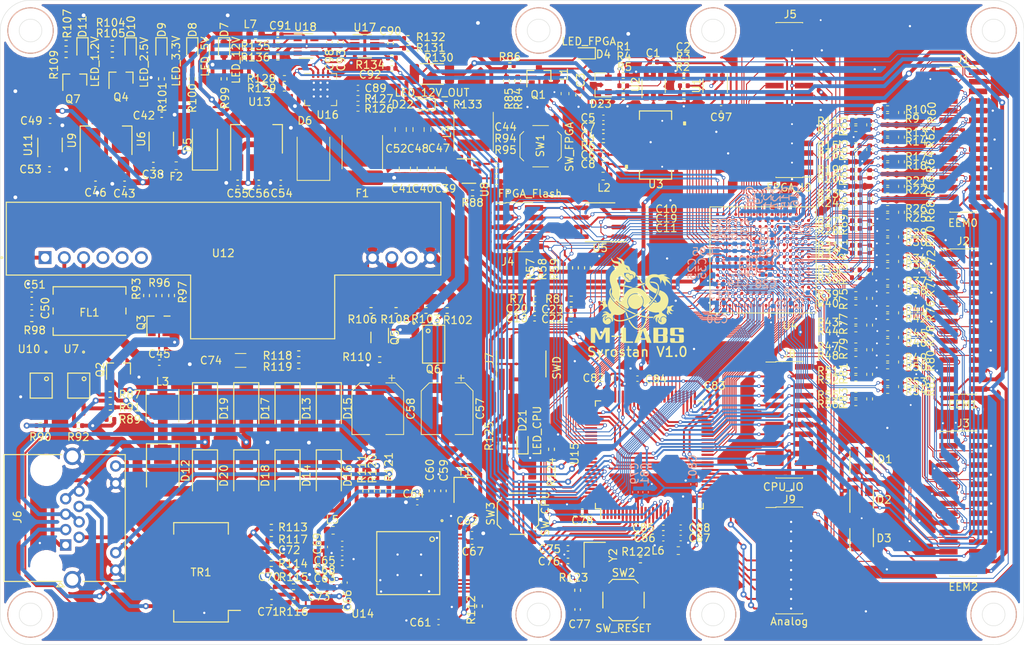
<source format=kicad_pcb>
(kicad_pcb (version 20171130) (host pcbnew 5.1.10-88a1d61d58~88~ubuntu20.04.1)

  (general
    (thickness 1.6)
    (drawings 25)
    (tracks 4387)
    (zones 0)
    (modules 316)
    (nets 309)
  )

  (page A4)
  (layers
    (0 F.Cu signal)
    (1 In1.Cu power)
    (2 In2.Cu power)
    (31 B.Cu signal)
    (32 B.Adhes user)
    (33 F.Adhes user)
    (34 B.Paste user)
    (35 F.Paste user)
    (36 B.SilkS user)
    (37 F.SilkS user)
    (38 B.Mask user)
    (39 F.Mask user)
    (40 Dwgs.User user)
    (41 Cmts.User user)
    (42 Eco1.User user)
    (43 Eco2.User user)
    (44 Edge.Cuts user)
    (45 Margin user)
    (46 B.CrtYd user)
    (47 F.CrtYd user)
    (48 B.Fab user)
    (49 F.Fab user)
  )

  (setup
    (last_trace_width 0.508)
    (user_trace_width 0.127)
    (user_trace_width 0.254)
    (user_trace_width 0.381)
    (user_trace_width 0.508)
    (user_trace_width 0.762)
    (user_trace_width 1.016)
    (user_trace_width 1.27)
    (trace_clearance 0.0889)
    (zone_clearance 0.508)
    (zone_45_only no)
    (trace_min 0.1143)
    (via_size 0.45)
    (via_drill 0.25)
    (via_min_size 0.45)
    (via_min_drill 0.2)
    (user_via 0.45 0.25)
    (user_via 0.5 0.3)
    (user_via 0.8 0.5)
    (user_via 6 3)
    (uvia_size 0.3)
    (uvia_drill 0.1)
    (uvias_allowed no)
    (uvia_min_size 0.25)
    (uvia_min_drill 0.1)
    (edge_width 0.05)
    (segment_width 0.127)
    (pcb_text_width 0.3)
    (pcb_text_size 1.5 1.5)
    (mod_edge_width 0.1524)
    (mod_text_size 1.016 1.016)
    (mod_text_width 0.1524)
    (pad_size 2.7 2.7)
    (pad_drill 0)
    (pad_to_mask_clearance 0)
    (aux_axis_origin 0 0)
    (grid_origin 83 57)
    (visible_elements FFFFFF7F)
    (pcbplotparams
      (layerselection 0x010fc_ffffffff)
      (usegerberextensions false)
      (usegerberattributes true)
      (usegerberadvancedattributes true)
      (creategerberjobfile true)
      (excludeedgelayer true)
      (linewidth 0.100000)
      (plotframeref false)
      (viasonmask false)
      (mode 1)
      (useauxorigin false)
      (hpglpennumber 1)
      (hpglpenspeed 20)
      (hpglpendiameter 15.000000)
      (psnegative false)
      (psa4output false)
      (plotreference true)
      (plotvalue true)
      (plotinvisibletext false)
      (padsonsilk false)
      (subtractmaskfromsilk false)
      (outputformat 1)
      (mirror false)
      (drillshape 0)
      (scaleselection 1)
      (outputdirectory "FabricationOutput/"))
  )

  (net 0 "")
  (net 1 GND)
  (net 2 "Net-(C2-Pad1)")
  (net 3 /HighSpeedADC/+5VA)
  (net 4 /FPGA/GNDPLL0)
  (net 5 /FPGA/VCCPLL0)
  (net 6 /FPGA/GNDPLL1)
  (net 7 /FPGA/VCCPLL1)
  (net 8 +12V_OUT)
  (net 9 /CurrentSenser/12V_CURRENT)
  (net 10 +12V)
  (net 11 +3V3)
  (net 12 +2V5)
  (net 13 +1V2)
  (net 14 +5V)
  (net 15 /Ethernet/+3V3A)
  (net 16 "Net-(C44-Pad2)")
  (net 17 /MCU/+3V3A)
  (net 18 +3V3MP)
  (net 19 "Net-(D4-Pad2)")
  (net 20 "Net-(D4-Pad1)")
  (net 21 "Net-(D9-Pad2)")
  (net 22 "Net-(D10-Pad2)")
  (net 23 "Net-(D11-Pad2)")
  (net 24 "Net-(D13-Pad2)")
  (net 25 /Ethernet/POE_VC-)
  (net 26 /Ethernet/POE_VC+)
  (net 27 "Net-(D15-Pad2)")
  (net 28 "Net-(D17-Pad2)")
  (net 29 "Net-(D19-Pad2)")
  (net 30 "Net-(D21-Pad2)")
  (net 31 /FPGA_IO1)
  (net 32 /FPGA_IO3)
  (net 33 /FPGA_IO5)
  (net 34 /FPGA_IO7)
  (net 35 /FPGA_IO9)
  (net 36 /FPGA_IO11)
  (net 37 /FPGA_IO13)
  (net 38 /FPGA_IO15)
  (net 39 /FPGA_IO14)
  (net 40 /FPGA_IO12)
  (net 41 /FPGA_IO10)
  (net 42 /FPGA_IO8)
  (net 43 /FPGA_IO6)
  (net 44 /FPGA_IO4)
  (net 45 /FPGA_IO2)
  (net 46 /FPGA_IO0)
  (net 47 /MCU/CPU_SWCLK)
  (net 48 /MCU/CPU_SWDIO)
  (net 49 /MCU/CPU_UART4_TX)
  (net 50 /MCU/CPU_UART4_RX)
  (net 51 /MCU/CPU_PWM_CH1)
  (net 52 /MCU/CPU_PWM_CH2)
  (net 53 /MCU/CPU_PWM_CH3)
  (net 54 /MCU/CPU_PWM_CH4)
  (net 55 /MCU/CPU_IIC2_SDA)
  (net 56 /MCU/CPU_IIC2_SCL)
  (net 57 /MCU/CPU_UART1_RX)
  (net 58 /MCU/CPU_UART1_TX)
  (net 59 /MCU/CPU_SPI2_MOSI)
  (net 60 /MCU/CPU_SPI2_MISO)
  (net 61 /MCU/CPU_SPI2_SCK)
  (net 62 /MCU/CPU_SPI2_CS)
  (net 63 /MCU/CPU_DAC1)
  (net 64 /MCU/CPU_DAC0)
  (net 65 /MCU/CPU_ADC5)
  (net 66 /MCU/CPU_ADC4)
  (net 67 /MCU/CPU_ADC3)
  (net 68 /MCU/CPU_ADC2)
  (net 69 /MCU/CPU_ADC1)
  (net 70 /MCU/CPU_ADC0)
  (net 71 /CurrentSenser/12V_SW)
  (net 72 "Net-(Q1-Pad1)")
  (net 73 "Net-(Q2-Pad3)")
  (net 74 /MCU/CPU_RESET)
  (net 75 "Net-(Q7-Pad1)")
  (net 76 /MCU/CPU_POE_AT_EVENT)
  (net 77 /MCU/CPU_POE_SRC_STATUS)
  (net 78 /Ethernet/RJ45_LED_G)
  (net 79 /Ethernet/RJ45_LED_Y)
  (net 80 /CurrentSenser/+3V3A)
  (net 81 /EEM0_IIC_SCL)
  (net 82 /EEM0_IIC_SDA)
  (net 83 /EEM1_IIC_SCL)
  (net 84 /EEM1_IIC_SDA)
  (net 85 /EEM2_IIC_SCL)
  (net 86 /EEM2_IIC_SDA)
  (net 87 /EEM0_7_N)
  (net 88 /EEM0_6_P)
  (net 89 /EEM0_5_N)
  (net 90 /EEM0_4_P)
  (net 91 /EEM0_3_N)
  (net 92 /EEM0_2_P)
  (net 93 /EEM0_1_N)
  (net 94 /EEM0_0_P)
  (net 95 /EEM0_7_P)
  (net 96 /EEM0_6_N)
  (net 97 /EEM0_5_P)
  (net 98 /EEM0_4_N)
  (net 99 /EEM0_3_P)
  (net 100 /EEM0_2_N)
  (net 101 /EEM0_1_P)
  (net 102 /EEM0_0_N)
  (net 103 /EEM1_7_N)
  (net 104 /EEM1_6_P)
  (net 105 /EEM1_5_N)
  (net 106 /EEM1_4_P)
  (net 107 /EEM1_3_N)
  (net 108 /EEM1_2_P)
  (net 109 /EEM1_1_N)
  (net 110 /EEM1_0_P)
  (net 111 /EEM1_7_P)
  (net 112 /EEM1_6_N)
  (net 113 /EEM1_5_P)
  (net 114 /EEM1_4_N)
  (net 115 /EEM1_3_P)
  (net 116 /EEM1_2_N)
  (net 117 /EEM1_1_P)
  (net 118 /EEM1_0_N)
  (net 119 /EEM2_7_N)
  (net 120 /EEM2_6_P)
  (net 121 /EEM2_5_N)
  (net 122 /EEM2_4_P)
  (net 123 /EEM2_3_N)
  (net 124 /EEM2_2_P)
  (net 125 /EEM2_1_N)
  (net 126 /EEM2_0_P)
  (net 127 /EEM2_7_P)
  (net 128 /EEM2_6_N)
  (net 129 /EEM2_5_P)
  (net 130 /EEM2_4_N)
  (net 131 /EEM2_3_P)
  (net 132 /EEM2_2_N)
  (net 133 /EEM2_1_P)
  (net 134 /EEM2_0_N)
  (net 135 /CDONE)
  (net 136 /CRESET)
  (net 137 /SPI_CS)
  (net 138 /ENC_INT)
  (net 139 /ADC_D0)
  (net 140 /ADC_D1)
  (net 141 /ADC_D2)
  (net 142 /ADC_D3)
  (net 143 /ADC_D4)
  (net 144 /ADC_D5)
  (net 145 /ADC_D6)
  (net 146 /ADC_D7)
  (net 147 /ADC_CLK)
  (net 148 /FSMC_CLK)
  (net 149 /FSMC_D15)
  (net 150 /FSMC_D9)
  (net 151 /FSMC_D10)
  (net 152 /FSMC_D0)
  (net 153 /FSMC_A7)
  (net 154 /FSMC_NL)
  (net 155 /FSMC_NBL0)
  (net 156 /FSMC_D6)
  (net 157 /FSMC_D7)
  (net 158 /FSMC_D5)
  (net 159 /FSMC_D1)
  (net 160 /FSMC_A3)
  (net 161 /FSMC_A1)
  (net 162 /FSMC_NWAIT)
  (net 163 /FSMC_NOE)
  (net 164 /FSMC_D12)
  (net 165 /FSMC_D8)
  (net 166 /FSMC_D3)
  (net 167 /FSMC_A4)
  (net 168 /FSMC_A6)
  (net 169 /FSMC_A0)
  (net 170 /FSMC_NBL1)
  (net 171 /FSMC_D14)
  (net 172 /FSMC_D11)
  (net 173 /FSMC_D4)
  (net 174 /FSMC_A2)
  (net 175 /FSMC_D13)
  (net 176 /FSMC_D2)
  (net 177 /FSMC_A5)
  (net 178 /FSMC_NE1)
  (net 179 /FSMC_NWE)
  (net 180 /CSBSEL0)
  (net 181 /SPI_MOSI)
  (net 182 /SPI_MISO)
  (net 183 /CSBSEL1)
  (net 184 /SPI_SCK)
  (net 185 /SPI_ENC_CS)
  (net 186 "Net-(C7-Pad2)")
  (net 187 "Net-(D8-Pad2)")
  (net 188 "Net-(D10-Pad1)")
  (net 189 "Net-(D11-Pad1)")
  (net 190 "Net-(D21-Pad1)")
  (net 191 "Net-(D22-Pad1)")
  (net 192 "Net-(Q3-Pad1)")
  (net 193 "Net-(Q4-Pad1)")
  (net 194 "Net-(Q5-Pad6)")
  (net 195 "Net-(Q5-Pad2)")
  (net 196 "Net-(Q5-Pad3)")
  (net 197 "Net-(D22-Pad2)")
  (net 198 HSADC_IN)
  (net 199 "Net-(J6-Pad12)")
  (net 200 "Net-(J6-Pad10)")
  (net 201 "Net-(J6-Pad6)")
  (net 202 "Net-(J6-Pad2)")
  (net 203 "Net-(J6-Pad3)")
  (net 204 "Net-(J6-Pad1)")
  (net 205 "Net-(R88-Pad1)")
  (net 206 "Net-(SW3-Pad2)")
  (net 207 /FPGA/LVDS0_0_P)
  (net 208 /FPGA/LVDS0_0_N)
  (net 209 /FPGA/LVDS0_1_P)
  (net 210 /FPGA/LVDS0_1_N)
  (net 211 /FPGA/LVDS0_2_P)
  (net 212 /FPGA/LVDS0_2_N)
  (net 213 /FPGA/LVDS0_3_P)
  (net 214 /FPGA/LVDS0_3_N)
  (net 215 /FPGA/LVDS0_4_P)
  (net 216 /FPGA/LVDS0_4_N)
  (net 217 /FPGA/LVDS0_5_P)
  (net 218 /FPGA/LVDS0_5_N)
  (net 219 /FPGA/LVDS0_6_P)
  (net 220 /FPGA/LVDS0_6_N)
  (net 221 /FPGA/LVDS0_7_P)
  (net 222 /FPGA/LVDS0_7_N)
  (net 223 /FPGA/LVDS1_0_P)
  (net 224 /FPGA/LVDS1_0_N)
  (net 225 /FPGA/LVDS1_1_P)
  (net 226 /FPGA/LVDS1_1_N)
  (net 227 /FPGA/LVDS1_2_P)
  (net 228 /FPGA/LVDS1_2_N)
  (net 229 /FPGA/LVDS1_3_P)
  (net 230 /FPGA/LVDS1_3_N)
  (net 231 /FPGA/LVDS1_4_P)
  (net 232 /FPGA/LVDS1_4_N)
  (net 233 /FPGA/LVDS1_5_P)
  (net 234 /FPGA/LVDS1_5_N)
  (net 235 /FPGA/LVDS1_6_P)
  (net 236 /FPGA/LVDS1_6_N)
  (net 237 /FPGA/LVDS1_7_P)
  (net 238 /FPGA/LVDS1_7_N)
  (net 239 /FPGA/LVDS2_0_P)
  (net 240 /FPGA/LVDS2_0_N)
  (net 241 /FPGA/LVDS2_1_P)
  (net 242 /FPGA/LVDS2_1_N)
  (net 243 /FPGA/LVDS2_2_P)
  (net 244 /FPGA/LVDS2_2_N)
  (net 245 /FPGA/LVDS2_3_P)
  (net 246 /FPGA/LVDS2_3_N)
  (net 247 /FPGA/LVDS2_4_P)
  (net 248 /FPGA/LVDS2_4_N)
  (net 249 /FPGA/LVDS2_5_P)
  (net 250 /FPGA/LVDS2_5_N)
  (net 251 /FPGA/LVDS2_6_P)
  (net 252 /FPGA/LVDS2_6_N)
  (net 253 /FPGA/LVDS2_7_P)
  (net 254 /FPGA/LVDS2_7_N)
  (net 255 /FPGA/FPGA_LED)
  (net 256 /FPGA/FPGA_KEY)
  (net 257 /IIC_SCL)
  (net 258 /IIC_SDA)
  (net 259 "Net-(R135-Pad2)")
  (net 260 +6V)
  (net 261 "Net-(R126-Pad1)")
  (net 262 /CurrentSenser/12V_OUT_FAULT)
  (net 263 "Net-(C4-Pad1)")
  (net 264 "Net-(C5-Pad1)")
  (net 265 "Net-(C8-Pad2)")
  (net 266 "Net-(C44-Pad1)")
  (net 267 "Net-(C45-Pad2)")
  (net 268 "Net-(C45-Pad1)")
  (net 269 "Net-(C47-Pad1)")
  (net 270 "Net-(C50-Pad2)")
  (net 271 "Net-(C51-Pad1)")
  (net 272 "Net-(C57-Pad1)")
  (net 273 "Net-(C59-Pad1)")
  (net 274 "Net-(C60-Pad1)")
  (net 275 "Net-(C67-Pad2)")
  (net 276 "Net-(C70-Pad2)")
  (net 277 "Net-(C70-Pad1)")
  (net 278 "Net-(C71-Pad2)")
  (net 279 "Net-(C71-Pad1)")
  (net 280 "Net-(C72-Pad1)")
  (net 281 "Net-(C73-Pad1)")
  (net 282 "Net-(C74-Pad1)")
  (net 283 "Net-(C75-Pad1)")
  (net 284 "Net-(C76-Pad1)")
  (net 285 "Net-(C77-Pad2)")
  (net 286 "Net-(C89-Pad1)")
  (net 287 "Net-(C90-Pad2)")
  (net 288 "Net-(C90-Pad1)")
  (net 289 "Net-(D7-Pad2)")
  (net 290 "Net-(R2-Pad1)")
  (net 291 "Net-(R3-Pad1)")
  (net 292 "Net-(R5-Pad2)")
  (net 293 "Net-(R87-Pad2)")
  (net 294 "Net-(R89-Pad1)")
  (net 295 "Net-(R94-Pad1)")
  (net 296 "Net-(R98-Pad2)")
  (net 297 "Net-(R111-Pad1)")
  (net 298 "Net-(R113-Pad1)")
  (net 299 "Net-(R114-Pad2)")
  (net 300 "Net-(R124-Pad1)")
  (net 301 "Net-(R127-Pad1)")
  (net 302 "Net-(R134-Pad2)")
  (net 303 "Net-(U10-Pad2)")
  (net 304 /MCU/CPU_ADC7)
  (net 305 /MCU/CPU_ADC6)
  (net 306 /CurrentSenser/12V_CURRENT_REF)
  (net 307 "Net-(D5-Pad1)")
  (net 308 "Net-(D23-Pad1)")

  (net_class Default "This is the default net class."
    (clearance 0.0889)
    (trace_width 0.254)
    (via_dia 0.45)
    (via_drill 0.25)
    (uvia_dia 0.3)
    (uvia_drill 0.1)
    (diff_pair_width 0.127)
    (diff_pair_gap 0.1016)
    (add_net +12V)
    (add_net +12V_OUT)
    (add_net +1V2)
    (add_net +2V5)
    (add_net +3V3)
    (add_net +3V3MP)
    (add_net +5V)
    (add_net +6V)
    (add_net /ADC_CLK)
    (add_net /ADC_D0)
    (add_net /ADC_D1)
    (add_net /ADC_D2)
    (add_net /ADC_D3)
    (add_net /ADC_D4)
    (add_net /ADC_D5)
    (add_net /ADC_D6)
    (add_net /ADC_D7)
    (add_net /CDONE)
    (add_net /CRESET)
    (add_net /CSBSEL0)
    (add_net /CSBSEL1)
    (add_net /CurrentSenser/+3V3A)
    (add_net /CurrentSenser/12V_CURRENT)
    (add_net /CurrentSenser/12V_CURRENT_REF)
    (add_net /CurrentSenser/12V_OUT_FAULT)
    (add_net /CurrentSenser/12V_SW)
    (add_net /ENC_INT)
    (add_net /Ethernet/+3V3A)
    (add_net /Ethernet/POE_VC+)
    (add_net /Ethernet/POE_VC-)
    (add_net /Ethernet/RJ45_LED_G)
    (add_net /Ethernet/RJ45_LED_Y)
    (add_net /FPGA/FPGA_KEY)
    (add_net /FPGA/FPGA_LED)
    (add_net /FPGA/GNDPLL0)
    (add_net /FPGA/GNDPLL1)
    (add_net /FPGA/VCCPLL0)
    (add_net /FPGA/VCCPLL1)
    (add_net /FPGA_IO0)
    (add_net /FPGA_IO1)
    (add_net /FPGA_IO10)
    (add_net /FPGA_IO11)
    (add_net /FPGA_IO12)
    (add_net /FPGA_IO13)
    (add_net /FPGA_IO14)
    (add_net /FPGA_IO15)
    (add_net /FPGA_IO2)
    (add_net /FPGA_IO3)
    (add_net /FPGA_IO4)
    (add_net /FPGA_IO5)
    (add_net /FPGA_IO6)
    (add_net /FPGA_IO7)
    (add_net /FPGA_IO8)
    (add_net /FPGA_IO9)
    (add_net /FSMC_A0)
    (add_net /FSMC_A1)
    (add_net /FSMC_A2)
    (add_net /FSMC_A3)
    (add_net /FSMC_A4)
    (add_net /FSMC_A5)
    (add_net /FSMC_A6)
    (add_net /FSMC_A7)
    (add_net /FSMC_CLK)
    (add_net /FSMC_D0)
    (add_net /FSMC_D1)
    (add_net /FSMC_D10)
    (add_net /FSMC_D11)
    (add_net /FSMC_D12)
    (add_net /FSMC_D13)
    (add_net /FSMC_D14)
    (add_net /FSMC_D15)
    (add_net /FSMC_D2)
    (add_net /FSMC_D3)
    (add_net /FSMC_D4)
    (add_net /FSMC_D5)
    (add_net /FSMC_D6)
    (add_net /FSMC_D7)
    (add_net /FSMC_D8)
    (add_net /FSMC_D9)
    (add_net /FSMC_NBL0)
    (add_net /FSMC_NBL1)
    (add_net /FSMC_NE1)
    (add_net /FSMC_NL)
    (add_net /FSMC_NOE)
    (add_net /FSMC_NWAIT)
    (add_net /FSMC_NWE)
    (add_net /HighSpeedADC/+5VA)
    (add_net /IIC_SCL)
    (add_net /IIC_SDA)
    (add_net /MCU/+3V3A)
    (add_net /MCU/CPU_ADC0)
    (add_net /MCU/CPU_ADC1)
    (add_net /MCU/CPU_ADC2)
    (add_net /MCU/CPU_ADC3)
    (add_net /MCU/CPU_ADC4)
    (add_net /MCU/CPU_ADC5)
    (add_net /MCU/CPU_ADC6)
    (add_net /MCU/CPU_ADC7)
    (add_net /MCU/CPU_DAC0)
    (add_net /MCU/CPU_DAC1)
    (add_net /MCU/CPU_IIC2_SCL)
    (add_net /MCU/CPU_IIC2_SDA)
    (add_net /MCU/CPU_POE_AT_EVENT)
    (add_net /MCU/CPU_POE_SRC_STATUS)
    (add_net /MCU/CPU_PWM_CH1)
    (add_net /MCU/CPU_PWM_CH2)
    (add_net /MCU/CPU_PWM_CH3)
    (add_net /MCU/CPU_PWM_CH4)
    (add_net /MCU/CPU_RESET)
    (add_net /MCU/CPU_SPI2_CS)
    (add_net /MCU/CPU_SPI2_MISO)
    (add_net /MCU/CPU_SPI2_MOSI)
    (add_net /MCU/CPU_SPI2_SCK)
    (add_net /MCU/CPU_SWCLK)
    (add_net /MCU/CPU_SWDIO)
    (add_net /MCU/CPU_UART1_RX)
    (add_net /MCU/CPU_UART1_TX)
    (add_net /MCU/CPU_UART4_RX)
    (add_net /MCU/CPU_UART4_TX)
    (add_net /SPI_CS)
    (add_net /SPI_ENC_CS)
    (add_net /SPI_MISO)
    (add_net /SPI_MOSI)
    (add_net /SPI_SCK)
    (add_net GND)
    (add_net HSADC_IN)
    (add_net "Net-(C2-Pad1)")
    (add_net "Net-(C4-Pad1)")
    (add_net "Net-(C44-Pad1)")
    (add_net "Net-(C44-Pad2)")
    (add_net "Net-(C45-Pad1)")
    (add_net "Net-(C45-Pad2)")
    (add_net "Net-(C47-Pad1)")
    (add_net "Net-(C5-Pad1)")
    (add_net "Net-(C50-Pad2)")
    (add_net "Net-(C51-Pad1)")
    (add_net "Net-(C57-Pad1)")
    (add_net "Net-(C59-Pad1)")
    (add_net "Net-(C60-Pad1)")
    (add_net "Net-(C67-Pad2)")
    (add_net "Net-(C7-Pad2)")
    (add_net "Net-(C70-Pad1)")
    (add_net "Net-(C70-Pad2)")
    (add_net "Net-(C71-Pad1)")
    (add_net "Net-(C71-Pad2)")
    (add_net "Net-(C72-Pad1)")
    (add_net "Net-(C73-Pad1)")
    (add_net "Net-(C74-Pad1)")
    (add_net "Net-(C75-Pad1)")
    (add_net "Net-(C76-Pad1)")
    (add_net "Net-(C77-Pad2)")
    (add_net "Net-(C8-Pad2)")
    (add_net "Net-(C89-Pad1)")
    (add_net "Net-(C90-Pad1)")
    (add_net "Net-(C90-Pad2)")
    (add_net "Net-(D10-Pad1)")
    (add_net "Net-(D10-Pad2)")
    (add_net "Net-(D11-Pad1)")
    (add_net "Net-(D11-Pad2)")
    (add_net "Net-(D13-Pad2)")
    (add_net "Net-(D15-Pad2)")
    (add_net "Net-(D17-Pad2)")
    (add_net "Net-(D19-Pad2)")
    (add_net "Net-(D21-Pad1)")
    (add_net "Net-(D21-Pad2)")
    (add_net "Net-(D22-Pad1)")
    (add_net "Net-(D22-Pad2)")
    (add_net "Net-(D23-Pad1)")
    (add_net "Net-(D4-Pad1)")
    (add_net "Net-(D4-Pad2)")
    (add_net "Net-(D5-Pad1)")
    (add_net "Net-(D7-Pad2)")
    (add_net "Net-(D8-Pad2)")
    (add_net "Net-(D9-Pad2)")
    (add_net "Net-(J6-Pad1)")
    (add_net "Net-(J6-Pad10)")
    (add_net "Net-(J6-Pad12)")
    (add_net "Net-(J6-Pad2)")
    (add_net "Net-(J6-Pad3)")
    (add_net "Net-(J6-Pad6)")
    (add_net "Net-(Q1-Pad1)")
    (add_net "Net-(Q2-Pad3)")
    (add_net "Net-(Q3-Pad1)")
    (add_net "Net-(Q4-Pad1)")
    (add_net "Net-(Q5-Pad2)")
    (add_net "Net-(Q5-Pad3)")
    (add_net "Net-(Q5-Pad6)")
    (add_net "Net-(Q7-Pad1)")
    (add_net "Net-(R111-Pad1)")
    (add_net "Net-(R113-Pad1)")
    (add_net "Net-(R114-Pad2)")
    (add_net "Net-(R124-Pad1)")
    (add_net "Net-(R126-Pad1)")
    (add_net "Net-(R127-Pad1)")
    (add_net "Net-(R134-Pad2)")
    (add_net "Net-(R135-Pad2)")
    (add_net "Net-(R2-Pad1)")
    (add_net "Net-(R3-Pad1)")
    (add_net "Net-(R5-Pad2)")
    (add_net "Net-(R87-Pad2)")
    (add_net "Net-(R88-Pad1)")
    (add_net "Net-(R89-Pad1)")
    (add_net "Net-(R94-Pad1)")
    (add_net "Net-(R98-Pad2)")
    (add_net "Net-(SW3-Pad2)")
    (add_net "Net-(U10-Pad2)")
  )

  (net_class Diff_In ""
    (clearance 0.0889)
    (trace_width 0.1524)
    (via_dia 0.8)
    (via_drill 0.4)
    (uvia_dia 0.3)
    (uvia_drill 0.1)
    (diff_pair_width 0.1143)
    (diff_pair_gap 0.1524)
  )

  (net_class Diff_Out ""
    (clearance 0.0889)
    (trace_width 0.127)
    (via_dia 0.8)
    (via_drill 0.4)
    (uvia_dia 0.3)
    (uvia_drill 0.1)
    (diff_pair_width 0.127)
    (diff_pair_gap 0.127)
    (add_net /EEM0_0_N)
    (add_net /EEM0_0_P)
    (add_net /EEM0_1_N)
    (add_net /EEM0_1_P)
    (add_net /EEM0_2_N)
    (add_net /EEM0_2_P)
    (add_net /EEM0_3_N)
    (add_net /EEM0_3_P)
    (add_net /EEM0_4_N)
    (add_net /EEM0_4_P)
    (add_net /EEM0_5_N)
    (add_net /EEM0_5_P)
    (add_net /EEM0_6_N)
    (add_net /EEM0_6_P)
    (add_net /EEM0_7_N)
    (add_net /EEM0_7_P)
    (add_net /EEM0_IIC_SCL)
    (add_net /EEM0_IIC_SDA)
    (add_net /EEM1_0_N)
    (add_net /EEM1_0_P)
    (add_net /EEM1_1_N)
    (add_net /EEM1_1_P)
    (add_net /EEM1_2_N)
    (add_net /EEM1_2_P)
    (add_net /EEM1_3_N)
    (add_net /EEM1_3_P)
    (add_net /EEM1_4_N)
    (add_net /EEM1_4_P)
    (add_net /EEM1_5_N)
    (add_net /EEM1_5_P)
    (add_net /EEM1_6_N)
    (add_net /EEM1_6_P)
    (add_net /EEM1_7_N)
    (add_net /EEM1_7_P)
    (add_net /EEM1_IIC_SCL)
    (add_net /EEM1_IIC_SDA)
    (add_net /EEM2_0_N)
    (add_net /EEM2_0_P)
    (add_net /EEM2_1_N)
    (add_net /EEM2_1_P)
    (add_net /EEM2_2_N)
    (add_net /EEM2_2_P)
    (add_net /EEM2_3_N)
    (add_net /EEM2_3_P)
    (add_net /EEM2_4_N)
    (add_net /EEM2_4_P)
    (add_net /EEM2_5_N)
    (add_net /EEM2_5_P)
    (add_net /EEM2_6_N)
    (add_net /EEM2_6_P)
    (add_net /EEM2_7_N)
    (add_net /EEM2_7_P)
    (add_net /EEM2_IIC_SCL)
    (add_net /EEM2_IIC_SDA)
    (add_net /FPGA/LVDS0_0_N)
    (add_net /FPGA/LVDS0_0_P)
    (add_net /FPGA/LVDS0_1_N)
    (add_net /FPGA/LVDS0_1_P)
    (add_net /FPGA/LVDS0_2_N)
    (add_net /FPGA/LVDS0_2_P)
    (add_net /FPGA/LVDS0_3_N)
    (add_net /FPGA/LVDS0_3_P)
    (add_net /FPGA/LVDS0_4_N)
    (add_net /FPGA/LVDS0_4_P)
    (add_net /FPGA/LVDS0_5_N)
    (add_net /FPGA/LVDS0_5_P)
    (add_net /FPGA/LVDS0_6_N)
    (add_net /FPGA/LVDS0_6_P)
    (add_net /FPGA/LVDS0_7_N)
    (add_net /FPGA/LVDS0_7_P)
    (add_net /FPGA/LVDS1_0_N)
    (add_net /FPGA/LVDS1_0_P)
    (add_net /FPGA/LVDS1_1_N)
    (add_net /FPGA/LVDS1_1_P)
    (add_net /FPGA/LVDS1_2_N)
    (add_net /FPGA/LVDS1_2_P)
    (add_net /FPGA/LVDS1_3_N)
    (add_net /FPGA/LVDS1_3_P)
    (add_net /FPGA/LVDS1_4_N)
    (add_net /FPGA/LVDS1_4_P)
    (add_net /FPGA/LVDS1_5_N)
    (add_net /FPGA/LVDS1_5_P)
    (add_net /FPGA/LVDS1_6_N)
    (add_net /FPGA/LVDS1_6_P)
    (add_net /FPGA/LVDS1_7_N)
    (add_net /FPGA/LVDS1_7_P)
    (add_net /FPGA/LVDS2_0_N)
    (add_net /FPGA/LVDS2_0_P)
    (add_net /FPGA/LVDS2_1_N)
    (add_net /FPGA/LVDS2_1_P)
    (add_net /FPGA/LVDS2_2_N)
    (add_net /FPGA/LVDS2_2_P)
    (add_net /FPGA/LVDS2_3_N)
    (add_net /FPGA/LVDS2_3_P)
    (add_net /FPGA/LVDS2_4_N)
    (add_net /FPGA/LVDS2_4_P)
    (add_net /FPGA/LVDS2_5_N)
    (add_net /FPGA/LVDS2_5_P)
    (add_net /FPGA/LVDS2_6_N)
    (add_net /FPGA/LVDS2_6_P)
    (add_net /FPGA/LVDS2_7_N)
    (add_net /FPGA/LVDS2_7_P)
  )

  (module TestAutomation:ScrewKeepout (layer F.Cu) (tedit 60EBA4E8) (tstamp 60EFD1F4)
    (at 150 57)
    (fp_text reference M3 (at 0 0.5) (layer F.SilkS) hide
      (effects (font (size 1 1) (thickness 0.15)))
    )
    (fp_text value ScrewKeepout (at 0 -0.5) (layer F.Fab) hide
      (effects (font (size 1 1) (thickness 0.15)))
    )
    (fp_circle (center 0 0) (end 3 0) (layer B.SilkS) (width 0.12))
    (fp_circle (center 0 0) (end 3 0) (layer F.Cu) (width 0.12))
    (fp_circle (center 0 0) (end 3 0) (layer F.SilkS) (width 0.12))
    (fp_circle (center 0 0) (end 3 0) (layer B.Cu) (width 0.12))
  )

  (module TestAutomation:ScrewKeepout (layer F.Cu) (tedit 60EBA4E8) (tstamp 60EFD1F4)
    (at 150 134)
    (fp_text reference M3 (at 0 0.5) (layer F.SilkS) hide
      (effects (font (size 1 1) (thickness 0.15)))
    )
    (fp_text value ScrewKeepout (at 0 -0.5) (layer F.Fab) hide
      (effects (font (size 1 1) (thickness 0.15)))
    )
    (fp_circle (center 0 0) (end 3 0) (layer B.SilkS) (width 0.12))
    (fp_circle (center 0 0) (end 3 0) (layer F.Cu) (width 0.12))
    (fp_circle (center 0 0) (end 3 0) (layer F.SilkS) (width 0.12))
    (fp_circle (center 0 0) (end 3 0) (layer B.Cu) (width 0.12))
  )

  (module TestAutomation:ScrewKeepout (layer F.Cu) (tedit 60EBA4E8) (tstamp 60ECDC1B)
    (at 173 57)
    (fp_text reference M3 (at 0 0.5) (layer F.SilkS) hide
      (effects (font (size 1 1) (thickness 0.15)))
    )
    (fp_text value ScrewKeepout (at 0 -0.5) (layer F.Fab) hide
      (effects (font (size 1 1) (thickness 0.15)))
    )
    (fp_circle (center 0 0) (end 3 0) (layer B.SilkS) (width 0.12))
    (fp_circle (center 0 0) (end 3 0) (layer F.Cu) (width 0.12))
    (fp_circle (center 0 0) (end 3 0) (layer F.SilkS) (width 0.12))
    (fp_circle (center 0 0) (end 3 0) (layer B.Cu) (width 0.12))
  )

  (module TestAutomation:ScrewKeepout (layer F.Cu) (tedit 60EBA4E8) (tstamp 60ECDBFC)
    (at 173 134)
    (fp_text reference M3 (at 0 0.5) (layer F.SilkS) hide
      (effects (font (size 1 1) (thickness 0.15)))
    )
    (fp_text value ScrewKeepout (at 0 -0.5) (layer F.Fab) hide
      (effects (font (size 1 1) (thickness 0.15)))
    )
    (fp_circle (center 0 0) (end 3 0) (layer B.SilkS) (width 0.12))
    (fp_circle (center 0 0) (end 3 0) (layer F.Cu) (width 0.12))
    (fp_circle (center 0 0) (end 3 0) (layer F.SilkS) (width 0.12))
    (fp_circle (center 0 0) (end 3 0) (layer B.Cu) (width 0.12))
  )

  (module TestAutomation:ScrewKeepout (layer F.Cu) (tedit 60EBA4E8) (tstamp 60ECDB8E)
    (at 210 57)
    (fp_text reference M3 (at 0 0.5) (layer F.SilkS) hide
      (effects (font (size 1 1) (thickness 0.15)))
    )
    (fp_text value ScrewKeepout (at 0 -0.5) (layer F.Fab) hide
      (effects (font (size 1 1) (thickness 0.15)))
    )
    (fp_circle (center 0 0) (end 3 0) (layer B.SilkS) (width 0.12))
    (fp_circle (center 0 0) (end 3 0) (layer F.Cu) (width 0.12))
    (fp_circle (center 0 0) (end 3 0) (layer F.SilkS) (width 0.12))
    (fp_circle (center 0 0) (end 3 0) (layer B.Cu) (width 0.12))
  )

  (module TestAutomation:ScrewKeepout (layer F.Cu) (tedit 60EBA4E8) (tstamp 60ECDB70)
    (at 83 57)
    (fp_text reference M3 (at 0 0.5) (layer F.SilkS) hide
      (effects (font (size 1 1) (thickness 0.15)))
    )
    (fp_text value ScrewKeepout (at 0 -0.5) (layer F.Fab) hide
      (effects (font (size 1 1) (thickness 0.15)))
    )
    (fp_circle (center 0 0) (end 3 0) (layer B.SilkS) (width 0.12))
    (fp_circle (center 0 0) (end 3 0) (layer F.Cu) (width 0.12))
    (fp_circle (center 0 0) (end 3 0) (layer F.SilkS) (width 0.12))
    (fp_circle (center 0 0) (end 3 0) (layer B.Cu) (width 0.12))
  )

  (module TestAutomation:ScrewKeepout (layer F.Cu) (tedit 60EBA4E8) (tstamp 60ECDB4A)
    (at 83 134)
    (fp_text reference M3 (at 0 0.5) (layer F.SilkS) hide
      (effects (font (size 1 1) (thickness 0.15)))
    )
    (fp_text value ScrewKeepout (at 0 -0.5) (layer F.Fab) hide
      (effects (font (size 1 1) (thickness 0.15)))
    )
    (fp_circle (center 0 0) (end 3 0) (layer B.SilkS) (width 0.12))
    (fp_circle (center 0 0) (end 3 0) (layer F.Cu) (width 0.12))
    (fp_circle (center 0 0) (end 3 0) (layer F.SilkS) (width 0.12))
    (fp_circle (center 0 0) (end 3 0) (layer B.Cu) (width 0.12))
  )

  (module TestAutomation:ScrewKeepout (layer F.Cu) (tedit 60EBA4E8) (tstamp 60ECC450)
    (at 210 134)
    (fp_text reference M3 (at 0 0.5) (layer F.SilkS) hide
      (effects (font (size 1 1) (thickness 0.15)))
    )
    (fp_text value ScrewKeepout (at 0 -0.5) (layer F.Fab) hide
      (effects (font (size 1 1) (thickness 0.15)))
    )
    (fp_circle (center 0 0) (end 3 0) (layer B.SilkS) (width 0.12))
    (fp_circle (center 0 0) (end 3 0) (layer F.Cu) (width 0.12))
    (fp_circle (center 0 0) (end 3 0) (layer F.SilkS) (width 0.12))
    (fp_circle (center 0 0) (end 3 0) (layer B.Cu) (width 0.12))
  )

  (module TestAutomation:logo (layer F.Cu) (tedit 0) (tstamp 60EC7168)
    (at 162.97 92.43)
    (fp_text reference G*** (at 0 0) (layer F.SilkS) hide
      (effects (font (size 1.524 1.524) (thickness 0.3)))
    )
    (fp_text value LOGO (at 0.75 0) (layer F.SilkS) hide
      (effects (font (size 1.524 1.524) (thickness 0.3)))
    )
    (fp_poly (pts (xy -5.129623 4.359864) (xy -5.068021 4.492409) (xy -5.010726 4.614826) (xy -4.95931 4.723818)
      (xy -4.915347 4.816088) (xy -4.880411 4.888339) (xy -4.856073 4.937276) (xy -4.843908 4.9596)
      (xy -4.842933 4.960638) (xy -4.834042 4.945901) (xy -4.812277 4.903817) (xy -4.779242 4.837659)
      (xy -4.736538 4.750697) (xy -4.685771 4.646201) (xy -4.628542 4.527442) (xy -4.566456 4.397691)
      (xy -4.548485 4.359975) (xy -4.262504 3.7592) (xy -3.589596 3.7592) (xy -3.593964 4.754034)
      (xy -3.598333 5.748867) (xy -3.8735 5.75352) (xy -4.148666 5.758172) (xy -4.148666 5.046553)
      (xy -4.148958 4.895027) (xy -4.149792 4.754537) (xy -4.151105 4.628577) (xy -4.152836 4.520643)
      (xy -4.154921 4.43423) (xy -4.157298 4.372832) (xy -4.159906 4.339944) (xy -4.161366 4.335268)
      (xy -4.171479 4.350064) (xy -4.194193 4.391854) (xy -4.22768 4.456996) (xy -4.270108 4.541848)
      (xy -4.319646 4.642767) (xy -4.374464 4.75611) (xy -4.406047 4.822101) (xy -4.638027 5.3086)
      (xy -4.838342 5.313325) (xy -5.038656 5.318049) (xy -5.265525 4.839191) (xy -5.321881 4.720652)
      (xy -5.37402 4.611771) (xy -5.420075 4.516382) (xy -5.458181 4.438321) (xy -5.486472 4.381422)
      (xy -5.503083 4.349521) (xy -5.50633 4.344247) (xy -5.509285 4.357108) (xy -5.512026 4.400449)
      (xy -5.514486 4.470886) (xy -5.516597 4.565031) (xy -5.518292 4.6795) (xy -5.519503 4.810906)
      (xy -5.520163 4.955863) (xy -5.520267 5.042747) (xy -5.520266 5.757334) (xy -6.079067 5.757334)
      (xy -6.079067 3.7592) (xy -5.407846 3.7592) (xy -5.129623 4.359864)) (layer F.SilkS) (width 0.01))
    (fp_poly (pts (xy -1.452182 4.6609) (xy -1.4478 5.5626) (xy -0.977024 5.567103) (xy -0.506249 5.571606)
      (xy -0.511358 5.660236) (xy -0.516466 5.748867) (xy -2.065866 5.757675) (xy -2.065866 3.7592)
      (xy -1.456563 3.7592) (xy -1.452182 4.6609)) (layer F.SilkS) (width 0.01))
    (fp_poly (pts (xy 1.199339 3.8481) (xy 1.211546 3.88038) (xy 1.234595 3.9411) (xy 1.267267 4.027054)
      (xy 1.308341 4.135036) (xy 1.356599 4.261841) (xy 1.410819 4.404263) (xy 1.469783 4.559097)
      (xy 1.53227 4.723135) (xy 1.573089 4.830268) (xy 1.636019 4.995716) (xy 1.695179 5.151828)
      (xy 1.749487 5.295716) (xy 1.797864 5.424489) (xy 1.83923 5.535255) (xy 1.872503 5.625125)
      (xy 1.896604 5.691208) (xy 1.910452 5.730615) (xy 1.913467 5.740825) (xy 1.896728 5.747582)
      (xy 1.847142 5.752058) (xy 1.765654 5.754213) (xy 1.653208 5.754008) (xy 1.614296 5.753491)
      (xy 1.315125 5.748867) (xy 1.248818 5.5499) (xy 1.182511 5.350934) (xy 0.375356 5.350934)
      (xy 0.309049 5.5499) (xy 0.242742 5.748867) (xy -0.057696 5.753496) (xy -0.165176 5.754952)
      (xy -0.243238 5.755252) (xy -0.296321 5.754006) (xy -0.328865 5.750827) (xy -0.34531 5.745328)
      (xy -0.350095 5.73712) (xy -0.348432 5.728096) (xy -0.340658 5.706753) (xy -0.322031 5.656896)
      (xy -0.293736 5.581667) (xy -0.25696 5.484205) (xy -0.21289 5.367652) (xy -0.162712 5.235148)
      (xy -0.131292 5.152279) (xy 0.440267 5.152279) (xy 0.456356 5.156038) (xy 0.501251 5.159338)
      (xy 0.56989 5.161995) (xy 0.657213 5.163824) (xy 0.758159 5.164641) (xy 0.780075 5.164667)
      (xy 1.119882 5.164667) (xy 1.108972 5.126567) (xy 1.094912 5.080199) (xy 1.073135 5.011781)
      (xy 1.045231 4.926031) (xy 1.012793 4.827664) (xy 0.977412 4.721397) (xy 0.940681 4.611947)
      (xy 0.904191 4.50403) (xy 0.869534 4.402363) (xy 0.838302 4.311662) (xy 0.812085 4.236645)
      (xy 0.792477 4.182027) (xy 0.781069 4.152525) (xy 0.778945 4.148667) (xy 0.77202 4.16397)
      (xy 0.756107 4.206743) (xy 0.732792 4.272286) (xy 0.703661 4.355895) (xy 0.670302 4.452868)
      (xy 0.634302 4.558503) (xy 0.597247 4.668098) (xy 0.560724 4.776951) (xy 0.526319 4.880359)
      (xy 0.495621 4.97362) (xy 0.470215 5.052032) (xy 0.451688 5.110893) (xy 0.441627 5.145501)
      (xy 0.440267 5.152279) (xy -0.131292 5.152279) (xy -0.107614 5.089833) (xy -0.048781 4.934848)
      (xy -0.036436 4.902348) (xy 0.265859 4.106628) (xy 0.32343 4.091911) (xy 0.498731 4.035761)
      (xy 0.653844 3.962918) (xy 0.784349 3.875748) (xy 0.862319 3.803585) (xy 0.886339 3.780901)
      (xy 0.91261 3.767591) (xy 0.950662 3.7612) (xy 1.010025 3.759274) (xy 1.034669 3.7592)
      (xy 1.165967 3.7592) (xy 1.199339 3.8481)) (layer F.SilkS) (width 0.01))
    (fp_poly (pts (xy 3.018367 3.75945) (xy 3.215787 3.759527) (xy 3.382214 3.759813) (xy 3.520519 3.760572)
      (xy 3.633575 3.762073) (xy 3.724256 3.764581) (xy 3.795432 3.768363) (xy 3.849978 3.773687)
      (xy 3.890766 3.780818) (xy 3.920668 3.790023) (xy 3.942557 3.80157) (xy 3.959306 3.815724)
      (xy 3.973787 3.832752) (xy 3.986168 3.849294) (xy 3.998311 3.867821) (xy 4.007454 3.889556)
      (xy 4.014114 3.919498) (xy 4.018809 3.962646) (xy 4.022057 4.023997) (xy 4.024377 4.10855)
      (xy 4.026286 4.221303) (xy 4.026538 4.23876) (xy 4.027633 4.37269) (xy 4.02599 4.47719)
      (xy 4.02064 4.556649) (xy 4.010613 4.615456) (xy 3.994941 4.658003) (xy 3.972653 4.688679)
      (xy 3.942781 4.711873) (xy 3.919192 4.72484) (xy 3.867517 4.75068) (xy 3.919192 4.77564)
      (xy 3.95469 4.796425) (xy 3.981839 4.823092) (xy 4.001716 4.860114) (xy 4.015398 4.911967)
      (xy 4.023963 4.983126) (xy 4.028489 5.078065) (xy 4.030053 5.201261) (xy 4.030107 5.236291)
      (xy 4.02952 5.356475) (xy 4.027483 5.448087) (xy 4.023623 5.516403) (xy 4.017563 5.566702)
      (xy 4.008928 5.604259) (xy 4.002635 5.622175) (xy 3.991768 5.649378) (xy 3.980875 5.672375)
      (xy 3.967189 5.691535) (xy 3.947944 5.707227) (xy 3.920374 5.719822) (xy 3.881712 5.729688)
      (xy 3.829193 5.737196) (xy 3.760051 5.742715) (xy 3.671518 5.746615) (xy 3.56083 5.749266)
      (xy 3.425219 5.751036) (xy 3.261919 5.752296) (xy 3.068165 5.753415) (xy 3.018367 5.753695)
      (xy 2.167467 5.758524) (xy 2.167467 4.842934) (xy 2.794 4.842934) (xy 2.794 5.574418)
      (xy 3.091709 5.568509) (xy 3.199717 5.566081) (xy 3.278881 5.563318) (xy 3.334225 5.559617)
      (xy 3.370772 5.554371) (xy 3.393542 5.546974) (xy 3.40756 5.536823) (xy 3.413442 5.52973)
      (xy 3.423586 5.498827) (xy 3.431281 5.441816) (xy 3.436552 5.365547) (xy 3.439428 5.276868)
      (xy 3.439935 5.182629) (xy 3.438099 5.089678) (xy 3.433948 5.004864) (xy 3.427509 4.935037)
      (xy 3.418807 4.887044) (xy 3.410857 4.869543) (xy 3.395853 4.859639) (xy 3.370406 4.852458)
      (xy 3.32967 4.847599) (xy 3.268798 4.844661) (xy 3.182942 4.843243) (xy 3.089124 4.842934)
      (xy 2.794 4.842934) (xy 2.167467 4.842934) (xy 2.167467 3.945467) (xy 2.794 3.945467)
      (xy 2.794 4.656667) (xy 3.089124 4.656667) (xy 3.199425 4.656207) (xy 3.280715 4.65456)
      (xy 3.337841 4.651325) (xy 3.375651 4.646102) (xy 3.398992 4.638488) (xy 3.410857 4.630057)
      (xy 3.420743 4.615084) (xy 3.427917 4.589689) (xy 3.432776 4.549035) (xy 3.435721 4.488285)
      (xy 3.437148 4.402601) (xy 3.437467 4.307211) (xy 3.436468 4.200707) (xy 3.433659 4.10905)
      (xy 3.429323 4.037527) (xy 3.423739 3.991425) (xy 3.419938 3.97822) (xy 3.411562 3.966518)
      (xy 3.397587 3.957983) (xy 3.373145 3.95212) (xy 3.333366 3.948433) (xy 3.273383 3.946426)
      (xy 3.188327 3.945604) (xy 3.098204 3.945467) (xy 2.794 3.945467) (xy 2.167467 3.945467)
      (xy 2.167467 3.7592) (xy 3.018367 3.75945)) (layer F.SilkS) (width 0.01))
    (fp_poly (pts (xy 5.447451 3.759299) (xy 5.597096 3.759672) (xy 5.71909 3.760432) (xy 5.81654 3.761691)
      (xy 5.892554 3.763561) (xy 5.950239 3.766156) (xy 5.992702 3.769589) (xy 6.023051 3.773971)
      (xy 6.044394 3.779416) (xy 6.059837 3.786037) (xy 6.063481 3.788089) (xy 6.100444 3.815114)
      (xy 6.127354 3.84958) (xy 6.145672 3.896857) (xy 6.156864 3.962315) (xy 6.162391 4.051321)
      (xy 6.163734 4.155841) (xy 6.163734 4.386497) (xy 5.8547 4.381882) (xy 5.545667 4.377267)
      (xy 5.5372 4.1656) (xy 5.528734 3.953934) (xy 5.274855 3.949224) (xy 5.175569 3.947787)
      (xy 5.104734 3.948072) (xy 5.056956 3.950557) (xy 5.026841 3.955722) (xy 5.008997 3.964044)
      (xy 4.999688 3.973627) (xy 4.992473 4.000202) (xy 4.986662 4.053722) (xy 4.982305 4.127295)
      (xy 4.979452 4.214026) (xy 4.978154 4.307022) (xy 4.97846 4.399389) (xy 4.980422 4.484234)
      (xy 4.984089 4.554662) (xy 4.989512 4.603781) (xy 4.994952 4.6228) (xy 5.00403 4.630134)
      (xy 5.023355 4.636163) (xy 5.05632 4.641098) (xy 5.106318 4.645151) (xy 5.176742 4.648533)
      (xy 5.270985 4.651456) (xy 5.39244 4.654131) (xy 5.537979 4.656667) (xy 6.064973 4.665134)
      (xy 6.113154 4.719092) (xy 6.134971 4.746764) (xy 6.151779 4.777875) (xy 6.164112 4.816877)
      (xy 6.172502 4.868223) (xy 6.177483 4.936364) (xy 6.179587 5.025753) (xy 6.179347 5.140841)
      (xy 6.177753 5.258814) (xy 6.17666 5.368069) (xy 6.175441 5.459808) (xy 6.171369 5.535567)
      (xy 6.161715 5.596884) (xy 6.14375 5.645294) (xy 6.114745 5.682336) (xy 6.071972 5.709545)
      (xy 6.012704 5.72846) (xy 5.93421 5.740616) (xy 5.833763 5.747551) (xy 5.708634 5.750801)
      (xy 5.556094 5.751903) (xy 5.373416 5.752395) (xy 5.300905 5.752712) (xy 5.119353 5.753507)
      (xy 4.96856 5.753723) (xy 4.845424 5.753278) (xy 4.746841 5.75209) (xy 4.669707 5.750075)
      (xy 4.61092 5.747153) (xy 4.567376 5.743241) (xy 4.535972 5.738255) (xy 4.513604 5.732115)
      (xy 4.512734 5.7318) (xy 4.470044 5.716536) (xy 4.443459 5.70767) (xy 4.439939 5.706788)
      (xy 4.430642 5.692727) (xy 4.4128 5.657334) (xy 4.402211 5.634567) (xy 4.387803 5.596537)
      (xy 4.378167 5.552664) (xy 4.372431 5.495365) (xy 4.369726 5.417057) (xy 4.369172 5.3467)
      (xy 4.3688 5.1308) (xy 4.995334 5.1308) (xy 4.995334 5.334532) (xy 4.995885 5.421882)
      (xy 4.998072 5.481205) (xy 5.002696 5.518331) (xy 5.010556 5.539089) (xy 5.022453 5.54931)
      (xy 5.024967 5.550432) (xy 5.052504 5.555022) (xy 5.10644 5.558821) (xy 5.179308 5.561463)
      (xy 5.263643 5.562585) (xy 5.274734 5.5626) (xy 5.359986 5.561696) (xy 5.434714 5.559226)
      (xy 5.491453 5.555553) (xy 5.522736 5.551043) (xy 5.5245 5.550432) (xy 5.534793 5.543446)
      (xy 5.542404 5.529119) (xy 5.54773 5.502899) (xy 5.551168 5.460236) (xy 5.553116 5.396578)
      (xy 5.55397 5.307376) (xy 5.554134 5.210918) (xy 5.553345 5.082909) (xy 5.550888 4.986372)
      (xy 5.546625 4.918945) (xy 5.540417 4.878268) (xy 5.533813 4.863254) (xy 5.516579 4.856675)
      (xy 5.47788 4.851505) (xy 5.415275 4.847638) (xy 5.326324 4.844974) (xy 5.208584 4.84341)
      (xy 5.059616 4.842844) (xy 5.04698 4.842839) (xy 4.921367 4.842213) (xy 4.804077 4.840495)
      (xy 4.700208 4.837849) (xy 4.614859 4.834438) (xy 4.553128 4.830427) (xy 4.520112 4.825978)
      (xy 4.519943 4.825931) (xy 4.466052 4.801769) (xy 4.419489 4.766631) (xy 4.418343 4.765429)
      (xy 4.40542 4.750905) (xy 4.395481 4.73536) (xy 4.388067 4.714354) (xy 4.382722 4.683451)
      (xy 4.378988 4.63821) (xy 4.376407 4.574194) (xy 4.374522 4.486964) (xy 4.372876 4.372081)
      (xy 4.372183 4.317473) (xy 4.370837 4.18569) (xy 4.370659 4.083373) (xy 4.371855 4.006135)
      (xy 4.374631 3.94959) (xy 4.379194 3.90935) (xy 4.385751 3.881027) (xy 4.393637 3.86189)
      (xy 4.406221 3.838398) (xy 4.419539 3.818793) (xy 4.436582 3.802724) (xy 4.46034 3.789839)
      (xy 4.493803 3.779787) (xy 4.539963 3.772216) (xy 4.60181 3.766774) (xy 4.682334 3.76311)
      (xy 4.784526 3.760873) (xy 4.911377 3.759709) (xy 5.065876 3.759269) (xy 5.251016 3.7592)
      (xy 5.267047 3.7592) (xy 5.447451 3.759299)) (layer F.SilkS) (width 0.01))
    (fp_poly (pts (xy -2.319866 4.9784) (xy -3.3528 4.9784) (xy -3.3528 4.792134) (xy -2.319866 4.792134)
      (xy -2.319866 4.9784)) (layer F.SilkS) (width 0.01))
    (fp_poly (pts (xy 1.271986 2.519537) (xy 1.317794 2.523787) (xy 1.346596 2.528614) (xy 1.350602 2.530291)
      (xy 1.350682 2.550476) (xy 1.341833 2.596775) (xy 1.325771 2.66315) (xy 1.304211 2.743564)
      (xy 1.27887 2.831982) (xy 1.251463 2.922366) (xy 1.223706 3.008679) (xy 1.197314 3.084884)
      (xy 1.18017 3.129982) (xy 1.097486 3.316483) (xy 1.009151 3.475784) (xy 0.911038 3.614517)
      (xy 0.804333 3.73399) (xy 0.681391 3.844994) (xy 0.561128 3.925694) (xy 0.437974 3.978629)
      (xy 0.306357 4.006343) (xy 0.194733 4.012089) (xy 0.116502 4.007007) (xy 0.035429 3.99457)
      (xy -0.017412 3.981417) (xy -0.184028 3.911181) (xy -0.348611 3.80836) (xy -0.509899 3.674223)
      (xy -0.666629 3.510044) (xy -0.81754 3.317094) (xy -0.961369 3.096645) (xy -1.048988 2.94196)
      (xy -1.137679 2.776653) (xy -1.077383 2.75146) (xy -1.034396 2.735104) (xy -1.004556 2.726605)
      (xy -1.001141 2.726267) (xy -0.986274 2.740128) (xy -0.960466 2.777074) (xy -0.928418 2.830153)
      (xy -0.91626 2.851869) (xy -0.782607 3.074803) (xy -0.636824 3.280204) (xy -0.484013 3.461084)
      (xy -0.431811 3.515307) (xy -0.354181 3.591175) (xy -0.290827 3.647689) (xy -0.233756 3.691008)
      (xy -0.174969 3.727292) (xy -0.117877 3.757103) (xy 0.010184 3.811991) (xy 0.125399 3.842048)
      (xy 0.23607 3.848896) (xy 0.312756 3.841156) (xy 0.442273 3.803458) (xy 0.566292 3.733273)
      (xy 0.684074 3.631642) (xy 0.79488 3.499609) (xy 0.897973 3.338217) (xy 0.992613 3.148508)
      (xy 1.078062 2.931525) (xy 1.153581 2.68831) (xy 1.168336 2.633134) (xy 1.199186 2.5146)
      (xy 1.271986 2.519537)) (layer F.SilkS) (width 0.01))
    (fp_poly (pts (xy -4.117045 2.18721) (xy -4.115459 2.199763) (xy -4.130429 2.228245) (xy -4.157954 2.270287)
      (xy -4.213489 2.37032) (xy -4.24229 2.470716) (xy -4.247612 2.58392) (xy -4.246239 2.607869)
      (xy -4.237133 2.675713) (xy -4.221237 2.739641) (xy -4.201457 2.791337) (xy -4.180698 2.822489)
      (xy -4.169369 2.827867) (xy -4.155126 2.814198) (xy -4.13212 2.779226) (xy -4.116493 2.751368)
      (xy -4.058925 2.66707) (xy -3.984939 2.594396) (xy -3.901679 2.538023) (xy -3.81629 2.502623)
      (xy -3.735916 2.492874) (xy -3.723316 2.494096) (xy -3.631359 2.522816) (xy -3.548685 2.58044)
      (xy -3.486921 2.654916) (xy -3.441487 2.752058) (xy -3.424936 2.857598) (xy -3.436418 2.977288)
      (xy -3.43809 2.98558) (xy -3.456099 3.05374) (xy -3.48132 3.103469) (xy -3.521885 3.150186)
      (xy -3.528115 3.156269) (xy -3.627643 3.230497) (xy -3.745308 3.282784) (xy -3.872126 3.310851)
      (xy -3.99911 3.312418) (xy -4.08213 3.296855) (xy -4.213565 3.243471) (xy -4.32533 3.163044)
      (xy -4.418468 3.054699) (xy -4.466117 2.975408) (xy -4.488581 2.928852) (xy -4.502437 2.886272)
      (xy -4.509701 2.836869) (xy -4.512391 2.769844) (xy -4.512652 2.726267) (xy -4.511335 2.643982)
      (xy -4.505976 2.584143) (xy -4.494614 2.53539) (xy -4.475284 2.486367) (xy -4.468754 2.472267)
      (xy -4.416029 2.382715) (xy -4.349924 2.30384) (xy -4.276626 2.240955) (xy -4.202324 2.199371)
      (xy -4.133422 2.1844) (xy -4.117045 2.18721)) (layer F.SilkS) (width 0.01))
    (fp_poly (pts (xy 3.608967 2.352836) (xy 3.709206 2.399844) (xy 3.794769 2.476179) (xy 3.840809 2.540108)
      (xy 3.869078 2.588972) (xy 3.885332 2.627769) (xy 3.892218 2.668694) (xy 3.892381 2.723943)
      (xy 3.890374 2.7686) (xy 3.872937 2.896006) (xy 3.832071 3.004835) (xy 3.763712 3.104292)
      (xy 3.722568 3.148776) (xy 3.621072 3.231362) (xy 3.507991 3.284675) (xy 3.378187 3.310862)
      (xy 3.3274 3.314031) (xy 3.243992 3.31309) (xy 3.169056 3.305851) (xy 3.122444 3.295732)
      (xy 3.038697 3.258061) (xy 2.951466 3.201781) (xy 2.875421 3.136875) (xy 2.852509 3.112028)
      (xy 2.790253 3.020232) (xy 2.745302 2.91659) (xy 2.719466 2.809326) (xy 2.714555 2.706665)
      (xy 2.732378 2.616833) (xy 2.739689 2.599267) (xy 2.7713 2.531534) (xy 2.800129 2.617978)
      (xy 2.840477 2.714152) (xy 2.892346 2.801366) (xy 2.949403 2.869803) (xy 2.978362 2.894244)
      (xy 3.017888 2.918195) (xy 3.070949 2.94505) (xy 3.128909 2.971144) (xy 3.183129 2.992809)
      (xy 3.224974 3.006378) (xy 3.245807 3.008187) (xy 3.246127 3.007918) (xy 3.244689 2.989348)
      (xy 3.233824 2.946958) (xy 3.215678 2.888756) (xy 3.208585 2.867812) (xy 3.175576 2.73812)
      (xy 3.169734 2.622749) (xy 3.189877 2.523877) (xy 3.234823 2.44368) (xy 3.303392 2.384332)
      (xy 3.394403 2.34801) (xy 3.496837 2.3368) (xy 3.608967 2.352836)) (layer F.SilkS) (width 0.01))
    (fp_poly (pts (xy 3.052789 -1.173761) (xy 3.206354 -1.112292) (xy 3.333037 -1.057126) (xy 3.438441 -1.004995)
      (xy 3.52817 -0.952629) (xy 3.607829 -0.89676) (xy 3.683019 -0.834119) (xy 3.758992 -0.761791)
      (xy 3.899987 -0.600705) (xy 4.008358 -0.431442) (xy 4.084684 -0.2525) (xy 4.129545 -0.062376)
      (xy 4.143519 0.140433) (xy 4.140417 0.228201) (xy 4.110025 0.475156) (xy 4.051414 0.70343)
      (xy 3.964434 0.913293) (xy 3.848933 1.105016) (xy 3.704759 1.278869) (xy 3.531762 1.435123)
      (xy 3.420229 1.516397) (xy 3.35158 1.565776) (xy 3.308991 1.606116) (xy 3.288408 1.643877)
      (xy 3.285777 1.685518) (xy 3.292375 1.720145) (xy 3.324611 1.784548) (xy 3.387192 1.848801)
      (xy 3.476715 1.909891) (xy 3.548116 1.946651) (xy 3.674239 2.015187) (xy 3.773191 2.091032)
      (xy 3.842264 2.171922) (xy 3.863075 2.2098) (xy 3.880524 2.261811) (xy 3.891209 2.320488)
      (xy 3.894289 2.375159) (xy 3.88892 2.415152) (xy 3.880325 2.428332) (xy 3.861008 2.422748)
      (xy 3.829636 2.398163) (xy 3.816825 2.385447) (xy 3.729967 2.317438) (xy 3.62518 2.272974)
      (xy 3.510537 2.253896) (xy 3.394108 2.262049) (xy 3.339247 2.276411) (xy 3.24653 2.323953)
      (xy 3.173351 2.39605) (xy 3.121432 2.488449) (xy 3.092498 2.596902) (xy 3.088273 2.717158)
      (xy 3.109736 2.842251) (xy 3.115286 2.868172) (xy 3.106769 2.873085) (xy 3.076835 2.859413)
      (xy 3.069366 2.855559) (xy 2.987336 2.794273) (xy 2.922707 2.705018) (xy 2.876524 2.589475)
      (xy 2.8597 2.517169) (xy 2.847973 2.460725) (xy 2.83705 2.420333) (xy 2.829265 2.404601)
      (xy 2.829173 2.404597) (xy 2.792455 2.418222) (xy 2.748226 2.453139) (xy 2.705347 2.500994)
      (xy 2.673828 2.551046) (xy 2.656331 2.591539) (xy 2.643961 2.63448) (xy 2.635435 2.687795)
      (xy 2.629473 2.759407) (xy 2.62495 2.853267) (xy 2.6162 3.0734) (xy 2.570308 3.013419)
      (xy 2.490708 2.884436) (xy 2.444251 2.748982) (xy 2.430871 2.624667) (xy 2.437424 2.522482)
      (xy 2.460352 2.441155) (xy 2.503255 2.370179) (xy 2.527999 2.341034) (xy 2.549926 2.314565)
      (xy 2.548698 2.304352) (xy 2.533811 2.302934) (xy 2.492738 2.312638) (xy 2.439129 2.337033)
      (xy 2.38639 2.36904) (xy 2.348786 2.40062) (xy 2.325522 2.432412) (xy 2.293859 2.483316)
      (xy 2.26111 2.541478) (xy 2.231393 2.596089) (xy 2.213285 2.62422) (xy 2.202703 2.629401)
      (xy 2.195562 2.615163) (xy 2.191877 2.60135) (xy 2.185264 2.533157) (xy 2.191954 2.450071)
      (xy 2.209832 2.367353) (xy 2.232527 2.308173) (xy 2.28359 2.234195) (xy 2.356164 2.162343)
      (xy 2.438904 2.102948) (xy 2.482988 2.080058) (xy 2.537485 2.060348) (xy 2.610046 2.039796)
      (xy 2.685268 2.02275) (xy 2.687611 2.022299) (xy 2.79196 1.996445) (xy 2.864883 1.96393)
      (xy 2.908461 1.923013) (xy 2.924775 1.87195) (xy 2.920656 1.827233) (xy 2.90295 1.779531)
      (xy 2.871668 1.75002) (xy 2.821742 1.736891) (xy 2.748102 1.738335) (xy 2.691221 1.745327)
      (xy 2.482365 1.759455) (xy 2.262361 1.742862) (xy 2.03348 1.695923) (xy 1.79799 1.619012)
      (xy 1.71077 1.583519) (xy 1.65204 1.555799) (xy 1.582553 1.519053) (xy 1.507971 1.476777)
      (xy 1.43396 1.432468) (xy 1.366183 1.389624) (xy 1.310305 1.351743) (xy 1.271989 1.322321)
      (xy 1.256899 1.304855) (xy 1.257037 1.303358) (xy 1.270322 1.288722) (xy 1.30407 1.255185)
      (xy 1.353969 1.206936) (xy 1.415705 1.148162) (xy 1.456267 1.109933) (xy 1.553153 1.016789)
      (xy 1.657759 0.9125) (xy 1.764454 0.802988) (xy 1.867606 0.694175) (xy 1.961581 0.591984)
      (xy 2.040749 0.502338) (xy 2.088339 0.445254) (xy 2.136251 0.391641) (xy 2.170315 0.367857)
      (xy 2.1844 0.367595) (xy 2.293201 0.409628) (xy 2.383409 0.436749) (xy 2.465654 0.451164)
      (xy 2.550563 0.455079) (xy 2.599267 0.453699) (xy 2.710279 0.442866) (xy 2.799569 0.419296)
      (xy 2.878217 0.378671) (xy 2.957301 0.316678) (xy 2.962072 0.312392) (xy 3.029949 0.229818)
      (xy 3.078979 0.126186) (xy 3.107521 0.009612) (xy 3.113929 -0.111789) (xy 3.096561 -0.229903)
      (xy 3.081501 -0.277321) (xy 3.033206 -0.369333) (xy 2.960489 -0.461773) (xy 2.871295 -0.545111)
      (xy 2.83634 -0.571289) (xy 2.803607 -0.596926) (xy 2.794662 -0.619352) (xy 2.804924 -0.653852)
      (xy 2.808764 -0.663271) (xy 2.829758 -0.718118) (xy 2.85665 -0.793756) (xy 2.886224 -0.880514)
      (xy 2.915266 -0.968719) (xy 2.940559 -1.0487) (xy 2.958888 -1.110787) (xy 2.963917 -1.12994)
      (xy 2.981379 -1.201547) (xy 3.052789 -1.173761)) (layer F.SilkS) (width 0.01))
    (fp_poly (pts (xy -3.527126 -0.277606) (xy -3.50217 -0.239806) (xy -3.480453 -0.204274) (xy -3.337412 0.007123)
      (xy -3.163675 0.22221) (xy -2.961868 0.438624) (xy -2.734613 0.654001) (xy -2.484538 0.865978)
      (xy -2.214266 1.07219) (xy -1.926424 1.270275) (xy -1.655203 1.439238) (xy -1.441375 1.566143)
      (xy -1.480146 1.617038) (xy -1.526285 1.667983) (xy -1.593115 1.729585) (xy -1.672314 1.795027)
      (xy -1.755561 1.857494) (xy -1.834536 1.91017) (xy -1.847736 1.918133) (xy -2.00655 1.994819)
      (xy -2.182451 2.049574) (xy -2.367238 2.081305) (xy -2.55271 2.088917) (xy -2.730665 2.071316)
      (xy -2.827935 2.048914) (xy -2.904457 2.033841) (xy -2.97077 2.039722) (xy -3.04322 2.067652)
      (xy -3.116029 2.118449) (xy -3.161385 2.1875) (xy -3.179528 2.275581) (xy -3.170698 2.383469)
      (xy -3.158067 2.4384) (xy -3.14084 2.529312) (xy -3.133828 2.627526) (xy -3.137255 2.720051)
      (xy -3.151341 2.793893) (xy -3.151938 2.795707) (xy -3.193821 2.880789) (xy -3.254279 2.951887)
      (xy -3.298548 2.98458) (xy -3.349828 3.014293) (xy -3.348782 2.88298) (xy -3.357514 2.764848)
      (xy -3.388248 2.66665) (xy -3.444669 2.579833) (xy -3.50659 2.516566) (xy -3.601997 2.450054)
      (xy -3.702161 2.416572) (xy -3.805243 2.415931) (xy -3.909404 2.447941) (xy -4.012806 2.512416)
      (xy -4.082702 2.575682) (xy -4.163 2.658121) (xy -4.173481 2.610398) (xy -4.17563 2.559415)
      (xy -4.167248 2.492) (xy -4.151029 2.422898) (xy -4.129672 2.366853) (xy -4.128559 2.364735)
      (xy -4.107542 2.334746) (xy -4.070724 2.290278) (xy -4.026138 2.241026) (xy -3.94272 2.152824)
      (xy -3.994052 2.126279) (xy -4.075126 2.103296) (xy -4.169614 2.110863) (xy -4.2768 2.14875)
      (xy -4.395964 2.21673) (xy -4.487333 2.283046) (xy -4.541624 2.324578) (xy -4.575252 2.346692)
      (xy -4.593455 2.351792) (xy -4.601471 2.34228) (xy -4.602825 2.336035) (xy -4.598028 2.296354)
      (xy -4.577517 2.238222) (xy -4.545542 2.170545) (xy -4.506352 2.102231) (xy -4.464195 2.042185)
      (xy -4.460418 2.037512) (xy -4.372407 1.950939) (xy -4.275714 1.896473) (xy -4.168136 1.872981)
      (xy -4.138469 1.871809) (xy -4.081316 1.870161) (xy -4.05272 1.865225) (xy -4.047426 1.8556)
      (xy -4.051761 1.848729) (xy -4.105881 1.806688) (xy -4.183805 1.777594) (xy -4.277488 1.762879)
      (xy -4.378883 1.763976) (xy -4.457292 1.776529) (xy -4.497198 1.784473) (xy -4.511164 1.781145)
      (xy -4.505916 1.764215) (xy -4.503893 1.760369) (xy -4.459192 1.70854) (xy -4.388687 1.664369)
      (xy -4.300152 1.631103) (xy -4.201362 1.61199) (xy -4.140775 1.608667) (xy -4.028772 1.623482)
      (xy -3.91554 1.668648) (xy -3.798799 1.745243) (xy -3.730425 1.802825) (xy -3.67625 1.849049)
      (xy -3.625829 1.887259) (xy -3.588529 1.910458) (xy -3.583309 1.912741) (xy -3.522279 1.919401)
      (xy -3.465563 1.895539) (xy -3.428856 1.856357) (xy -3.412404 1.801544) (xy -3.423431 1.733978)
      (xy -3.460539 1.658599) (xy -3.499752 1.605645) (xy -3.628414 1.428509) (xy -3.725442 1.239837)
      (xy -3.791169 1.038709) (xy -3.825927 0.824205) (xy -3.832066 0.6858) (xy -3.828362 0.556098)
      (xy -3.815221 0.442961) (xy -3.79565 0.348947) (xy -3.776198 0.279928) (xy -3.747696 0.191729)
      (xy -3.713152 0.092456) (xy -3.675571 -0.009785) (xy -3.637961 -0.106888) (xy -3.603329 -0.190747)
      (xy -3.57468 -0.253257) (xy -3.566501 -0.26881) (xy -3.554209 -0.288297) (xy -3.542778 -0.292499)
      (xy -3.527126 -0.277606)) (layer F.SilkS) (width 0.01))
    (fp_poly (pts (xy 1.976967 -2.315793) (xy 2.161807 -2.301197) (xy 2.320282 -2.270691) (xy 2.456772 -2.222573)
      (xy 2.575656 -2.155135) (xy 2.681314 -2.066674) (xy 2.719207 -2.026859) (xy 2.807112 -1.910576)
      (xy 2.868072 -1.78497) (xy 2.90406 -1.64444) (xy 2.91705 -1.483386) (xy 2.91716 -1.465073)
      (xy 2.908057 -1.297492) (xy 2.879842 -1.128542) (xy 2.831027 -0.952856) (xy 2.760123 -0.765066)
      (xy 2.66668 -0.561903) (xy 2.514925 -0.285056) (xy 2.332387 -0.004604) (xy 2.12161 0.277034)
      (xy 1.885137 0.557438) (xy 1.625512 0.83419) (xy 1.345278 1.10487) (xy 1.046979 1.367059)
      (xy 0.733159 1.618339) (xy 0.406361 1.856289) (xy 0.069128 2.078492) (xy -0.275995 2.282528)
      (xy -0.38913 2.344361) (xy -0.68715 2.494708) (xy -0.98023 2.624319) (xy -1.265865 2.732491)
      (xy -1.541552 2.818521) (xy -1.804786 2.881706) (xy -2.053063 2.921342) (xy -2.283879 2.936726)
      (xy -2.472581 2.929453) (xy -2.648137 2.900872) (xy -2.806921 2.851379) (xy -2.943595 2.782815)
      (xy -2.990919 2.750433) (xy -3.02002 2.725215) (xy -3.037654 2.696926) (xy -3.048224 2.65501)
      (xy -3.055454 2.595734) (xy -3.062733 2.531796) (xy -3.070409 2.477642) (xy -3.076393 2.446867)
      (xy -3.07313 2.439825) (xy -3.054911 2.456959) (xy -3.034181 2.483222) (xy -2.940575 2.582373)
      (xy -2.821824 2.660654) (xy -2.679542 2.717962) (xy -2.515338 2.754191) (xy -2.330824 2.769235)
      (xy -2.127611 2.76299) (xy -1.907311 2.73535) (xy -1.671535 2.68621) (xy -1.421893 2.615466)
      (xy -1.353175 2.592934) (xy -1.018026 2.466702) (xy -0.679563 2.313763) (xy -0.340739 2.136551)
      (xy -0.004507 1.937502) (xy 0.32618 1.719049) (xy 0.648369 1.483628) (xy 0.959107 1.233672)
      (xy 1.255442 0.971616) (xy 1.534421 0.699895) (xy 1.793089 0.420944) (xy 2.028495 0.137196)
      (xy 2.237686 -0.148914) (xy 2.417708 -0.43495) (xy 2.498761 -0.582753) (xy 2.608514 -0.815337)
      (xy 2.688291 -1.032981) (xy 2.738049 -1.235534) (xy 2.757748 -1.422846) (xy 2.755694 -1.520186)
      (xy 2.731475 -1.67491) (xy 2.681967 -1.807957) (xy 2.606858 -1.919581) (xy 2.505837 -2.010031)
      (xy 2.378594 -2.079561) (xy 2.224816 -2.128421) (xy 2.044193 -2.156863) (xy 1.961373 -2.162727)
      (xy 1.872582 -2.167575) (xy 1.812148 -2.173978) (xy 1.774591 -2.184997) (xy 1.754435 -2.20369)
      (xy 1.746202 -2.233117) (xy 1.744414 -2.276337) (xy 1.744365 -2.283937) (xy 1.744133 -2.324208)
      (xy 1.976967 -2.315793)) (layer F.SilkS) (width 0.01))
    (fp_poly (pts (xy -1.39537 1.674854) (xy -1.378897 1.716468) (xy -1.356598 1.778815) (xy -1.330602 1.856096)
      (xy -1.321593 1.883833) (xy -1.289086 1.982011) (xy -1.253858 2.08386) (xy -1.220136 2.177406)
      (xy -1.192146 2.250675) (xy -1.191939 2.251191) (xy -1.166465 2.316781) (xy -1.146792 2.371502)
      (xy -1.13584 2.407045) (xy -1.134533 2.414634) (xy -1.14893 2.432234) (xy -1.183668 2.451563)
      (xy -1.226073 2.466818) (xy -1.260407 2.472267) (xy -1.276949 2.457801) (xy -1.298171 2.420814)
      (xy -1.310643 2.391834) (xy -1.327094 2.347748) (xy -1.35192 2.279437) (xy -1.382336 2.194652)
      (xy -1.415553 2.101142) (xy -1.432859 2.052063) (xy -1.524058 1.792725) (xy -1.468996 1.726401)
      (xy -1.435777 1.68851) (xy -1.41122 1.664356) (xy -1.403887 1.659772) (xy -1.39537 1.674854)) (layer F.SilkS) (width 0.01))
    (fp_poly (pts (xy 0.521172 2.113701) (xy 0.782996 2.181116) (xy 1.023495 2.232998) (xy 1.25078 2.270561)
      (xy 1.472961 2.295021) (xy 1.69815 2.30759) (xy 1.8314 2.309903) (xy 1.930193 2.310801)
      (xy 2.015804 2.312404) (xy 2.083097 2.314546) (xy 2.126935 2.317064) (xy 2.142183 2.319791)
      (xy 2.14215 2.319867) (xy 2.135003 2.340043) (xy 2.123057 2.380823) (xy 2.11773 2.4003)
      (xy 2.098428 2.472267) (xy 1.823914 2.47043) (xy 1.712811 2.468282) (xy 1.596588 2.463648)
      (xy 1.486958 2.457142) (xy 1.395632 2.449382) (xy 1.3716 2.446662) (xy 1.178232 2.420096)
      (xy 0.996537 2.388902) (xy 0.811944 2.350317) (xy 0.619964 2.30413) (xy 0.473515 2.266329)
      (xy 0.349287 2.232653) (xy 0.249486 2.203765) (xy 0.176318 2.180329) (xy 0.131986 2.163011)
      (xy 0.118564 2.153118) (xy 0.131693 2.138671) (xy 0.165398 2.113372) (xy 0.195235 2.093647)
      (xy 0.271877 2.045227) (xy 0.521172 2.113701)) (layer F.SilkS) (width 0.01))
    (fp_poly (pts (xy 1.333126 1.469319) (xy 1.365209 1.486443) (xy 1.397 1.507067) (xy 1.425347 1.526424)
      (xy 1.446239 1.543398) (xy 1.460312 1.562978) (xy 1.468203 1.590157) (xy 1.470545 1.629924)
      (xy 1.467974 1.687272) (xy 1.461127 1.76719) (xy 1.450637 1.874671) (xy 1.44766 1.905)
      (xy 1.438945 1.995313) (xy 1.431537 2.074384) (xy 1.426027 2.135739) (xy 1.423002 2.172904)
      (xy 1.422608 2.180167) (xy 1.407762 2.192273) (xy 1.371887 2.199637) (xy 1.32756 2.201728)
      (xy 1.287355 2.198016) (xy 1.263848 2.187972) (xy 1.263073 2.186891) (xy 1.260768 2.163548)
      (xy 1.263938 2.117844) (xy 1.269964 2.072591) (xy 1.275491 2.028753) (xy 1.282636 1.959413)
      (xy 1.290703 1.872859) (xy 1.298998 1.777375) (xy 1.306826 1.681249) (xy 1.313494 1.592766)
      (xy 1.318305 1.520213) (xy 1.320566 1.471877) (xy 1.320633 1.468153) (xy 1.333126 1.469319)) (layer F.SilkS) (width 0.01))
    (fp_poly (pts (xy 4.744453 0.830574) (xy 4.808458 0.851925) (xy 4.849886 0.873893) (xy 4.866473 0.893561)
      (xy 4.855953 0.908011) (xy 4.816061 0.914327) (xy 4.80956 0.9144) (xy 4.749208 0.928458)
      (xy 4.683964 0.965778) (xy 4.623567 1.019078) (xy 4.577755 1.081076) (xy 4.572131 1.091929)
      (xy 4.540477 1.189042) (xy 4.540588 1.27911) (xy 4.570562 1.358749) (xy 4.628497 1.424577)
      (xy 4.712488 1.473211) (xy 4.800573 1.498087) (xy 4.868279 1.51018) (xy 4.817506 1.537748)
      (xy 4.75327 1.558502) (xy 4.67042 1.565775) (xy 4.581276 1.55987) (xy 4.49816 1.541086)
      (xy 4.467463 1.529181) (xy 4.420848 1.510499) (xy 4.387731 1.501894) (xy 4.378563 1.502948)
      (xy 4.372481 1.524556) (xy 4.369068 1.566808) (xy 4.3688 1.583548) (xy 4.377401 1.646928)
      (xy 4.405274 1.706505) (xy 4.45552 1.765845) (xy 4.531242 1.828513) (xy 4.635544 1.898074)
      (xy 4.650563 1.90732) (xy 4.666863 1.920307) (xy 4.658991 1.929162) (xy 4.622503 1.938057)
      (xy 4.616598 1.939208) (xy 4.527508 1.943485) (xy 4.436944 1.92564) (xy 4.351278 1.889575)
      (xy 4.276883 1.839192) (xy 4.220129 1.778393) (xy 4.187391 1.711082) (xy 4.181933 1.673008)
      (xy 4.181333 1.634067) (xy 4.157134 1.6764) (xy 4.135952 1.741162) (xy 4.132591 1.81943)
      (xy 4.146321 1.896379) (xy 4.170564 1.949204) (xy 4.205113 2.000935) (xy 4.222953 2.030737)
      (xy 4.226633 2.044537) (xy 4.218702 2.048263) (xy 4.213166 2.048271) (xy 4.183029 2.041395)
      (xy 4.140656 2.025681) (xy 4.138884 2.024915) (xy 4.069704 1.984128) (xy 4.006714 1.928382)
      (xy 3.960007 1.867577) (xy 3.944437 1.834145) (xy 3.932279 1.754611) (xy 3.939656 1.656675)
      (xy 3.965504 1.548819) (xy 3.988064 1.486228) (xy 4.020154 1.382545) (xy 4.025354 1.29658)
      (xy 4.003803 1.229436) (xy 3.955639 1.182218) (xy 3.949541 1.178731) (xy 3.932876 1.167799)
      (xy 3.927521 1.153921) (xy 3.935197 1.129961) (xy 3.957629 1.088785) (xy 3.980664 1.049867)
      (xy 4.014345 0.99334) (xy 4.042293 0.946319) (xy 4.059024 0.918034) (xy 4.060019 0.916333)
      (xy 4.074241 0.90314) (xy 4.098692 0.907168) (xy 4.129371 0.921645) (xy 4.216398 0.948721)
      (xy 4.30647 0.942587) (xy 4.388246 0.908527) (xy 4.483363 0.863191) (xy 4.582308 0.833956)
      (xy 4.675011 0.823026) (xy 4.744453 0.830574)) (layer F.SilkS) (width 0.01))
    (fp_poly (pts (xy -3.427607 -1.475061) (xy -3.415358 -1.436379) (xy -3.407828 -1.403179) (xy -3.399582 -1.349855)
      (xy -3.401691 -1.307862) (xy -3.416371 -1.261713) (xy -3.433739 -1.222072) (xy -3.475287 -1.091236)
      (xy -3.486584 -0.948617) (xy -3.468586 -0.795585) (xy -3.422253 -0.633507) (xy -3.348541 -0.463753)
      (xy -3.248407 -0.287691) (xy -3.12281 -0.106689) (xy -2.972707 0.077883) (xy -2.799056 0.264658)
      (xy -2.602814 0.452265) (xy -2.384938 0.639338) (xy -2.146387 0.824507) (xy -1.888117 1.006404)
      (xy -1.862666 1.023414) (xy -1.762419 1.089081) (xy -1.655543 1.157343) (xy -1.551597 1.222209)
      (xy -1.460141 1.277685) (xy -1.413933 1.304719) (xy -1.286919 1.374838) (xy -1.138106 1.452688)
      (xy -0.976029 1.53413) (xy -0.80922 1.615024) (xy -0.646212 1.691231) (xy -0.495539 1.758612)
      (xy -0.367553 1.812299) (xy -0.286106 1.845602) (xy -0.217162 1.875137) (xy -0.166241 1.898434)
      (xy -0.138864 1.913021) (xy -0.135696 1.916091) (xy -0.148902 1.930101) (xy -0.181825 1.953114)
      (xy -0.223965 1.978841) (xy -0.264821 2.000995) (xy -0.293894 2.013287) (xy -0.299348 2.014095)
      (xy -0.318772 2.007301) (xy -0.363781 1.989101) (xy -0.428973 1.961753) (xy -0.508945 1.927517)
      (xy -0.575733 1.898522) (xy -1.016427 1.693445) (xy -1.431416 1.474458) (xy -1.819414 1.242397)
      (xy -2.179133 0.998097) (xy -2.509285 0.742393) (xy -2.808582 0.47612) (xy -2.887926 0.398541)
      (xy -3.075799 0.198994) (xy -3.239134 0.000823) (xy -3.376566 -0.193834) (xy -3.486733 -0.382838)
      (xy -3.568272 -0.564049) (xy -3.619819 -0.735329) (xy -3.624295 -0.757004) (xy -3.638518 -0.87211)
      (xy -3.63972 -0.994648) (xy -3.628711 -1.113733) (xy -3.6063 -1.218479) (xy -3.585878 -1.273987)
      (xy -3.553516 -1.33744) (xy -3.517296 -1.397952) (xy -3.48218 -1.448285) (xy -3.453129 -1.481202)
      (xy -3.437701 -1.490133) (xy -3.427607 -1.475061)) (layer F.SilkS) (width 0.01))
    (fp_poly (pts (xy -4.344695 0.040823) (xy -4.267185 0.073383) (xy -4.211046 0.117922) (xy -4.210934 0.118055)
      (xy -4.164668 0.194996) (xy -4.129853 0.300881) (xy -4.107532 0.432422) (xy -4.105844 0.448733)
      (xy -4.096513 0.516126) (xy -4.083429 0.576153) (xy -4.070334 0.613674) (xy -4.037005 0.659412)
      (xy -3.995368 0.692028) (xy -3.955488 0.704573) (xy -3.941959 0.702293) (xy -3.928616 0.703255)
      (xy -3.919204 0.722009) (xy -3.912122 0.764124) (xy -3.906504 0.825447) (xy -3.900365 0.892151)
      (xy -3.893449 0.947694) (xy -3.887086 0.981713) (xy -3.886079 0.98481) (xy -3.885428 1.00027)
      (xy -3.903222 1.008039) (xy -3.946055 1.010195) (xy -3.966137 1.010038) (xy -4.056485 1.016307)
      (xy -4.125618 1.04147) (xy -4.183213 1.090543) (xy -4.222632 1.142985) (xy -4.305504 1.244717)
      (xy -4.401242 1.317635) (xy -4.458067 1.345676) (xy -4.50201 1.359293) (xy -4.5526 1.368477)
      (xy -4.59927 1.37223) (xy -4.631455 1.369553) (xy -4.639733 1.362849) (xy -4.6285 1.347421)
      (xy -4.599293 1.316123) (xy -4.565302 1.282415) (xy -4.497118 1.196834) (xy -4.460836 1.1038)
      (xy -4.457083 1.006404) (xy -4.486488 0.907736) (xy -4.488351 0.903831) (xy -4.539925 0.833539)
      (xy -4.612222 0.786732) (xy -4.699751 0.765452) (xy -4.797021 0.77174) (xy -4.82499 0.778644)
      (xy -4.872235 0.788804) (xy -4.890059 0.78274) (xy -4.879409 0.759214) (xy -4.858522 0.734885)
      (xy -4.777844 0.672186) (xy -4.674857 0.630395) (xy -4.576731 0.613499) (xy -4.518565 0.607708)
      (xy -4.486567 0.599913) (xy -4.473071 0.586707) (xy -4.4704 0.566248) (xy -4.485305 0.517081)
      (xy -4.52498 0.465963) (xy -4.581863 0.42102) (xy -4.62697 0.39795) (xy -4.682586 0.380998)
      (xy -4.754935 0.366131) (xy -4.817533 0.35776) (xy -4.936067 0.34668) (xy -4.8514 0.296234)
      (xy -4.759245 0.256612) (xy -4.656966 0.237599) (xy -4.555743 0.239957) (xy -4.466755 0.26445)
      (xy -4.45672 0.269274) (xy -4.409874 0.298598) (xy -4.375185 0.329925) (xy -4.367994 0.340172)
      (xy -4.349651 0.36631) (xy -4.340166 0.362422) (xy -4.340262 0.331356) (xy -4.350663 0.275962)
      (xy -4.351164 0.27386) (xy -4.384445 0.190831) (xy -4.442474 0.124448) (xy -4.529423 0.06995)
      (xy -4.530044 0.069647) (xy -4.596887 0.037135) (xy -4.518346 0.025357) (xy -4.432205 0.023671)
      (xy -4.344695 0.040823)) (layer F.SilkS) (width 0.01))
    (fp_poly (pts (xy -2.640191 -5.54763) (xy -2.6289 -5.53877) (xy -2.565888 -5.494866) (xy -2.491784 -5.456889)
      (xy -2.399707 -5.421943) (xy -2.282776 -5.387131) (xy -2.244345 -5.376936) (xy -2.106941 -5.333491)
      (xy -1.996825 -5.280434) (xy -1.907997 -5.214383) (xy -1.853899 -5.156939) (xy -1.812058 -5.100552)
      (xy -1.779609 -5.042121) (xy -1.753246 -4.973327) (xy -1.729662 -4.885854) (xy -1.710387 -4.795895)
      (xy -1.689682 -4.706538) (xy -1.66464 -4.637904) (xy -1.630086 -4.58497) (xy -1.580841 -4.542712)
      (xy -1.511732 -4.506108) (xy -1.417581 -4.470132) (xy -1.3525 -4.448552) (xy -1.236288 -4.40812)
      (xy -1.147755 -4.368311) (xy -1.081217 -4.323947) (xy -1.030988 -4.269851) (xy -0.991381 -4.200843)
      (xy -0.956711 -4.111746) (xy -0.945706 -4.078066) (xy -0.912228 -3.977854) (xy -0.881859 -3.904206)
      (xy -0.849751 -3.850767) (xy -0.811051 -3.811184) (xy -0.760911 -3.779101) (xy -0.69448 -3.748167)
      (xy -0.693608 -3.747795) (xy -0.615157 -3.714343) (xy -0.531598 -3.678628) (xy -0.461995 -3.648801)
      (xy -0.339599 -3.582301) (xy -0.247819 -3.501662) (xy -0.187058 -3.407937) (xy -0.157721 -3.30218)
      (xy -0.160213 -3.185446) (xy -0.194937 -3.058786) (xy -0.216383 -3.008878) (xy -0.245602 -2.956632)
      (xy -0.284861 -2.899244) (xy -0.328282 -2.843857) (xy -0.369983 -2.797614) (xy -0.404086 -2.767658)
      (xy -0.421092 -2.760177) (xy -0.425964 -2.775853) (xy -0.429896 -2.817726) (xy -0.432288 -2.878129)
      (xy -0.432696 -2.908344) (xy -0.435601 -2.984744) (xy -0.442518 -3.056056) (xy -0.45211 -3.109613)
      (xy -0.454993 -3.119412) (xy -0.496432 -3.192289) (xy -0.561116 -3.245239) (xy -0.643228 -3.275719)
      (xy -0.73695 -3.281187) (xy -0.800439 -3.27036) (xy -0.847205 -3.260382) (xy -0.873003 -3.262912)
      (xy -0.88876 -3.279076) (xy -0.889 -3.279466) (xy -0.932266 -3.338521) (xy -0.985817 -3.395372)
      (xy -1.038354 -3.43853) (xy -1.055637 -3.448917) (xy -1.081286 -3.459346) (xy -1.114238 -3.466015)
      (xy -1.160509 -3.469236) (xy -1.226113 -3.469318) (xy -1.317066 -3.466572) (xy -1.362157 -3.464741)
      (xy -1.457238 -3.461897) (xy -1.545353 -3.461438) (xy -1.618573 -3.46325) (xy -1.668972 -3.46722)
      (xy -1.680633 -3.469305) (xy -1.713738 -3.475584) (xy -1.734375 -3.472369) (xy -1.742827 -3.455264)
      (xy -1.739376 -3.41987) (xy -1.724307 -3.361792) (xy -1.697901 -3.276632) (xy -1.69385 -3.263964)
      (xy -1.635771 -3.11151) (xy -1.566927 -2.980552) (xy -1.489559 -2.874172) (xy -1.405906 -2.795451)
      (xy -1.318246 -2.747481) (xy -1.268326 -2.726355) (xy -1.240138 -2.701486) (xy -1.222342 -2.661846)
      (xy -1.218955 -2.650917) (xy -1.179188 -2.560286) (xy -1.121105 -2.495704) (xy -1.043372 -2.456628)
      (xy -0.944651 -2.442516) (xy -0.823607 -2.452824) (xy -0.762 -2.465169) (xy -0.744711 -2.466295)
      (xy -0.746115 -2.455466) (xy -0.768443 -2.429223) (xy -0.813923 -2.384107) (xy -0.814781 -2.38328)
      (xy -0.900805 -2.312656) (xy -0.986477 -2.270824) (xy -1.081631 -2.25428) (xy -1.169765 -2.256766)
      (xy -1.275985 -2.275798) (xy -1.37301 -2.314475) (xy -1.464618 -2.375659) (xy -1.554589 -2.462212)
      (xy -1.646702 -2.576993) (xy -1.705985 -2.662741) (xy -1.795877 -2.787734) (xy -1.881692 -2.882457)
      (xy -1.967228 -2.949578) (xy -2.056282 -2.991765) (xy -2.152651 -3.011687) (xy -2.206024 -3.014133)
      (xy -2.302526 -3.001667) (xy -2.386529 -2.962047) (xy -2.46509 -2.891942) (xy -2.46531 -2.891699)
      (xy -2.538263 -2.791899) (xy -2.581042 -2.684422) (xy -2.596619 -2.561506) (xy -2.596793 -2.548467)
      (xy -2.591432 -2.440008) (xy -2.572676 -2.334432) (xy -2.538098 -2.221735) (xy -2.486854 -2.0955)
      (xy -2.448244 -2.008098) (xy -2.40401 -1.908102) (xy -2.362275 -1.813868) (xy -2.352824 -1.792552)
      (xy -2.281532 -1.606074) (xy -2.225337 -1.405815) (xy -2.185826 -1.200777) (xy -2.164586 -0.999964)
      (xy -2.163203 -0.812379) (xy -2.168308 -0.745529) (xy -2.184387 -0.644232) (xy -2.213163 -0.521002)
      (xy -2.252596 -0.384399) (xy -2.259757 -0.361878) (xy -2.30716 -0.204619) (xy -2.339202 -0.074031)
      (xy -2.356458 0.033099) (xy -2.359503 0.119983) (xy -2.354351 0.165953) (xy -2.336944 0.230638)
      (xy -2.30982 0.269489) (xy -2.266618 0.290368) (xy -2.2507 0.29408) (xy -2.181801 0.294952)
      (xy -2.115601 0.268525) (xy -2.051071 0.213595) (xy -1.987179 0.128954) (xy -1.922893 0.013397)
      (xy -1.857183 -0.134283) (xy -1.833736 -0.193578) (xy -1.718346 -0.459487) (xy -1.588313 -0.695162)
      (xy -1.44311 -0.901154) (xy -1.282212 -1.078013) (xy -1.105093 -1.226288) (xy -0.911228 -1.346529)
      (xy -0.700091 -1.439288) (xy -0.61673 -1.466984) (xy -0.55562 -1.48477) (xy -0.502453 -1.497317)
      (xy -0.449004 -1.505525) (xy -0.387051 -1.510292) (xy -0.308368 -1.512516) (xy -0.204734 -1.513097)
      (xy -0.194733 -1.5131) (xy -0.088416 -1.512602) (xy -0.007681 -1.510512) (xy 0.055749 -1.505932)
      (xy 0.11015 -1.497962) (xy 0.163801 -1.485705) (xy 0.224977 -1.468264) (xy 0.2286 -1.467174)
      (xy 0.376281 -1.417588) (xy 0.514395 -1.35972) (xy 0.645533 -1.291293) (xy 0.772284 -1.210029)
      (xy 0.897239 -1.113649) (xy 1.022989 -0.999876) (xy 1.152125 -0.866432) (xy 1.287236 -0.711038)
      (xy 1.430914 -0.531416) (xy 1.58575 -0.32529) (xy 1.688041 -0.183805) (xy 1.925674 0.148856)
      (xy 1.726701 0.37599) (xy 1.65908 0.451165) (xy 1.579705 0.536131) (xy 1.492761 0.626726)
      (xy 1.402431 0.718788) (xy 1.3129 0.808153) (xy 1.228353 0.89066) (xy 1.152974 0.962145)
      (xy 1.090946 1.018446) (xy 1.046455 1.055401) (xy 1.036733 1.062375) (xy 1.015726 1.074044)
      (xy 0.995947 1.075782) (xy 0.972689 1.064304) (xy 0.941245 1.036324) (xy 0.896907 0.98856)
      (xy 0.843445 0.927506) (xy 0.759352 0.830544) (xy 0.802161 0.723538) (xy 0.842963 0.608825)
      (xy 0.867856 0.502975) (xy 0.879711 0.390624) (xy 0.881786 0.297452) (xy 0.865348 0.107988)
      (xy 0.818227 -0.070632) (xy 0.742626 -0.235661) (xy 0.640747 -0.384351) (xy 0.514793 -0.513956)
      (xy 0.366965 -0.621726) (xy 0.199465 -0.704916) (xy 0.037761 -0.755556) (xy -0.073174 -0.771979)
      (xy -0.201881 -0.775791) (xy -0.334948 -0.767589) (xy -0.458962 -0.74797) (xy -0.524933 -0.730493)
      (xy -0.6932 -0.659167) (xy -0.846692 -0.55979) (xy -0.982089 -0.43618) (xy -1.096068 -0.292157)
      (xy -1.18531 -0.13154) (xy -1.246493 0.041852) (xy -1.263197 0.118534) (xy -1.278306 0.289774)
      (xy -1.265389 0.464819) (xy -1.226187 0.636132) (xy -1.162443 0.796181) (xy -1.0759 0.937428)
      (xy -1.072892 0.941399) (xy -1.047217 0.978019) (xy -1.033596 1.003204) (xy -1.032933 1.00635)
      (xy -1.042208 1.027456) (xy -1.066631 1.067351) (xy -1.101105 1.118882) (xy -1.140528 1.174899)
      (xy -1.179803 1.228251) (xy -1.21383 1.271786) (xy -1.23751 1.298354) (xy -1.2446 1.303176)
      (xy -1.26407 1.294889) (xy -1.307312 1.271831) (xy -1.369197 1.236884) (xy -1.444595 1.192932)
      (xy -1.507512 1.15544) (xy -1.797705 0.972052) (xy -2.06997 0.7821) (xy -2.322419 0.587392)
      (xy -2.553164 0.389734) (xy -2.760317 0.190935) (xy -2.941989 -0.007199) (xy -3.096293 -0.20286)
      (xy -3.221341 -0.394241) (xy -3.311895 -0.571767) (xy -3.366266 -0.696839) (xy -3.33251 -0.792881)
      (xy -3.306792 -0.885962) (xy -3.292943 -0.98802) (xy -3.291305 -1.102473) (xy -3.302221 -1.23274)
      (xy -3.326033 -1.382237) (xy -3.363082 -1.554385) (xy -3.413712 -1.7526) (xy -3.437089 -1.837266)
      (xy -3.478485 -1.986174) (xy -3.511129 -2.108644) (xy -3.53605 -2.21066) (xy -3.554273 -2.298209)
      (xy -3.566828 -2.377277) (xy -3.57474 -2.453849) (xy -3.579038 -2.53391) (xy -3.580749 -2.623447)
      (xy -3.580957 -2.675467) (xy -3.578863 -2.814576) (xy -3.571028 -2.929441) (xy -3.555519 -3.029467)
      (xy -3.530405 -3.124061) (xy -3.493751 -3.22263) (xy -3.447008 -3.3274) (xy -3.341893 -3.511869)
      (xy -3.209669 -3.677889) (xy -3.053497 -3.822198) (xy -2.876537 -3.941532) (xy -2.825009 -3.969352)
      (xy -2.678219 -4.044613) (xy -2.799609 -4.10302) (xy -2.88452 -4.152962) (xy -1.497941 -4.152962)
      (xy -1.442291 -4.087314) (xy -1.397741 -4.03243) (xy -1.349895 -3.970105) (xy -1.331811 -3.945466)
      (xy -1.263894 -3.87603) (xy -1.18237 -3.834556) (xy -1.154547 -3.827889) (xy -1.159236 -3.83933)
      (xy -1.177808 -3.868596) (xy -1.181151 -3.8735) (xy -1.206547 -3.918055) (xy -1.233383 -3.976268)
      (xy -1.24324 -4.001203) (xy -1.274787 -4.066075) (xy -1.316816 -4.107308) (xy -1.378369 -4.131957)
      (xy -1.422071 -4.140721) (xy -1.497941 -4.152962) (xy -2.88452 -4.152962) (xy -2.937761 -4.184276)
      (xy -3.051994 -4.282464) (xy -3.139172 -4.394384) (xy -3.191599 -4.50332) (xy -3.215294 -4.570479)
      (xy -3.134437 -4.512388) (xy -3.034346 -4.448812) (xy -2.928498 -4.396048) (xy -2.823321 -4.356142)
      (xy -2.725243 -4.331137) (xy -2.640692 -4.32308) (xy -2.576096 -4.334016) (xy -2.575081 -4.33443)
      (xy -2.513004 -4.373391) (xy -2.465528 -4.428267) (xy -2.440446 -4.489032) (xy -2.4384 -4.510265)
      (xy -2.448694 -4.57124) (xy -2.481317 -4.621312) (xy -2.538883 -4.662141) (xy -2.624005 -4.695388)
      (xy -2.739294 -4.722714) (xy -2.785533 -4.730902) (xy -2.927 -4.76154) (xy -3.041861 -4.80337)
      (xy -3.1363 -4.859119) (xy -3.19878 -4.913031) (xy -3.262723 -4.991687) (xy -3.317686 -5.08712)
      (xy -3.360637 -5.190804) (xy -3.388547 -5.294211) (xy -3.398387 -5.388814) (xy -3.390877 -5.453722)
      (xy -3.375609 -5.5118) (xy -3.353446 -5.444066) (xy -3.302784 -5.324019) (xy -3.235645 -5.21726)
      (xy -3.157032 -5.13019) (xy -3.071948 -5.069208) (xy -3.053277 -5.060114) (xy -3.001373 -5.043604)
      (xy -2.925508 -5.027958) (xy -2.835573 -5.015077) (xy -2.799277 -5.011256) (xy -2.638693 -4.99251)
      (xy -2.50632 -4.967987) (xy -2.396672 -4.935274) (xy -2.30426 -4.891956) (xy -2.223598 -4.835618)
      (xy -2.149197 -4.763847) (xy -2.097356 -4.70244) (xy -2.032 -4.619759) (xy -2.032 -4.685903)
      (xy -2.037735 -4.76957) (xy -2.05299 -4.861421) (xy -2.074839 -4.947408) (xy -2.10016 -5.013102)
      (xy -2.127718 -5.056665) (xy -2.166839 -5.097941) (xy -2.222728 -5.141076) (xy -2.300588 -5.190213)
      (xy -2.377934 -5.234273) (xy -2.488025 -5.301755) (xy -2.570235 -5.368109) (xy -2.630011 -5.438227)
      (xy -2.658418 -5.486175) (xy -2.683832 -5.54095) (xy -2.689663 -5.568743) (xy -2.675314 -5.570616)
      (xy -2.640191 -5.54763)) (layer F.SilkS) (width 0.01))
    (fp_poly (pts (xy -0.12163 -0.691616) (xy -0.011544 -0.681808) (xy 0.058381 -0.668386) (xy 0.225516 -0.607953)
      (xy 0.376951 -0.519517) (xy 0.510011 -0.406337) (xy 0.622026 -0.271671) (xy 0.710321 -0.118776)
      (xy 0.772225 0.049089) (xy 0.805066 0.228666) (xy 0.806356 0.243427) (xy 0.803471 0.386823)
      (xy 0.775049 0.539126) (xy 0.724211 0.691196) (xy 0.654075 0.833891) (xy 0.567763 0.958072)
      (xy 0.558787 0.968631) (xy 0.485314 1.040049) (xy 0.390507 1.112969) (xy 0.28567 1.179849)
      (xy 0.182102 1.233143) (xy 0.133063 1.252786) (xy 0.047316 1.274833) (xy -0.05911 1.290177)
      (xy -0.174598 1.298234) (xy -0.287533 1.298422) (xy -0.386297 1.290154) (xy -0.432619 1.281227)
      (xy -0.600592 1.222057) (xy -0.752422 1.136199) (xy -0.885869 1.027193) (xy -0.998687 0.898575)
      (xy -1.088635 0.753885) (xy -1.153468 0.596659) (xy -1.190945 0.430437) (xy -1.198821 0.258756)
      (xy -1.179044 0.103885) (xy -1.12616 -0.066565) (xy -1.044658 -0.224136) (xy -0.937992 -0.365178)
      (xy -0.809617 -0.486045) (xy -0.662987 -0.583086) (xy -0.501557 -0.652655) (xy -0.447848 -0.668386)
      (xy -0.353511 -0.684905) (xy -0.240196 -0.692649) (xy -0.12163 -0.691616)) (layer F.SilkS) (width 0.01))
    (fp_poly (pts (xy 2.504439 0.227358) (xy 2.557675 0.281979) (xy 2.599485 0.328485) (xy 2.625347 0.361596)
      (xy 2.631285 0.375525) (xy 2.608248 0.38456) (xy 2.559947 0.386392) (xy 2.494235 0.380919)
      (xy 2.470784 0.377604) (xy 2.436287 0.362235) (xy 2.390251 0.329003) (xy 2.348938 0.291241)
      (xy 2.270908 0.211667) (xy 2.319942 0.1524) (xy 2.368976 0.093134) (xy 2.504439 0.227358)) (layer F.SilkS) (width 0.01))
    (fp_poly (pts (xy -1.72631 -1.594551) (xy -1.655155 -1.587765) (xy -1.667291 -1.458516) (xy -1.67472 -1.379037)
      (xy -1.683597 -1.283539) (xy -1.692277 -1.189727) (xy -1.694243 -1.1684) (xy -1.70113 -1.074714)
      (xy -1.706473 -0.966389) (xy -1.709388 -0.862645) (xy -1.709662 -0.833591) (xy -1.710605 -0.753106)
      (xy -1.714377 -0.69531) (xy -1.723395 -0.649028) (xy -1.740074 -0.603084) (xy -1.766829 -0.546302)
      (xy -1.775531 -0.528791) (xy -1.811408 -0.452785) (xy -1.852098 -0.360314) (xy -1.890913 -0.26677)
      (xy -1.905886 -0.22869) (xy -1.941345 -0.141931) (xy -1.975343 -0.074844) (xy -2.015725 -0.014539)
      (xy -2.070332 0.051874) (xy -2.0905 0.074736) (xy -2.141626 0.130723) (xy -2.185883 0.176598)
      (xy -2.217683 0.206719) (xy -2.229932 0.215555) (xy -2.252427 0.207887) (xy -2.26792 0.188409)
      (xy -2.281106 0.146798) (xy -2.286 0.101187) (xy -2.282874 0.078035) (xy -2.271334 0.051863)
      (xy -2.248139 0.018509) (xy -2.210047 -0.026183) (xy -2.153815 -0.086375) (xy -2.082831 -0.159467)
      (xy -1.879661 -0.366682) (xy -1.872106 -0.737908) (xy -1.868797 -0.850324) (xy -1.863495 -0.970327)
      (xy -1.856607 -1.092757) (xy -1.848543 -1.212454) (xy -1.839711 -1.324257) (xy -1.83052 -1.423007)
      (xy -1.821377 -1.503543) (xy -1.812692 -1.560706) (xy -1.804874 -1.589335) (xy -1.804665 -1.589685)
      (xy -1.784933 -1.595422) (xy -1.74407 -1.595863) (xy -1.72631 -1.594551)) (layer F.SilkS) (width 0.01))
    (fp_poly (pts (xy 1.521867 -0.568808) (xy 1.524 -0.567589) (xy 1.566833 -0.540631) (xy 1.626037 -0.500265)
      (xy 1.696838 -0.450072) (xy 1.77446 -0.393637) (xy 1.854128 -0.334542) (xy 1.931069 -0.276369)
      (xy 2.000506 -0.222701) (xy 2.057665 -0.177121) (xy 2.09777 -0.143212) (xy 2.116048 -0.124556)
      (xy 2.116667 -0.122895) (xy 2.107965 -0.102639) (xy 2.087131 -0.069064) (xy 2.062074 -0.033559)
      (xy 2.040701 -0.007507) (xy 2.032 -0.000998) (xy 2.015887 -0.011177) (xy 1.979712 -0.037838)
      (xy 1.929807 -0.076246) (xy 1.900617 -0.099222) (xy 1.803404 -0.187151) (xy 1.708947 -0.296019)
      (xy 1.657446 -0.36504) (xy 1.60915 -0.43245) (xy 1.566715 -0.4913) (xy 1.534744 -0.535232)
      (xy 1.517896 -0.557817) (xy 1.507417 -0.574284) (xy 1.521867 -0.568808)) (layer F.SilkS) (width 0.01))
    (fp_poly (pts (xy 3.5052 -3.29592) (xy 3.626368 -3.283635) (xy 3.740533 -3.263707) (xy 3.838679 -3.238062)
      (xy 3.910266 -3.20943) (xy 3.926131 -3.199267) (xy 3.924678 -3.192229) (xy 3.901549 -3.18723)
      (xy 3.852387 -3.183185) (xy 3.791899 -3.17993) (xy 3.71451 -3.173877) (xy 3.643655 -3.164377)
      (xy 3.590596 -3.153091) (xy 3.576152 -3.148143) (xy 3.520104 -3.1242) (xy 3.711619 -3.04419)
      (xy 3.769471 -3.018085) (xy 3.842038 -2.982419) (xy 3.92441 -2.939932) (xy 4.011679 -2.893362)
      (xy 4.098935 -2.845447) (xy 4.181269 -2.798928) (xy 4.253772 -2.756542) (xy 4.311535 -2.721029)
      (xy 4.349649 -2.695127) (xy 4.363205 -2.681575) (xy 4.362884 -2.680839) (xy 4.34486 -2.68037)
      (xy 4.301954 -2.683867) (xy 4.242823 -2.690594) (xy 4.23202 -2.691975) (xy 4.152187 -2.700533)
      (xy 4.068994 -2.706632) (xy 4.007681 -2.70881) (xy 3.909028 -2.709333) (xy 4.069406 -2.5527)
      (xy 4.208387 -2.402962) (xy 4.321495 -2.251329) (xy 4.405729 -2.102002) (xy 4.4276 -2.051646)
      (xy 4.456081 -1.978418) (xy 4.471942 -1.92989) (xy 4.473319 -1.905986) (xy 4.458344 -1.906633)
      (xy 4.425154 -1.931756) (xy 4.371881 -1.981282) (xy 4.3051 -2.046781) (xy 4.198611 -2.145674)
      (xy 4.091132 -2.233581) (xy 3.987962 -2.306795) (xy 3.894399 -2.361609) (xy 3.815742 -2.394314)
      (xy 3.803889 -2.397492) (xy 3.755444 -2.409147) (xy 3.768915 -2.334874) (xy 3.774817 -2.280692)
      (xy 3.778259 -2.203591) (xy 3.779348 -2.113148) (xy 3.778193 -2.018941) (xy 3.774904 -1.93055)
      (xy 3.769589 -1.857553) (xy 3.762976 -1.812105) (xy 3.749443 -1.753077) (xy 3.709136 -1.854439)
      (xy 3.656017 -1.977961) (xy 3.594595 -2.104163) (xy 3.528493 -2.226807) (xy 3.461333 -2.339657)
      (xy 3.396739 -2.436476) (xy 3.338333 -2.511028) (xy 3.311378 -2.539144) (xy 3.27038 -2.57766)
      (xy 3.259885 -2.512263) (xy 3.240706 -2.425566) (xy 3.209951 -2.322984) (xy 3.172106 -2.218447)
      (xy 3.143328 -2.150533) (xy 3.100751 -2.0574) (xy 3.099185 -2.150533) (xy 3.087583 -2.299159)
      (xy 3.059274 -2.44028) (xy 3.016389 -2.569505) (xy 2.96106 -2.682447) (xy 2.895415 -2.774715)
      (xy 2.821588 -2.84192) (xy 2.745726 -2.878578) (xy 2.676478 -2.892144) (xy 2.584339 -2.901908)
      (xy 2.480109 -2.907505) (xy 2.374589 -2.908566) (xy 2.278579 -2.904727) (xy 2.209236 -2.89678)
      (xy 2.060183 -2.857088) (xy 1.93192 -2.795063) (xy 1.826377 -2.713461) (xy 1.745482 -2.615035)
      (xy 1.691162 -2.502541) (xy 1.665346 -2.378732) (xy 1.669963 -2.246363) (xy 1.690558 -2.155844)
      (xy 1.752917 -2.006076) (xy 1.845972 -1.861891) (xy 1.966611 -1.726904) (xy 2.111721 -1.60473)
      (xy 2.2352 -1.523411) (xy 2.292278 -1.492351) (xy 2.368391 -1.454458) (xy 2.451238 -1.41575)
      (xy 2.494125 -1.396765) (xy 2.562991 -1.366513) (xy 2.619733 -1.340707) (xy 2.657467 -1.322531)
      (xy 2.669223 -1.315755) (xy 2.670614 -1.29425) (xy 2.662341 -1.24779) (xy 2.646419 -1.182769)
      (xy 2.624861 -1.105587) (xy 2.59968 -1.022639) (xy 2.57289 -0.940324) (xy 2.546504 -0.865038)
      (xy 2.522536 -0.803178) (xy 2.503 -0.761141) (xy 2.489909 -0.745326) (xy 2.489678 -0.745322)
      (xy 2.472263 -0.752913) (xy 2.430646 -0.773566) (xy 2.370506 -0.804396) (xy 2.297517 -0.842518)
      (xy 2.273057 -0.855425) (xy 2.033751 -0.988347) (xy 1.82597 -1.117993) (xy 1.647799 -1.246438)
      (xy 1.49732 -1.375761) (xy 1.372618 -1.508036) (xy 1.271777 -1.645342) (xy 1.192882 -1.789755)
      (xy 1.134015 -1.943351) (xy 1.093261 -2.108207) (xy 1.087504 -2.140402) (xy 1.075453 -2.219649)
      (xy 1.070615 -2.281994) (xy 1.072983 -2.342428) (xy 1.082551 -2.415942) (xy 1.087364 -2.446103)
      (xy 1.122143 -2.599647) (xy 1.174637 -2.730818) (xy 1.24928 -2.848397) (xy 1.344476 -2.955238)
      (xy 1.486055 -3.071957) (xy 1.652612 -3.166657) (xy 1.844757 -3.23967) (xy 1.896534 -3.254485)
      (xy 1.967013 -3.271576) (xy 2.034507 -3.282983) (xy 2.109017 -3.289728) (xy 2.200544 -3.292832)
      (xy 2.277534 -3.293383) (xy 2.378494 -3.292718) (xy 2.455666 -3.289767) (xy 2.51911 -3.283318)
      (xy 2.578886 -3.272159) (xy 2.645056 -3.255078) (xy 2.680729 -3.244805) (xy 2.846857 -3.196077)
      (xy 2.968595 -3.231742) (xy 3.175744 -3.279578) (xy 3.375496 -3.298559) (xy 3.5052 -3.29592)) (layer F.SilkS) (width 0.01))
    (fp_poly (pts (xy 0.953443 -1.678623) (xy 0.985571 -1.592969) (xy 1.019764 -1.497315) (xy 1.054423 -1.396662)
      (xy 1.087952 -1.296007) (xy 1.118751 -1.20035) (xy 1.145222 -1.11469) (xy 1.165768 -1.044026)
      (xy 1.178789 -0.993357) (xy 1.182688 -0.967682) (xy 1.181423 -0.96552) (xy 1.168107 -0.976634)
      (xy 1.136374 -1.006077) (xy 1.091982 -1.048462) (xy 1.070069 -1.069682) (xy 1.025142 -1.114446)
      (xy 0.992277 -1.152048) (xy 0.966844 -1.190595) (xy 0.944216 -1.238191) (xy 0.919763 -1.302944)
      (xy 0.893792 -1.378395) (xy 0.861961 -1.470134) (xy 0.828483 -1.563104) (xy 0.797606 -1.645682)
      (xy 0.776079 -1.700245) (xy 0.753509 -1.756608) (xy 0.737864 -1.798847) (xy 0.732024 -1.819111)
      (xy 0.732223 -1.819812) (xy 0.749228 -1.826806) (xy 0.787009 -1.841425) (xy 0.806918 -1.84899)
      (xy 0.877236 -1.87558) (xy 0.953443 -1.678623)) (layer F.SilkS) (width 0.01))
    (fp_poly (pts (xy -1.929961 -1.854201) (xy -1.695627 -1.82931) (xy -1.440969 -1.788754) (xy -1.170418 -1.733294)
      (xy -0.888401 -1.663689) (xy -0.73962 -1.622424) (xy -0.556373 -1.569702) (xy -0.680353 -1.530144)
      (xy -0.744721 -1.511192) (xy -0.800046 -1.497724) (xy -0.83555 -1.492321) (xy -0.8382 -1.492348)
      (xy -0.867715 -1.497257) (xy -0.921756 -1.509212) (xy -0.992181 -1.526327) (xy -1.058333 -1.543386)
      (xy -1.247443 -1.5881) (xy -1.457585 -1.628588) (xy -1.67599 -1.662735) (xy -1.88989 -1.688423)
      (xy -1.984534 -1.696917) (xy -2.081073 -1.70472) (xy -2.149239 -1.711258) (xy -2.194433 -1.717816)
      (xy -2.222053 -1.725676) (xy -2.237499 -1.736123) (xy -2.246168 -1.750439) (xy -2.249844 -1.759986)
      (xy -2.266493 -1.804576) (xy -2.277613 -1.833033) (xy -2.280386 -1.84718) (xy -2.270822 -1.855958)
      (xy -2.243067 -1.860622) (xy -2.191272 -1.862429) (xy -2.139541 -1.862666) (xy -1.929961 -1.854201)) (layer F.SilkS) (width 0.01))
    (fp_poly (pts (xy 0.997728 -2.149451) (xy 1.006579 -2.117606) (xy 1.009038 -2.102606) (xy 1.014167 -2.057346)
      (xy 1.013924 -2.026441) (xy 1.013254 -2.023674) (xy 0.996157 -2.012009) (xy 0.953041 -1.991337)
      (xy 0.889716 -1.964217) (xy 0.811993 -1.933205) (xy 0.778933 -1.920569) (xy 0.677149 -1.880309)
      (xy 0.558368 -1.830449) (xy 0.435802 -1.776691) (xy 0.322667 -1.724739) (xy 0.298016 -1.712995)
      (xy 0.201255 -1.666938) (xy 0.127691 -1.634076) (xy 0.070119 -1.612681) (xy 0.021336 -1.601025)
      (xy -0.025864 -1.597379) (xy -0.078684 -1.600014) (xy -0.143414 -1.607093) (xy -0.227562 -1.617133)
      (xy -0.033348 -1.722068) (xy 0.091056 -1.786882) (xy 0.228019 -1.854111) (xy 0.371252 -1.921002)
      (xy 0.514462 -1.9848) (xy 0.651358 -2.042752) (xy 0.775649 -2.092106) (xy 0.881041 -2.130108)
      (xy 0.942475 -2.149111) (xy 0.979926 -2.157461) (xy 0.997728 -2.149451)) (layer F.SilkS) (width 0.01))
    (fp_poly (pts (xy -1.593467 -2.376347) (xy -1.560225 -2.349853) (xy -1.544872 -2.336279) (xy -1.489545 -2.285951)
      (xy -1.530706 -2.137809) (xy -1.550472 -2.065613) (xy -1.567701 -2.000792) (xy -1.579593 -1.953948)
      (xy -1.582123 -1.9431) (xy -1.590558 -1.915963) (xy -1.606157 -1.902759) (xy -1.63745 -1.900942)
      (xy -1.692971 -1.907968) (xy -1.697566 -1.908662) (xy -1.731228 -1.920068) (xy -1.743719 -1.935758)
      (xy -1.738832 -1.972961) (xy -1.726588 -2.029892) (xy -1.709071 -2.099395) (xy -1.688362 -2.174318)
      (xy -1.666543 -2.247507) (xy -1.645696 -2.311809) (xy -1.627903 -2.360069) (xy -1.615247 -2.385135)
      (xy -1.612356 -2.387103) (xy -1.593467 -2.376347)) (layer F.SilkS) (width 0.01))
    (fp_poly (pts (xy -0.048533 -3.20233) (xy -0.011997 -3.174474) (xy 0.038198 -3.130187) (xy 0.097589 -3.073872)
      (xy 0.16171 -3.009929) (xy 0.226097 -2.94276) (xy 0.286286 -2.876765) (xy 0.337812 -2.816347)
      (xy 0.35919 -2.789264) (xy 0.479836 -2.618935) (xy 0.600806 -2.425555) (xy 0.682255 -2.281842)
      (xy 0.744343 -2.167618) (xy 0.68337 -2.142142) (xy 0.633101 -2.122997) (xy 0.602802 -2.120534)
      (xy 0.581718 -2.137192) (xy 0.562246 -2.169604) (xy 0.431084 -2.396216) (xy 0.297983 -2.598807)
      (xy 0.16503 -2.774464) (xy 0.034315 -2.920268) (xy 0.001354 -2.952548) (xy -0.049141 -3.001262)
      (xy -0.079379 -3.034809) (xy -0.093712 -3.061292) (xy -0.096487 -3.088814) (xy -0.092056 -3.125478)
      (xy -0.09193 -3.126323) (xy -0.082287 -3.17333) (xy -0.071124 -3.204214) (xy -0.066944 -3.209354)
      (xy -0.048533 -3.20233)) (layer F.SilkS) (width 0.01))
    (fp_poly (pts (xy -1.124919 -3.386054) (xy -1.066619 -3.363836) (xy -1.019931 -3.325118) (xy -0.998129 -3.298018)
      (xy -0.966259 -3.249072) (xy -0.943178 -3.204649) (xy -0.937482 -3.188727) (xy -0.928318 -3.15869)
      (xy -0.92316 -3.1496) (xy -0.906003 -3.154701) (xy -0.867859 -3.167592) (xy -0.846666 -3.175)
      (xy -0.759342 -3.195787) (xy -0.674678 -3.198313) (xy -0.605222 -3.182239) (xy -0.603797 -3.181599)
      (xy -0.566112 -3.154249) (xy -0.539626 -3.108854) (xy -0.522446 -3.040373) (xy -0.51268 -2.943764)
      (xy -0.512343 -2.937933) (xy -0.509287 -2.869082) (xy -0.511086 -2.823182) (xy -0.520044 -2.789411)
      (xy -0.538465 -2.75695) (xy -0.556203 -2.731976) (xy -0.630556 -2.651242) (xy -0.719771 -2.587768)
      (xy -0.816819 -2.544314) (xy -0.914674 -2.523639) (xy -1.006308 -2.528504) (xy -1.044646 -2.540162)
      (xy -1.093003 -2.576755) (xy -1.129051 -2.638913) (xy -1.146123 -2.703309) (xy -1.160714 -2.764414)
      (xy -1.18423 -2.79806) (xy -1.221773 -2.810435) (xy -1.234817 -2.810933) (xy -1.293669 -2.825309)
      (xy -1.359397 -2.864683) (xy -1.424428 -2.923421) (xy -1.479011 -2.992556) (xy -1.513015 -3.050412)
      (xy -1.529301 -3.100194) (xy -1.527765 -3.151335) (xy -1.508306 -3.213267) (xy -1.475849 -3.285066)
      (xy -1.430866 -3.3782) (xy -1.303866 -3.389196) (xy -1.201708 -3.393823) (xy -1.124919 -3.386054)) (layer F.SilkS) (width 0.01))
  )

  (module Inductor_SMD:L_Taiyo-Yuden_MD-5050 (layer F.Cu) (tedit 5990349C) (tstamp 60D14314)
    (at 141.42 70.33 90)
    (descr "Inductor, Taiyo Yuden, MD series, Taiyo-Yuden_MD-5050, 5.0mmx5.0mm")
    (tags "inductor taiyo-yuden md smd")
    (path /60C2FE2A/60E74209)
    (attr smd)
    (fp_text reference L4 (at 0 -3.5 90) (layer F.SilkS)
      (effects (font (size 1 1) (thickness 0.15)))
    )
    (fp_text value 3.3uH (at 0 4 90) (layer F.Fab) hide
      (effects (font (size 1 1) (thickness 0.15)))
    )
    (fp_line (start 2.8 -2.75) (end -2.8 -2.75) (layer F.CrtYd) (width 0.05))
    (fp_line (start 2.8 2.75) (end 2.8 -2.75) (layer F.CrtYd) (width 0.05))
    (fp_line (start -2.8 2.75) (end 2.8 2.75) (layer F.CrtYd) (width 0.05))
    (fp_line (start -2.8 -2.75) (end -2.8 2.75) (layer F.CrtYd) (width 0.05))
    (fp_line (start -2.55 2.6) (end 2.55 2.6) (layer F.SilkS) (width 0.12))
    (fp_line (start -2.55 -2.6) (end 2.55 -2.6) (layer F.SilkS) (width 0.12))
    (fp_line (start 2.5 -2.5) (end -2.5 -2.5) (layer F.Fab) (width 0.1))
    (fp_line (start 2.5 2.5) (end 2.5 -2.5) (layer F.Fab) (width 0.1))
    (fp_line (start -2.5 2.5) (end 2.5 2.5) (layer F.Fab) (width 0.1))
    (fp_line (start -2.5 -2.5) (end -2.5 2.5) (layer F.Fab) (width 0.1))
    (fp_text user %R (at 0 0 90) (layer F.Fab) hide
      (effects (font (size 1 1) (thickness 0.15)))
    )
    (pad 2 smd rect (at 1.8 0 90) (size 1.5 4.2) (layers F.Cu F.Paste F.Mask)
      (net 269 "Net-(C47-Pad1)"))
    (pad 1 smd rect (at -1.8 0 90) (size 1.5 4.2) (layers F.Cu F.Paste F.Mask)
      (net 266 "Net-(C44-Pad1)"))
    (model ${KISYS3DMOD}/Inductor_SMD.3dshapes/L_Taiyo-Yuden_MD-5050.wrl
      (at (xyz 0 0 0))
      (scale (xyz 1 1 1))
      (rotate (xyz 0 0 0))
    )
  )

  (module Package_TO_SOT_SMD:SOT-23 (layer F.Cu) (tedit 5A02FF57) (tstamp 60E8EEE6)
    (at 158.19 64.17 180)
    (descr "SOT-23, Standard")
    (tags SOT-23)
    (path /60FB17F2/60EC2957)
    (attr smd)
    (fp_text reference D23 (at 0 -2.5) (layer F.SilkS)
      (effects (font (size 1 1) (thickness 0.15)))
    )
    (fp_text value CM1213A-01SO (at 0 2.5) (layer F.Fab) hide
      (effects (font (size 1 1) (thickness 0.15)))
    )
    (fp_line (start 0.76 1.58) (end -0.7 1.58) (layer F.SilkS) (width 0.12))
    (fp_line (start 0.76 -1.58) (end -1.4 -1.58) (layer F.SilkS) (width 0.12))
    (fp_line (start -1.7 1.75) (end -1.7 -1.75) (layer F.CrtYd) (width 0.05))
    (fp_line (start 1.7 1.75) (end -1.7 1.75) (layer F.CrtYd) (width 0.05))
    (fp_line (start 1.7 -1.75) (end 1.7 1.75) (layer F.CrtYd) (width 0.05))
    (fp_line (start -1.7 -1.75) (end 1.7 -1.75) (layer F.CrtYd) (width 0.05))
    (fp_line (start 0.76 -1.58) (end 0.76 -0.65) (layer F.SilkS) (width 0.12))
    (fp_line (start 0.76 1.58) (end 0.76 0.65) (layer F.SilkS) (width 0.12))
    (fp_line (start -0.7 1.52) (end 0.7 1.52) (layer F.Fab) (width 0.1))
    (fp_line (start 0.7 -1.52) (end 0.7 1.52) (layer F.Fab) (width 0.1))
    (fp_line (start -0.7 -0.95) (end -0.15 -1.52) (layer F.Fab) (width 0.1))
    (fp_line (start -0.15 -1.52) (end 0.7 -1.52) (layer F.Fab) (width 0.1))
    (fp_line (start -0.7 -0.95) (end -0.7 1.5) (layer F.Fab) (width 0.1))
    (fp_text user %R (at 0 0 90) (layer F.Fab) hide
      (effects (font (size 0.5 0.5) (thickness 0.075)))
    )
    (pad 3 smd rect (at 1 0 180) (size 0.9 0.8) (layers F.Cu F.Paste F.Mask)
      (net 1 GND))
    (pad 2 smd rect (at -1 0.95 180) (size 0.9 0.8) (layers F.Cu F.Paste F.Mask)
      (net 3 /HighSpeedADC/+5VA))
    (pad 1 smd rect (at -1 -0.95 180) (size 0.9 0.8) (layers F.Cu F.Paste F.Mask)
      (net 308 "Net-(D23-Pad1)"))
    (model ${KISYS3DMOD}/Package_TO_SOT_SMD.3dshapes/SOT-23.wrl
      (at (xyz 0 0 0))
      (scale (xyz 1 1 1))
      (rotate (xyz 0 0 0))
    )
  )

  (module Fuse:Fuse_0603_1608Metric (layer F.Cu) (tedit 5F68FEF1) (tstamp 610E50B5)
    (at 102.21 74.83 180)
    (descr "Fuse SMD 0603 (1608 Metric), square (rectangular) end terminal, IPC_7351 nominal, (Body size source: http://www.tortai-tech.com/upload/download/2011102023233369053.pdf), generated with kicad-footprint-generator")
    (tags fuse)
    (path /60C2FE2A/63235C00)
    (attr smd)
    (fp_text reference F2 (at 0 -1.43) (layer F.SilkS)
      (effects (font (size 1 1) (thickness 0.15)))
    )
    (fp_text value JK-SMD0603-050/6V (at 0 1.43) (layer F.Fab) hide
      (effects (font (size 1 1) (thickness 0.15)))
    )
    (fp_line (start -0.8 0.4) (end -0.8 -0.4) (layer F.Fab) (width 0.1))
    (fp_line (start -0.8 -0.4) (end 0.8 -0.4) (layer F.Fab) (width 0.1))
    (fp_line (start 0.8 -0.4) (end 0.8 0.4) (layer F.Fab) (width 0.1))
    (fp_line (start 0.8 0.4) (end -0.8 0.4) (layer F.Fab) (width 0.1))
    (fp_line (start -0.162779 -0.51) (end 0.162779 -0.51) (layer F.SilkS) (width 0.12))
    (fp_line (start -0.162779 0.51) (end 0.162779 0.51) (layer F.SilkS) (width 0.12))
    (fp_line (start -1.48 0.73) (end -1.48 -0.73) (layer F.CrtYd) (width 0.05))
    (fp_line (start -1.48 -0.73) (end 1.48 -0.73) (layer F.CrtYd) (width 0.05))
    (fp_line (start 1.48 -0.73) (end 1.48 0.73) (layer F.CrtYd) (width 0.05))
    (fp_line (start 1.48 0.73) (end -1.48 0.73) (layer F.CrtYd) (width 0.05))
    (fp_text user %R (at 0 0) (layer F.Fab) hide
      (effects (font (size 0.4 0.4) (thickness 0.06)))
    )
    (pad 2 smd roundrect (at 0.7875 0 180) (size 0.875 0.95) (layers F.Cu F.Paste F.Mask) (roundrect_rratio 0.25)
      (net 18 +3V3MP))
    (pad 1 smd roundrect (at -0.7875 0 180) (size 0.875 0.95) (layers F.Cu F.Paste F.Mask) (roundrect_rratio 0.25)
      (net 307 "Net-(D5-Pad1)"))
    (model ${KISYS3DMOD}/Fuse.3dshapes/Fuse_0603_1608Metric.wrl
      (at (xyz 0 0 0))
      (scale (xyz 1 1 1))
      (rotate (xyz 0 0 0))
    )
  )

  (module Capacitor_SMD:C_0402_1005Metric (layer F.Cu) (tedit 5F68FEEE) (tstamp 610E4CD9)
    (at 122.41 58.55 270)
    (descr "Capacitor SMD 0402 (1005 Metric), square (rectangular) end terminal, IPC_7351 nominal, (Body size source: IPC-SM-782 page 76, https://www.pcb-3d.com/wordpress/wp-content/uploads/ipc-sm-782a_amendment_1_and_2.pdf), generated with kicad-footprint-generator")
    (tags capacitor)
    (path /60E3407A/63198E1A)
    (attr smd)
    (fp_text reference C98 (at 2.33 -0.02 90) (layer F.SilkS)
      (effects (font (size 1 1) (thickness 0.15)))
    )
    (fp_text value 0.1uF (at 0 1.16 90) (layer F.Fab) hide
      (effects (font (size 1 1) (thickness 0.15)))
    )
    (fp_line (start -0.5 0.25) (end -0.5 -0.25) (layer F.Fab) (width 0.1))
    (fp_line (start -0.5 -0.25) (end 0.5 -0.25) (layer F.Fab) (width 0.1))
    (fp_line (start 0.5 -0.25) (end 0.5 0.25) (layer F.Fab) (width 0.1))
    (fp_line (start 0.5 0.25) (end -0.5 0.25) (layer F.Fab) (width 0.1))
    (fp_line (start -0.107836 -0.36) (end 0.107836 -0.36) (layer F.SilkS) (width 0.12))
    (fp_line (start -0.107836 0.36) (end 0.107836 0.36) (layer F.SilkS) (width 0.12))
    (fp_line (start -0.91 0.46) (end -0.91 -0.46) (layer F.CrtYd) (width 0.05))
    (fp_line (start -0.91 -0.46) (end 0.91 -0.46) (layer F.CrtYd) (width 0.05))
    (fp_line (start 0.91 -0.46) (end 0.91 0.46) (layer F.CrtYd) (width 0.05))
    (fp_line (start 0.91 0.46) (end -0.91 0.46) (layer F.CrtYd) (width 0.05))
    (fp_text user %R (at 0 0 90) (layer F.Fab) hide
      (effects (font (size 0.25 0.25) (thickness 0.04)))
    )
    (pad 2 smd roundrect (at 0.48 0 270) (size 0.56 0.62) (layers F.Cu F.Paste F.Mask) (roundrect_rratio 0.25)
      (net 1 GND))
    (pad 1 smd roundrect (at -0.48 0 270) (size 0.56 0.62) (layers F.Cu F.Paste F.Mask) (roundrect_rratio 0.25)
      (net 80 /CurrentSenser/+3V3A))
    (model ${KISYS3DMOD}/Capacitor_SMD.3dshapes/C_0402_1005Metric.wrl
      (at (xyz 0 0 0))
      (scale (xyz 1 1 1))
      (rotate (xyz 0 0 0))
    )
  )

  (module Capacitor_SMD:C_0402_1005Metric (layer F.Cu) (tedit 5F68FEEE) (tstamp 610E4CC8)
    (at 174.06 67.27 180)
    (descr "Capacitor SMD 0402 (1005 Metric), square (rectangular) end terminal, IPC_7351 nominal, (Body size source: IPC-SM-782 page 76, https://www.pcb-3d.com/wordpress/wp-content/uploads/ipc-sm-782a_amendment_1_and_2.pdf), generated with kicad-footprint-generator")
    (tags capacitor)
    (path /60FB17F2/631B67E0)
    (attr smd)
    (fp_text reference C97 (at 0 -1.16) (layer F.SilkS)
      (effects (font (size 1 1) (thickness 0.15)))
    )
    (fp_text value 0.1uF (at 0 1.16) (layer F.Fab) hide
      (effects (font (size 1 1) (thickness 0.15)))
    )
    (fp_line (start -0.5 0.25) (end -0.5 -0.25) (layer F.Fab) (width 0.1))
    (fp_line (start -0.5 -0.25) (end 0.5 -0.25) (layer F.Fab) (width 0.1))
    (fp_line (start 0.5 -0.25) (end 0.5 0.25) (layer F.Fab) (width 0.1))
    (fp_line (start 0.5 0.25) (end -0.5 0.25) (layer F.Fab) (width 0.1))
    (fp_line (start -0.107836 -0.36) (end 0.107836 -0.36) (layer F.SilkS) (width 0.12))
    (fp_line (start -0.107836 0.36) (end 0.107836 0.36) (layer F.SilkS) (width 0.12))
    (fp_line (start -0.91 0.46) (end -0.91 -0.46) (layer F.CrtYd) (width 0.05))
    (fp_line (start -0.91 -0.46) (end 0.91 -0.46) (layer F.CrtYd) (width 0.05))
    (fp_line (start 0.91 -0.46) (end 0.91 0.46) (layer F.CrtYd) (width 0.05))
    (fp_line (start 0.91 0.46) (end -0.91 0.46) (layer F.CrtYd) (width 0.05))
    (fp_text user %R (at 0 0) (layer F.Fab) hide
      (effects (font (size 0.25 0.25) (thickness 0.04)))
    )
    (pad 2 smd roundrect (at 0.48 0 180) (size 0.56 0.62) (layers F.Cu F.Paste F.Mask) (roundrect_rratio 0.25)
      (net 1 GND))
    (pad 1 smd roundrect (at -0.48 0 180) (size 0.56 0.62) (layers F.Cu F.Paste F.Mask) (roundrect_rratio 0.25)
      (net 3 /HighSpeedADC/+5VA))
    (model ${KISYS3DMOD}/Capacitor_SMD.3dshapes/C_0402_1005Metric.wrl
      (at (xyz 0 0 0))
      (scale (xyz 1 1 1))
      (rotate (xyz 0 0 0))
    )
  )

  (module Capacitor_SMD:C_0402_1005Metric (layer B.Cu) (tedit 5F68FEEE) (tstamp 610CD898)
    (at 177.84 81.32 270)
    (descr "Capacitor SMD 0402 (1005 Metric), square (rectangular) end terminal, IPC_7351 nominal, (Body size source: IPC-SM-782 page 76, https://www.pcb-3d.com/wordpress/wp-content/uploads/ipc-sm-782a_amendment_1_and_2.pdf), generated with kicad-footprint-generator")
    (tags capacitor)
    (path /60C0E996/6310DFAE)
    (attr smd)
    (fp_text reference C96 (at -2.39 -0.02 90) (layer B.SilkS)
      (effects (font (size 1 1) (thickness 0.15)) (justify mirror))
    )
    (fp_text value 0.1nF (at 0 -1.16 90) (layer B.Fab) hide
      (effects (font (size 1 1) (thickness 0.15)) (justify mirror))
    )
    (fp_line (start -0.5 -0.25) (end -0.5 0.25) (layer B.Fab) (width 0.1))
    (fp_line (start -0.5 0.25) (end 0.5 0.25) (layer B.Fab) (width 0.1))
    (fp_line (start 0.5 0.25) (end 0.5 -0.25) (layer B.Fab) (width 0.1))
    (fp_line (start 0.5 -0.25) (end -0.5 -0.25) (layer B.Fab) (width 0.1))
    (fp_line (start -0.107836 0.36) (end 0.107836 0.36) (layer B.SilkS) (width 0.12))
    (fp_line (start -0.107836 -0.36) (end 0.107836 -0.36) (layer B.SilkS) (width 0.12))
    (fp_line (start -0.91 -0.46) (end -0.91 0.46) (layer B.CrtYd) (width 0.05))
    (fp_line (start -0.91 0.46) (end 0.91 0.46) (layer B.CrtYd) (width 0.05))
    (fp_line (start 0.91 0.46) (end 0.91 -0.46) (layer B.CrtYd) (width 0.05))
    (fp_line (start 0.91 -0.46) (end -0.91 -0.46) (layer B.CrtYd) (width 0.05))
    (fp_text user %R (at 0 0 90) (layer B.Fab) hide
      (effects (font (size 0.25 0.25) (thickness 0.04)) (justify mirror))
    )
    (pad 2 smd roundrect (at 0.48 0 270) (size 0.56 0.62) (layers B.Cu B.Paste B.Mask) (roundrect_rratio 0.25)
      (net 11 +3V3))
    (pad 1 smd roundrect (at -0.48 0 270) (size 0.56 0.62) (layers B.Cu B.Paste B.Mask) (roundrect_rratio 0.25)
      (net 1 GND))
    (model ${KISYS3DMOD}/Capacitor_SMD.3dshapes/C_0402_1005Metric.wrl
      (at (xyz 0 0 0))
      (scale (xyz 1 1 1))
      (rotate (xyz 0 0 0))
    )
  )

  (module Capacitor_SMD:C_0402_1005Metric (layer B.Cu) (tedit 5F68FEEE) (tstamp 610CD887)
    (at 173.09 87.25)
    (descr "Capacitor SMD 0402 (1005 Metric), square (rectangular) end terminal, IPC_7351 nominal, (Body size source: IPC-SM-782 page 76, https://www.pcb-3d.com/wordpress/wp-content/uploads/ipc-sm-782a_amendment_1_and_2.pdf), generated with kicad-footprint-generator")
    (tags capacitor)
    (path /60C0E996/630C2435)
    (attr smd)
    (fp_text reference C95 (at -1.45 -1.08) (layer B.SilkS)
      (effects (font (size 1 1) (thickness 0.15)) (justify mirror))
    )
    (fp_text value 0.1nF (at 0 -1.16) (layer B.Fab) hide
      (effects (font (size 1 1) (thickness 0.15)) (justify mirror))
    )
    (fp_line (start -0.5 -0.25) (end -0.5 0.25) (layer B.Fab) (width 0.1))
    (fp_line (start -0.5 0.25) (end 0.5 0.25) (layer B.Fab) (width 0.1))
    (fp_line (start 0.5 0.25) (end 0.5 -0.25) (layer B.Fab) (width 0.1))
    (fp_line (start 0.5 -0.25) (end -0.5 -0.25) (layer B.Fab) (width 0.1))
    (fp_line (start -0.107836 0.36) (end 0.107836 0.36) (layer B.SilkS) (width 0.12))
    (fp_line (start -0.107836 -0.36) (end 0.107836 -0.36) (layer B.SilkS) (width 0.12))
    (fp_line (start -0.91 -0.46) (end -0.91 0.46) (layer B.CrtYd) (width 0.05))
    (fp_line (start -0.91 0.46) (end 0.91 0.46) (layer B.CrtYd) (width 0.05))
    (fp_line (start 0.91 0.46) (end 0.91 -0.46) (layer B.CrtYd) (width 0.05))
    (fp_line (start 0.91 -0.46) (end -0.91 -0.46) (layer B.CrtYd) (width 0.05))
    (fp_text user %R (at 0 0) (layer B.Fab) hide
      (effects (font (size 0.25 0.25) (thickness 0.04)) (justify mirror))
    )
    (pad 2 smd roundrect (at 0.48 0) (size 0.56 0.62) (layers B.Cu B.Paste B.Mask) (roundrect_rratio 0.25)
      (net 11 +3V3))
    (pad 1 smd roundrect (at -0.48 0) (size 0.56 0.62) (layers B.Cu B.Paste B.Mask) (roundrect_rratio 0.25)
      (net 1 GND))
    (model ${KISYS3DMOD}/Capacitor_SMD.3dshapes/C_0402_1005Metric.wrl
      (at (xyz 0 0 0))
      (scale (xyz 1 1 1))
      (rotate (xyz 0 0 0))
    )
  )

  (module Capacitor_SMD:C_0402_1005Metric (layer B.Cu) (tedit 5F68FEEE) (tstamp 610CD876)
    (at 178.78 85.33 270)
    (descr "Capacitor SMD 0402 (1005 Metric), square (rectangular) end terminal, IPC_7351 nominal, (Body size source: IPC-SM-782 page 76, https://www.pcb-3d.com/wordpress/wp-content/uploads/ipc-sm-782a_amendment_1_and_2.pdf), generated with kicad-footprint-generator")
    (tags capacitor)
    (path /60C0E996/630C242B)
    (attr smd)
    (fp_text reference C94 (at 0.99 -1.59 180) (layer B.SilkS)
      (effects (font (size 1 1) (thickness 0.15)) (justify mirror))
    )
    (fp_text value 0.1uF (at 0 -1.16 90) (layer B.Fab) hide
      (effects (font (size 1 1) (thickness 0.15)) (justify mirror))
    )
    (fp_line (start -0.5 -0.25) (end -0.5 0.25) (layer B.Fab) (width 0.1))
    (fp_line (start -0.5 0.25) (end 0.5 0.25) (layer B.Fab) (width 0.1))
    (fp_line (start 0.5 0.25) (end 0.5 -0.25) (layer B.Fab) (width 0.1))
    (fp_line (start 0.5 -0.25) (end -0.5 -0.25) (layer B.Fab) (width 0.1))
    (fp_line (start -0.107836 0.36) (end 0.107836 0.36) (layer B.SilkS) (width 0.12))
    (fp_line (start -0.107836 -0.36) (end 0.107836 -0.36) (layer B.SilkS) (width 0.12))
    (fp_line (start -0.91 -0.46) (end -0.91 0.46) (layer B.CrtYd) (width 0.05))
    (fp_line (start -0.91 0.46) (end 0.91 0.46) (layer B.CrtYd) (width 0.05))
    (fp_line (start 0.91 0.46) (end 0.91 -0.46) (layer B.CrtYd) (width 0.05))
    (fp_line (start 0.91 -0.46) (end -0.91 -0.46) (layer B.CrtYd) (width 0.05))
    (fp_text user %R (at 0 0 90) (layer B.Fab) hide
      (effects (font (size 0.25 0.25) (thickness 0.04)) (justify mirror))
    )
    (pad 2 smd roundrect (at 0.48 0 270) (size 0.56 0.62) (layers B.Cu B.Paste B.Mask) (roundrect_rratio 0.25)
      (net 11 +3V3))
    (pad 1 smd roundrect (at -0.48 0 270) (size 0.56 0.62) (layers B.Cu B.Paste B.Mask) (roundrect_rratio 0.25)
      (net 1 GND))
    (model ${KISYS3DMOD}/Capacitor_SMD.3dshapes/C_0402_1005Metric.wrl
      (at (xyz 0 0 0))
      (scale (xyz 1 1 1))
      (rotate (xyz 0 0 0))
    )
  )

  (module Package_TO_SOT_SMD:TSOT-23-6 (layer F.Cu) (tedit 5A02FF57) (tstamp 61079B51)
    (at 165.14 64.31 90)
    (descr "6-pin TSOT23 package, http://cds.linear.com/docs/en/packaging/SOT_6_05-08-1636.pdf")
    (tags "TSOT-23-6 MK06A TSOT-6")
    (path /60FB17F2/6286F181)
    (attr smd)
    (fp_text reference U2 (at 0.19 -2.35 90) (layer F.SilkS)
      (effects (font (size 1 1) (thickness 0.15)))
    )
    (fp_text value LMH6611 (at 0 2.5 90) (layer F.Fab) hide
      (effects (font (size 1 1) (thickness 0.15)))
    )
    (fp_line (start -0.88 1.56) (end 0.88 1.56) (layer F.SilkS) (width 0.12))
    (fp_line (start 0.88 -1.51) (end -1.55 -1.51) (layer F.SilkS) (width 0.12))
    (fp_line (start -0.88 -1) (end -0.43 -1.45) (layer F.Fab) (width 0.1))
    (fp_line (start 0.88 -1.45) (end -0.43 -1.45) (layer F.Fab) (width 0.1))
    (fp_line (start -0.88 -1) (end -0.88 1.45) (layer F.Fab) (width 0.1))
    (fp_line (start 0.88 1.45) (end -0.88 1.45) (layer F.Fab) (width 0.1))
    (fp_line (start 0.88 -1.45) (end 0.88 1.45) (layer F.Fab) (width 0.1))
    (fp_line (start -2.17 -1.7) (end 2.17 -1.7) (layer F.CrtYd) (width 0.05))
    (fp_line (start -2.17 -1.7) (end -2.17 1.7) (layer F.CrtYd) (width 0.05))
    (fp_line (start 2.17 1.7) (end 2.17 -1.7) (layer F.CrtYd) (width 0.05))
    (fp_line (start 2.17 1.7) (end -2.17 1.7) (layer F.CrtYd) (width 0.05))
    (fp_text user %R (at 0 0) (layer F.Fab) hide
      (effects (font (size 0.5 0.5) (thickness 0.075)))
    )
    (pad 6 smd rect (at 1.31 -0.95 90) (size 1.22 0.65) (layers F.Cu F.Paste F.Mask)
      (net 3 /HighSpeedADC/+5VA))
    (pad 5 smd rect (at 1.31 0 90) (size 1.22 0.65) (layers F.Cu F.Paste F.Mask)
      (net 3 /HighSpeedADC/+5VA))
    (pad 4 smd rect (at 1.31 0.95 90) (size 1.22 0.65) (layers F.Cu F.Paste F.Mask)
      (net 308 "Net-(D23-Pad1)"))
    (pad 3 smd rect (at -1.31 0.95 90) (size 1.22 0.65) (layers F.Cu F.Paste F.Mask)
      (net 290 "Net-(R2-Pad1)"))
    (pad 2 smd rect (at -1.31 0 90) (size 1.22 0.65) (layers F.Cu F.Paste F.Mask)
      (net 1 GND))
    (pad 1 smd rect (at -1.31 -0.95 90) (size 1.22 0.65) (layers F.Cu F.Paste F.Mask)
      (net 292 "Net-(R5-Pad2)"))
    (model ${KISYS3DMOD}/Package_TO_SOT_SMD.3dshapes/TSOT-23-6.wrl
      (at (xyz 0 0 0))
      (scale (xyz 1 1 1))
      (rotate (xyz 0 0 0))
    )
  )

  (module Package_TO_SOT_SMD:SOT-23-5 (layer F.Cu) (tedit 5A02FF57) (tstamp 610793F9)
    (at 173.28 64.28 270)
    (descr "5-pin SOT23 package")
    (tags SOT-23-5)
    (path /60FB17F2/628C361F)
    (attr smd)
    (fp_text reference U1 (at 0 2.46 90) (layer F.SilkS)
      (effects (font (size 1 1) (thickness 0.15)))
    )
    (fp_text value LMV321 (at 0 2.9 90) (layer F.Fab) hide
      (effects (font (size 1 1) (thickness 0.15)))
    )
    (fp_line (start -0.9 1.61) (end 0.9 1.61) (layer F.SilkS) (width 0.12))
    (fp_line (start 0.9 -1.61) (end -1.55 -1.61) (layer F.SilkS) (width 0.12))
    (fp_line (start -1.9 -1.8) (end 1.9 -1.8) (layer F.CrtYd) (width 0.05))
    (fp_line (start 1.9 -1.8) (end 1.9 1.8) (layer F.CrtYd) (width 0.05))
    (fp_line (start 1.9 1.8) (end -1.9 1.8) (layer F.CrtYd) (width 0.05))
    (fp_line (start -1.9 1.8) (end -1.9 -1.8) (layer F.CrtYd) (width 0.05))
    (fp_line (start -0.9 -0.9) (end -0.25 -1.55) (layer F.Fab) (width 0.1))
    (fp_line (start 0.9 -1.55) (end -0.25 -1.55) (layer F.Fab) (width 0.1))
    (fp_line (start -0.9 -0.9) (end -0.9 1.55) (layer F.Fab) (width 0.1))
    (fp_line (start 0.9 1.55) (end -0.9 1.55) (layer F.Fab) (width 0.1))
    (fp_line (start 0.9 -1.55) (end 0.9 1.55) (layer F.Fab) (width 0.1))
    (fp_text user %R (at 0 0) (layer F.Fab) hide
      (effects (font (size 0.5 0.5) (thickness 0.075)))
    )
    (pad 5 smd rect (at 1.1 -0.95 270) (size 1.06 0.65) (layers F.Cu F.Paste F.Mask)
      (net 3 /HighSpeedADC/+5VA))
    (pad 4 smd rect (at 1.1 0.95 270) (size 1.06 0.65) (layers F.Cu F.Paste F.Mask)
      (net 291 "Net-(R3-Pad1)"))
    (pad 3 smd rect (at -1.1 0.95 270) (size 1.06 0.65) (layers F.Cu F.Paste F.Mask)
      (net 291 "Net-(R3-Pad1)"))
    (pad 2 smd rect (at -1.1 0 270) (size 1.06 0.65) (layers F.Cu F.Paste F.Mask)
      (net 1 GND))
    (pad 1 smd rect (at -1.1 -0.95 270) (size 1.06 0.65) (layers F.Cu F.Paste F.Mask)
      (net 2 "Net-(C2-Pad1)"))
    (model ${KISYS3DMOD}/Package_TO_SOT_SMD.3dshapes/SOT-23-5.wrl
      (at (xyz 0 0 0))
      (scale (xyz 1 1 1))
      (rotate (xyz 0 0 0))
    )
  )

  (module Capacitor_SMD:C_0402_1005Metric (layer F.Cu) (tedit 5F68FEEE) (tstamp 61077474)
    (at 165.14 61.16)
    (descr "Capacitor SMD 0402 (1005 Metric), square (rectangular) end terminal, IPC_7351 nominal, (Body size source: IPC-SM-782 page 76, https://www.pcb-3d.com/wordpress/wp-content/uploads/ipc-sm-782a_amendment_1_and_2.pdf), generated with kicad-footprint-generator")
    (tags capacitor)
    (path /60FB17F2/628EF120)
    (attr smd)
    (fp_text reference C1 (at -0.05 -1.19) (layer F.SilkS)
      (effects (font (size 1 1) (thickness 0.15)))
    )
    (fp_text value 0.1uF (at 0 1.16) (layer F.Fab) hide
      (effects (font (size 1 1) (thickness 0.15)))
    )
    (fp_line (start -0.5 0.25) (end -0.5 -0.25) (layer F.Fab) (width 0.1))
    (fp_line (start -0.5 -0.25) (end 0.5 -0.25) (layer F.Fab) (width 0.1))
    (fp_line (start 0.5 -0.25) (end 0.5 0.25) (layer F.Fab) (width 0.1))
    (fp_line (start 0.5 0.25) (end -0.5 0.25) (layer F.Fab) (width 0.1))
    (fp_line (start -0.107836 -0.36) (end 0.107836 -0.36) (layer F.SilkS) (width 0.12))
    (fp_line (start -0.107836 0.36) (end 0.107836 0.36) (layer F.SilkS) (width 0.12))
    (fp_line (start -0.91 0.46) (end -0.91 -0.46) (layer F.CrtYd) (width 0.05))
    (fp_line (start -0.91 -0.46) (end 0.91 -0.46) (layer F.CrtYd) (width 0.05))
    (fp_line (start 0.91 -0.46) (end 0.91 0.46) (layer F.CrtYd) (width 0.05))
    (fp_line (start 0.91 0.46) (end -0.91 0.46) (layer F.CrtYd) (width 0.05))
    (fp_text user %R (at 0 0) (layer F.Fab) hide
      (effects (font (size 0.25 0.25) (thickness 0.04)))
    )
    (pad 2 smd roundrect (at 0.48 0) (size 0.56 0.62) (layers F.Cu F.Paste F.Mask) (roundrect_rratio 0.25)
      (net 1 GND))
    (pad 1 smd roundrect (at -0.48 0) (size 0.56 0.62) (layers F.Cu F.Paste F.Mask) (roundrect_rratio 0.25)
      (net 3 /HighSpeedADC/+5VA))
    (model ${KISYS3DMOD}/Capacitor_SMD.3dshapes/C_0402_1005Metric.wrl
      (at (xyz 0 0 0))
      (scale (xyz 1 1 1))
      (rotate (xyz 0 0 0))
    )
  )

  (module Resistor_SMD:R_0402_1005Metric (layer F.Cu) (tedit 5F68FEEE) (tstamp 610526EC)
    (at 116.48 64.61 180)
    (descr "Resistor SMD 0402 (1005 Metric), square (rectangular) end terminal, IPC_7351 nominal, (Body size source: IPC-SM-782 page 72, https://www.pcb-3d.com/wordpress/wp-content/uploads/ipc-sm-782a_amendment_1_and_2.pdf), generated with kicad-footprint-generator")
    (tags resistor)
    (path /60E3407A/6282003A)
    (attr smd)
    (fp_text reference R129 (at 3.01 -0.01) (layer F.SilkS)
      (effects (font (size 1 1) (thickness 0.15)))
    )
    (fp_text value 10k (at 0 1.17) (layer F.Fab) hide
      (effects (font (size 1 1) (thickness 0.15)))
    )
    (fp_line (start -0.525 0.27) (end -0.525 -0.27) (layer F.Fab) (width 0.1))
    (fp_line (start -0.525 -0.27) (end 0.525 -0.27) (layer F.Fab) (width 0.1))
    (fp_line (start 0.525 -0.27) (end 0.525 0.27) (layer F.Fab) (width 0.1))
    (fp_line (start 0.525 0.27) (end -0.525 0.27) (layer F.Fab) (width 0.1))
    (fp_line (start -0.153641 -0.38) (end 0.153641 -0.38) (layer F.SilkS) (width 0.12))
    (fp_line (start -0.153641 0.38) (end 0.153641 0.38) (layer F.SilkS) (width 0.12))
    (fp_line (start -0.93 0.47) (end -0.93 -0.47) (layer F.CrtYd) (width 0.05))
    (fp_line (start -0.93 -0.47) (end 0.93 -0.47) (layer F.CrtYd) (width 0.05))
    (fp_line (start 0.93 -0.47) (end 0.93 0.47) (layer F.CrtYd) (width 0.05))
    (fp_line (start 0.93 0.47) (end -0.93 0.47) (layer F.CrtYd) (width 0.05))
    (fp_text user %R (at 0 0) (layer F.Fab) hide
      (effects (font (size 0.26 0.26) (thickness 0.04)))
    )
    (pad 2 smd roundrect (at 0.51 0 180) (size 0.54 0.64) (layers F.Cu F.Paste F.Mask) (roundrect_rratio 0.25)
      (net 11 +3V3))
    (pad 1 smd roundrect (at -0.51 0 180) (size 0.54 0.64) (layers F.Cu F.Paste F.Mask) (roundrect_rratio 0.25)
      (net 71 /CurrentSenser/12V_SW))
    (model ${KISYS3DMOD}/Resistor_SMD.3dshapes/R_0402_1005Metric.wrl
      (at (xyz 0 0 0))
      (scale (xyz 1 1 1))
      (rotate (xyz 0 0 0))
    )
  )

  (module Resistor_SMD:R_0402_1005Metric (layer F.Cu) (tedit 5F68FEEE) (tstamp 6105259B)
    (at 116.48 63.32)
    (descr "Resistor SMD 0402 (1005 Metric), square (rectangular) end terminal, IPC_7351 nominal, (Body size source: IPC-SM-782 page 72, https://www.pcb-3d.com/wordpress/wp-content/uploads/ipc-sm-782a_amendment_1_and_2.pdf), generated with kicad-footprint-generator")
    (tags resistor)
    (path /60E3407A/628126CC)
    (attr smd)
    (fp_text reference R128 (at -3.05 0.03) (layer F.SilkS)
      (effects (font (size 1 1) (thickness 0.15)))
    )
    (fp_text value 10k (at 0 1.17) (layer F.Fab) hide
      (effects (font (size 1 1) (thickness 0.15)))
    )
    (fp_line (start -0.525 0.27) (end -0.525 -0.27) (layer F.Fab) (width 0.1))
    (fp_line (start -0.525 -0.27) (end 0.525 -0.27) (layer F.Fab) (width 0.1))
    (fp_line (start 0.525 -0.27) (end 0.525 0.27) (layer F.Fab) (width 0.1))
    (fp_line (start 0.525 0.27) (end -0.525 0.27) (layer F.Fab) (width 0.1))
    (fp_line (start -0.153641 -0.38) (end 0.153641 -0.38) (layer F.SilkS) (width 0.12))
    (fp_line (start -0.153641 0.38) (end 0.153641 0.38) (layer F.SilkS) (width 0.12))
    (fp_line (start -0.93 0.47) (end -0.93 -0.47) (layer F.CrtYd) (width 0.05))
    (fp_line (start -0.93 -0.47) (end 0.93 -0.47) (layer F.CrtYd) (width 0.05))
    (fp_line (start 0.93 -0.47) (end 0.93 0.47) (layer F.CrtYd) (width 0.05))
    (fp_line (start 0.93 0.47) (end -0.93 0.47) (layer F.CrtYd) (width 0.05))
    (fp_text user %R (at 0 0) (layer F.Fab) hide
      (effects (font (size 0.26 0.26) (thickness 0.04)))
    )
    (pad 2 smd roundrect (at 0.51 0) (size 0.54 0.64) (layers F.Cu F.Paste F.Mask) (roundrect_rratio 0.25)
      (net 262 /CurrentSenser/12V_OUT_FAULT))
    (pad 1 smd roundrect (at -0.51 0) (size 0.54 0.64) (layers F.Cu F.Paste F.Mask) (roundrect_rratio 0.25)
      (net 11 +3V3))
    (model ${KISYS3DMOD}/Resistor_SMD.3dshapes/R_0402_1005Metric.wrl
      (at (xyz 0 0 0))
      (scale (xyz 1 1 1))
      (rotate (xyz 0 0 0))
    )
  )

  (module Package_DFN_QFN:QFN-16-1EP_4x4mm_P0.65mm_EP2.7x2.7mm (layer F.Cu) (tedit 60EBA1DD) (tstamp 6102DBB6)
    (at 121.255 64.7925)
    (descr "QFN, 16 Pin (https://www.allegromicro.com/~/media/Files/Datasheets/A4403-Datasheet.ashx), generated with kicad-footprint-generator ipc_noLead_generator.py")
    (tags "QFN NoLead")
    (path /60E3407A/62740A70)
    (attr smd)
    (fp_text reference U16 (at 0.925 3.3275) (layer F.SilkS)
      (effects (font (size 1 1) (thickness 0.15)))
    )
    (fp_text value TPS2590 (at 0 3.32) (layer F.Fab) hide
      (effects (font (size 1 1) (thickness 0.15)))
    )
    (fp_line (start 1.385 -2.11) (end 2.11 -2.11) (layer F.SilkS) (width 0.12))
    (fp_line (start 2.11 -2.11) (end 2.11 -1.385) (layer F.SilkS) (width 0.12))
    (fp_line (start -1.385 2.11) (end -2.11 2.11) (layer F.SilkS) (width 0.12))
    (fp_line (start -2.11 2.11) (end -2.11 1.385) (layer F.SilkS) (width 0.12))
    (fp_line (start 1.385 2.11) (end 2.11 2.11) (layer F.SilkS) (width 0.12))
    (fp_line (start 2.11 2.11) (end 2.11 1.385) (layer F.SilkS) (width 0.12))
    (fp_line (start -1.385 -2.11) (end -2.11 -2.11) (layer F.SilkS) (width 0.12))
    (fp_line (start -1 -2) (end 2 -2) (layer F.Fab) (width 0.1))
    (fp_line (start 2 -2) (end 2 2) (layer F.Fab) (width 0.1))
    (fp_line (start 2 2) (end -2 2) (layer F.Fab) (width 0.1))
    (fp_line (start -2 2) (end -2 -1) (layer F.Fab) (width 0.1))
    (fp_line (start -2 -1) (end -1 -2) (layer F.Fab) (width 0.1))
    (fp_line (start -2.62 -2.62) (end -2.62 2.62) (layer F.CrtYd) (width 0.05))
    (fp_line (start -2.62 2.62) (end 2.62 2.62) (layer F.CrtYd) (width 0.05))
    (fp_line (start 2.62 2.62) (end 2.62 -2.62) (layer F.CrtYd) (width 0.05))
    (fp_line (start 2.62 -2.62) (end -2.62 -2.62) (layer F.CrtYd) (width 0.05))
    (fp_text user %R (at 0 0) (layer F.Fab) hide
      (effects (font (size 1 1) (thickness 0.15)))
    )
    (pad "" smd roundrect (at 0.675 0.675) (size 1.09 1.09) (layers F.Paste) (roundrect_rratio 0.2293577981651376))
    (pad "" smd roundrect (at 0.675 -0.675) (size 1.09 1.09) (layers F.Paste) (roundrect_rratio 0.2293577981651376))
    (pad "" smd roundrect (at -0.675 0.675) (size 1.09 1.09) (layers F.Paste) (roundrect_rratio 0.2293577981651376))
    (pad "" smd roundrect (at -0.675 -0.675) (size 1.09 1.09) (layers F.Paste) (roundrect_rratio 0.2293577981651376))
    (pad 17 smd rect (at 0 0) (size 2.7 2.7) (layers F.Cu F.Mask)
      (net 1 GND))
    (pad 16 smd roundrect (at -0.975 -1.9625) (size 0.3 0.825) (layers F.Cu F.Paste F.Mask) (roundrect_rratio 0.25)
      (net 71 /CurrentSenser/12V_SW))
    (pad 15 smd roundrect (at -0.325 -1.9625) (size 0.3 0.825) (layers F.Cu F.Paste F.Mask) (roundrect_rratio 0.25)
      (net 262 /CurrentSenser/12V_OUT_FAULT))
    (pad 14 smd roundrect (at 0.325 -1.9625) (size 0.3 0.825) (layers F.Cu F.Paste F.Mask) (roundrect_rratio 0.25)
      (net 1 GND))
    (pad 13 smd roundrect (at 0.975 -1.9625) (size 0.3 0.825) (layers F.Cu F.Paste F.Mask) (roundrect_rratio 0.25)
      (net 1 GND))
    (pad 12 smd roundrect (at 1.9625 -0.975) (size 0.825 0.3) (layers F.Cu F.Paste F.Mask) (roundrect_rratio 0.25)
      (net 197 "Net-(D22-Pad2)"))
    (pad 11 smd roundrect (at 1.9625 -0.325) (size 0.825 0.3) (layers F.Cu F.Paste F.Mask) (roundrect_rratio 0.25)
      (net 197 "Net-(D22-Pad2)"))
    (pad 10 smd roundrect (at 1.9625 0.325) (size 0.825 0.3) (layers F.Cu F.Paste F.Mask) (roundrect_rratio 0.25)
      (net 197 "Net-(D22-Pad2)"))
    (pad 9 smd roundrect (at 1.9625 0.975) (size 0.825 0.3) (layers F.Cu F.Paste F.Mask) (roundrect_rratio 0.25)
      (net 286 "Net-(C89-Pad1)"))
    (pad 8 smd roundrect (at 0.975 1.9625) (size 0.3 0.825) (layers F.Cu F.Paste F.Mask) (roundrect_rratio 0.25)
      (net 301 "Net-(R127-Pad1)"))
    (pad 7 smd roundrect (at 0.325 1.9625) (size 0.3 0.825) (layers F.Cu F.Paste F.Mask) (roundrect_rratio 0.25)
      (net 261 "Net-(R126-Pad1)"))
    (pad 6 smd roundrect (at -0.325 1.9625) (size 0.3 0.825) (layers F.Cu F.Paste F.Mask) (roundrect_rratio 0.25))
    (pad 5 smd roundrect (at -0.975 1.9625) (size 0.3 0.825) (layers F.Cu F.Paste F.Mask) (roundrect_rratio 0.25)
      (net 1 GND))
    (pad 4 smd roundrect (at -1.9625 0.975) (size 0.825 0.3) (layers F.Cu F.Paste F.Mask) (roundrect_rratio 0.25)
      (net 10 +12V))
    (pad 3 smd roundrect (at -1.9625 0.325) (size 0.825 0.3) (layers F.Cu F.Paste F.Mask) (roundrect_rratio 0.25)
      (net 10 +12V))
    (pad 2 smd roundrect (at -1.9625 -0.325) (size 0.825 0.3) (layers F.Cu F.Paste F.Mask) (roundrect_rratio 0.25)
      (net 10 +12V))
    (pad 1 smd roundrect (at -1.9625 -0.975) (size 0.825 0.3) (layers F.Cu F.Paste F.Mask) (roundrect_rratio 0.25)
      (net 10 +12V))
    (model ${KISYS3DMOD}/Package_DFN_QFN.3dshapes/QFN-16-1EP_4x4mm_P0.65mm_EP2.7x2.7mm.wrl
      (at (xyz 0 0 0))
      (scale (xyz 1 1 1))
      (rotate (xyz 0 0 0))
    )
  )

  (module Resistor_SMD:R_0402_1005Metric (layer F.Cu) (tedit 5F68FEEE) (tstamp 6102D1A0)
    (at 126.18 65.95)
    (descr "Resistor SMD 0402 (1005 Metric), square (rectangular) end terminal, IPC_7351 nominal, (Body size source: IPC-SM-782 page 72, https://www.pcb-3d.com/wordpress/wp-content/uploads/ipc-sm-782a_amendment_1_and_2.pdf), generated with kicad-footprint-generator")
    (tags resistor)
    (path /60E3407A/6278110F)
    (attr smd)
    (fp_text reference R127 (at 2.75 0.04) (layer F.SilkS)
      (effects (font (size 1 1) (thickness 0.15)))
    )
    (fp_text value 120k/1% (at 0 1.17) (layer F.Fab) hide
      (effects (font (size 1 1) (thickness 0.15)))
    )
    (fp_line (start -0.525 0.27) (end -0.525 -0.27) (layer F.Fab) (width 0.1))
    (fp_line (start -0.525 -0.27) (end 0.525 -0.27) (layer F.Fab) (width 0.1))
    (fp_line (start 0.525 -0.27) (end 0.525 0.27) (layer F.Fab) (width 0.1))
    (fp_line (start 0.525 0.27) (end -0.525 0.27) (layer F.Fab) (width 0.1))
    (fp_line (start -0.153641 -0.38) (end 0.153641 -0.38) (layer F.SilkS) (width 0.12))
    (fp_line (start -0.153641 0.38) (end 0.153641 0.38) (layer F.SilkS) (width 0.12))
    (fp_line (start -0.93 0.47) (end -0.93 -0.47) (layer F.CrtYd) (width 0.05))
    (fp_line (start -0.93 -0.47) (end 0.93 -0.47) (layer F.CrtYd) (width 0.05))
    (fp_line (start 0.93 -0.47) (end 0.93 0.47) (layer F.CrtYd) (width 0.05))
    (fp_line (start 0.93 0.47) (end -0.93 0.47) (layer F.CrtYd) (width 0.05))
    (fp_text user %R (at 0 0) (layer F.Fab) hide
      (effects (font (size 0.26 0.26) (thickness 0.04)))
    )
    (pad 2 smd roundrect (at 0.51 0) (size 0.54 0.64) (layers F.Cu F.Paste F.Mask) (roundrect_rratio 0.25)
      (net 1 GND))
    (pad 1 smd roundrect (at -0.51 0) (size 0.54 0.64) (layers F.Cu F.Paste F.Mask) (roundrect_rratio 0.25)
      (net 301 "Net-(R127-Pad1)"))
    (model ${KISYS3DMOD}/Resistor_SMD.3dshapes/R_0402_1005Metric.wrl
      (at (xyz 0 0 0))
      (scale (xyz 1 1 1))
      (rotate (xyz 0 0 0))
    )
  )

  (module Resistor_SMD:R_0402_1005Metric (layer F.Cu) (tedit 5F68FEEE) (tstamp 6102D18F)
    (at 126.18 67.26)
    (descr "Resistor SMD 0402 (1005 Metric), square (rectangular) end terminal, IPC_7351 nominal, (Body size source: IPC-SM-782 page 72, https://www.pcb-3d.com/wordpress/wp-content/uploads/ipc-sm-782a_amendment_1_and_2.pdf), generated with kicad-footprint-generator")
    (tags resistor)
    (path /60E3407A/6277EC72)
    (attr smd)
    (fp_text reference R126 (at 2.75 0.04) (layer F.SilkS)
      (effects (font (size 1 1) (thickness 0.15)))
    )
    (fp_text value 100k/1% (at 0 1.17) (layer F.Fab) hide
      (effects (font (size 1 1) (thickness 0.15)))
    )
    (fp_line (start -0.525 0.27) (end -0.525 -0.27) (layer F.Fab) (width 0.1))
    (fp_line (start -0.525 -0.27) (end 0.525 -0.27) (layer F.Fab) (width 0.1))
    (fp_line (start 0.525 -0.27) (end 0.525 0.27) (layer F.Fab) (width 0.1))
    (fp_line (start 0.525 0.27) (end -0.525 0.27) (layer F.Fab) (width 0.1))
    (fp_line (start -0.153641 -0.38) (end 0.153641 -0.38) (layer F.SilkS) (width 0.12))
    (fp_line (start -0.153641 0.38) (end 0.153641 0.38) (layer F.SilkS) (width 0.12))
    (fp_line (start -0.93 0.47) (end -0.93 -0.47) (layer F.CrtYd) (width 0.05))
    (fp_line (start -0.93 -0.47) (end 0.93 -0.47) (layer F.CrtYd) (width 0.05))
    (fp_line (start 0.93 -0.47) (end 0.93 0.47) (layer F.CrtYd) (width 0.05))
    (fp_line (start 0.93 0.47) (end -0.93 0.47) (layer F.CrtYd) (width 0.05))
    (fp_text user %R (at 0 0) (layer F.Fab) hide
      (effects (font (size 0.26 0.26) (thickness 0.04)))
    )
    (pad 2 smd roundrect (at 0.51 0) (size 0.54 0.64) (layers F.Cu F.Paste F.Mask) (roundrect_rratio 0.25)
      (net 1 GND))
    (pad 1 smd roundrect (at -0.51 0) (size 0.54 0.64) (layers F.Cu F.Paste F.Mask) (roundrect_rratio 0.25)
      (net 261 "Net-(R126-Pad1)"))
    (model ${KISYS3DMOD}/Resistor_SMD.3dshapes/R_0402_1005Metric.wrl
      (at (xyz 0 0 0))
      (scale (xyz 1 1 1))
      (rotate (xyz 0 0 0))
    )
  )

  (module Capacitor_SMD:C_0402_1005Metric (layer F.Cu) (tedit 5F68FEEE) (tstamp 6102B4F8)
    (at 126.18 64.58)
    (descr "Capacitor SMD 0402 (1005 Metric), square (rectangular) end terminal, IPC_7351 nominal, (Body size source: IPC-SM-782 page 76, https://www.pcb-3d.com/wordpress/wp-content/uploads/ipc-sm-782a_amendment_1_and_2.pdf), generated with kicad-footprint-generator")
    (tags capacitor)
    (path /60E3407A/6278162C)
    (attr smd)
    (fp_text reference C89 (at 2.32 0.02) (layer F.SilkS)
      (effects (font (size 1 1) (thickness 0.15)))
    )
    (fp_text value 0.1uF (at 0 1.16) (layer F.Fab) hide
      (effects (font (size 1 1) (thickness 0.15)))
    )
    (fp_line (start -0.5 0.25) (end -0.5 -0.25) (layer F.Fab) (width 0.1))
    (fp_line (start -0.5 -0.25) (end 0.5 -0.25) (layer F.Fab) (width 0.1))
    (fp_line (start 0.5 -0.25) (end 0.5 0.25) (layer F.Fab) (width 0.1))
    (fp_line (start 0.5 0.25) (end -0.5 0.25) (layer F.Fab) (width 0.1))
    (fp_line (start -0.107836 -0.36) (end 0.107836 -0.36) (layer F.SilkS) (width 0.12))
    (fp_line (start -0.107836 0.36) (end 0.107836 0.36) (layer F.SilkS) (width 0.12))
    (fp_line (start -0.91 0.46) (end -0.91 -0.46) (layer F.CrtYd) (width 0.05))
    (fp_line (start -0.91 -0.46) (end 0.91 -0.46) (layer F.CrtYd) (width 0.05))
    (fp_line (start 0.91 -0.46) (end 0.91 0.46) (layer F.CrtYd) (width 0.05))
    (fp_line (start 0.91 0.46) (end -0.91 0.46) (layer F.CrtYd) (width 0.05))
    (fp_text user %R (at 0 0) (layer F.Fab) hide
      (effects (font (size 0.25 0.25) (thickness 0.04)))
    )
    (pad 2 smd roundrect (at 0.48 0) (size 0.56 0.62) (layers F.Cu F.Paste F.Mask) (roundrect_rratio 0.25)
      (net 1 GND))
    (pad 1 smd roundrect (at -0.48 0) (size 0.56 0.62) (layers F.Cu F.Paste F.Mask) (roundrect_rratio 0.25)
      (net 286 "Net-(C89-Pad1)"))
    (model ${KISYS3DMOD}/Capacitor_SMD.3dshapes/C_0402_1005Metric.wrl
      (at (xyz 0 0 0))
      (scale (xyz 1 1 1))
      (rotate (xyz 0 0 0))
    )
  )

  (module Capacitor_SMD:C_0402_1005Metric (layer F.Cu) (tedit 5F68FEEE) (tstamp 60FBC7FD)
    (at 136.8 135 180)
    (descr "Capacitor SMD 0402 (1005 Metric), square (rectangular) end terminal, IPC_7351 nominal, (Body size source: IPC-SM-782 page 76, https://www.pcb-3d.com/wordpress/wp-content/uploads/ipc-sm-782a_amendment_1_and_2.pdf), generated with kicad-footprint-generator")
    (tags capacitor)
    (path /60E4702B/61EDEC5D)
    (attr smd)
    (fp_text reference C61 (at 2.38 -0.06) (layer F.SilkS)
      (effects (font (size 1 1) (thickness 0.15)))
    )
    (fp_text value 100nF (at 0 1.16) (layer F.Fab) hide
      (effects (font (size 1 1) (thickness 0.15)))
    )
    (fp_line (start 0.91 0.46) (end -0.91 0.46) (layer F.CrtYd) (width 0.05))
    (fp_line (start 0.91 -0.46) (end 0.91 0.46) (layer F.CrtYd) (width 0.05))
    (fp_line (start -0.91 -0.46) (end 0.91 -0.46) (layer F.CrtYd) (width 0.05))
    (fp_line (start -0.91 0.46) (end -0.91 -0.46) (layer F.CrtYd) (width 0.05))
    (fp_line (start -0.107836 0.36) (end 0.107836 0.36) (layer F.SilkS) (width 0.12))
    (fp_line (start -0.107836 -0.36) (end 0.107836 -0.36) (layer F.SilkS) (width 0.12))
    (fp_line (start 0.5 0.25) (end -0.5 0.25) (layer F.Fab) (width 0.1))
    (fp_line (start 0.5 -0.25) (end 0.5 0.25) (layer F.Fab) (width 0.1))
    (fp_line (start -0.5 -0.25) (end 0.5 -0.25) (layer F.Fab) (width 0.1))
    (fp_line (start -0.5 0.25) (end -0.5 -0.25) (layer F.Fab) (width 0.1))
    (fp_text user %R (at 0 0) (layer F.Fab) hide
      (effects (font (size 0.25 0.25) (thickness 0.04)))
    )
    (pad 2 smd roundrect (at 0.48 0 180) (size 0.56 0.62) (layers F.Cu F.Paste F.Mask) (roundrect_rratio 0.25)
      (net 1 GND))
    (pad 1 smd roundrect (at -0.48 0 180) (size 0.56 0.62) (layers F.Cu F.Paste F.Mask) (roundrect_rratio 0.25)
      (net 11 +3V3))
    (model ${KISYS3DMOD}/Capacitor_SMD.3dshapes/C_0402_1005Metric.wrl
      (at (xyz 0 0 0))
      (scale (xyz 1 1 1))
      (rotate (xyz 0 0 0))
    )
  )

  (module Capacitor_SMD:C_0402_1005Metric (layer F.Cu) (tedit 5F68FEEE) (tstamp 60F954AE)
    (at 121.8 125.1 270)
    (descr "Capacitor SMD 0402 (1005 Metric), square (rectangular) end terminal, IPC_7351 nominal, (Body size source: IPC-SM-782 page 76, https://www.pcb-3d.com/wordpress/wp-content/uploads/ipc-sm-782a_amendment_1_and_2.pdf), generated with kicad-footprint-generator")
    (tags capacitor)
    (path /60E4702B/61EB716F)
    (attr smd)
    (fp_text reference C69 (at -0.44 0.97 90) (layer F.SilkS)
      (effects (font (size 1 1) (thickness 0.15)))
    )
    (fp_text value 6.8nF (at 0 1.16 90) (layer F.Fab) hide
      (effects (font (size 1 1) (thickness 0.15)))
    )
    (fp_line (start 0.91 0.46) (end -0.91 0.46) (layer F.CrtYd) (width 0.05))
    (fp_line (start 0.91 -0.46) (end 0.91 0.46) (layer F.CrtYd) (width 0.05))
    (fp_line (start -0.91 -0.46) (end 0.91 -0.46) (layer F.CrtYd) (width 0.05))
    (fp_line (start -0.91 0.46) (end -0.91 -0.46) (layer F.CrtYd) (width 0.05))
    (fp_line (start -0.107836 0.36) (end 0.107836 0.36) (layer F.SilkS) (width 0.12))
    (fp_line (start -0.107836 -0.36) (end 0.107836 -0.36) (layer F.SilkS) (width 0.12))
    (fp_line (start 0.5 0.25) (end -0.5 0.25) (layer F.Fab) (width 0.1))
    (fp_line (start 0.5 -0.25) (end 0.5 0.25) (layer F.Fab) (width 0.1))
    (fp_line (start -0.5 -0.25) (end 0.5 -0.25) (layer F.Fab) (width 0.1))
    (fp_line (start -0.5 0.25) (end -0.5 -0.25) (layer F.Fab) (width 0.1))
    (fp_text user %R (at 0 0 90) (layer F.Fab) hide
      (effects (font (size 0.25 0.25) (thickness 0.04)))
    )
    (pad 2 smd roundrect (at 0.48 0 270) (size 0.56 0.62) (layers F.Cu F.Paste F.Mask) (roundrect_rratio 0.25)
      (net 1 GND))
    (pad 1 smd roundrect (at -0.48 0 270) (size 0.56 0.62) (layers F.Cu F.Paste F.Mask) (roundrect_rratio 0.25)
      (net 15 /Ethernet/+3V3A))
    (model ${KISYS3DMOD}/Capacitor_SMD.3dshapes/C_0402_1005Metric.wrl
      (at (xyz 0 0 0))
      (scale (xyz 1 1 1))
      (rotate (xyz 0 0 0))
    )
  )

  (module Capacitor_SMD:C_0402_1005Metric (layer F.Cu) (tedit 5F68FEEE) (tstamp 60F9549D)
    (at 124.1 125.9 180)
    (descr "Capacitor SMD 0402 (1005 Metric), square (rectangular) end terminal, IPC_7351 nominal, (Body size source: IPC-SM-782 page 76, https://www.pcb-3d.com/wordpress/wp-content/uploads/ipc-sm-782a_amendment_1_and_2.pdf), generated with kicad-footprint-generator")
    (tags capacitor)
    (path /60E4702B/61E8DDE9)
    (attr smd)
    (fp_text reference C68 (at 2.33 -2.2) (layer F.SilkS)
      (effects (font (size 1 1) (thickness 0.15)))
    )
    (fp_text value 100nF (at 0 1.16) (layer F.Fab) hide
      (effects (font (size 1 1) (thickness 0.15)))
    )
    (fp_line (start 0.91 0.46) (end -0.91 0.46) (layer F.CrtYd) (width 0.05))
    (fp_line (start 0.91 -0.46) (end 0.91 0.46) (layer F.CrtYd) (width 0.05))
    (fp_line (start -0.91 -0.46) (end 0.91 -0.46) (layer F.CrtYd) (width 0.05))
    (fp_line (start -0.91 0.46) (end -0.91 -0.46) (layer F.CrtYd) (width 0.05))
    (fp_line (start -0.107836 0.36) (end 0.107836 0.36) (layer F.SilkS) (width 0.12))
    (fp_line (start -0.107836 -0.36) (end 0.107836 -0.36) (layer F.SilkS) (width 0.12))
    (fp_line (start 0.5 0.25) (end -0.5 0.25) (layer F.Fab) (width 0.1))
    (fp_line (start 0.5 -0.25) (end 0.5 0.25) (layer F.Fab) (width 0.1))
    (fp_line (start -0.5 -0.25) (end 0.5 -0.25) (layer F.Fab) (width 0.1))
    (fp_line (start -0.5 0.25) (end -0.5 -0.25) (layer F.Fab) (width 0.1))
    (fp_text user %R (at 0 0) (layer F.Fab) hide
      (effects (font (size 0.25 0.25) (thickness 0.04)))
    )
    (pad 2 smd roundrect (at 0.48 0 180) (size 0.56 0.62) (layers F.Cu F.Paste F.Mask) (roundrect_rratio 0.25)
      (net 1 GND))
    (pad 1 smd roundrect (at -0.48 0 180) (size 0.56 0.62) (layers F.Cu F.Paste F.Mask) (roundrect_rratio 0.25)
      (net 15 /Ethernet/+3V3A))
    (model ${KISYS3DMOD}/Capacitor_SMD.3dshapes/C_0402_1005Metric.wrl
      (at (xyz 0 0 0))
      (scale (xyz 1 1 1))
      (rotate (xyz 0 0 0))
    )
  )

  (module Capacitor_SMD:C_0402_1005Metric (layer F.Cu) (tedit 5F68FEEE) (tstamp 60F9536C)
    (at 124.4 129.8 270)
    (descr "Capacitor SMD 0402 (1005 Metric), square (rectangular) end terminal, IPC_7351 nominal, (Body size source: IPC-SM-782 page 76, https://www.pcb-3d.com/wordpress/wp-content/uploads/ipc-sm-782a_amendment_1_and_2.pdf), generated with kicad-footprint-generator")
    (tags capacitor)
    (path /60E4702B/61E81711)
    (attr smd)
    (fp_text reference C66 (at 2.37 -0.4 90) (layer F.SilkS)
      (effects (font (size 1 1) (thickness 0.15)))
    )
    (fp_text value 100nF (at 0 1.16 90) (layer F.Fab) hide
      (effects (font (size 1 1) (thickness 0.15)))
    )
    (fp_line (start 0.91 0.46) (end -0.91 0.46) (layer F.CrtYd) (width 0.05))
    (fp_line (start 0.91 -0.46) (end 0.91 0.46) (layer F.CrtYd) (width 0.05))
    (fp_line (start -0.91 -0.46) (end 0.91 -0.46) (layer F.CrtYd) (width 0.05))
    (fp_line (start -0.91 0.46) (end -0.91 -0.46) (layer F.CrtYd) (width 0.05))
    (fp_line (start -0.107836 0.36) (end 0.107836 0.36) (layer F.SilkS) (width 0.12))
    (fp_line (start -0.107836 -0.36) (end 0.107836 -0.36) (layer F.SilkS) (width 0.12))
    (fp_line (start 0.5 0.25) (end -0.5 0.25) (layer F.Fab) (width 0.1))
    (fp_line (start 0.5 -0.25) (end 0.5 0.25) (layer F.Fab) (width 0.1))
    (fp_line (start -0.5 -0.25) (end 0.5 -0.25) (layer F.Fab) (width 0.1))
    (fp_line (start -0.5 0.25) (end -0.5 -0.25) (layer F.Fab) (width 0.1))
    (fp_text user %R (at 0 0 90) (layer F.Fab) hide
      (effects (font (size 0.25 0.25) (thickness 0.04)))
    )
    (pad 2 smd roundrect (at 0.48 0 270) (size 0.56 0.62) (layers F.Cu F.Paste F.Mask) (roundrect_rratio 0.25)
      (net 1 GND))
    (pad 1 smd roundrect (at -0.48 0 270) (size 0.56 0.62) (layers F.Cu F.Paste F.Mask) (roundrect_rratio 0.25)
      (net 15 /Ethernet/+3V3A))
    (model ${KISYS3DMOD}/Capacitor_SMD.3dshapes/C_0402_1005Metric.wrl
      (at (xyz 0 0 0))
      (scale (xyz 1 1 1))
      (rotate (xyz 0 0 0))
    )
  )

  (module Capacitor_SMD:C_0402_1005Metric (layer F.Cu) (tedit 5F68FEEE) (tstamp 60F9535B)
    (at 124.1 124.7 180)
    (descr "Capacitor SMD 0402 (1005 Metric), square (rectangular) end terminal, IPC_7351 nominal, (Body size source: IPC-SM-782 page 76, https://www.pcb-3d.com/wordpress/wp-content/uploads/ipc-sm-782a_amendment_1_and_2.pdf), generated with kicad-footprint-generator")
    (tags capacitor)
    (path /60E4702B/61E7524B)
    (attr smd)
    (fp_text reference C65 (at 2.33 -2.2) (layer F.SilkS)
      (effects (font (size 1 1) (thickness 0.15)))
    )
    (fp_text value 100nF (at 0 1.16) (layer F.Fab) hide
      (effects (font (size 1 1) (thickness 0.15)))
    )
    (fp_line (start 0.91 0.46) (end -0.91 0.46) (layer F.CrtYd) (width 0.05))
    (fp_line (start 0.91 -0.46) (end 0.91 0.46) (layer F.CrtYd) (width 0.05))
    (fp_line (start -0.91 -0.46) (end 0.91 -0.46) (layer F.CrtYd) (width 0.05))
    (fp_line (start -0.91 0.46) (end -0.91 -0.46) (layer F.CrtYd) (width 0.05))
    (fp_line (start -0.107836 0.36) (end 0.107836 0.36) (layer F.SilkS) (width 0.12))
    (fp_line (start -0.107836 -0.36) (end 0.107836 -0.36) (layer F.SilkS) (width 0.12))
    (fp_line (start 0.5 0.25) (end -0.5 0.25) (layer F.Fab) (width 0.1))
    (fp_line (start 0.5 -0.25) (end 0.5 0.25) (layer F.Fab) (width 0.1))
    (fp_line (start -0.5 -0.25) (end 0.5 -0.25) (layer F.Fab) (width 0.1))
    (fp_line (start -0.5 0.25) (end -0.5 -0.25) (layer F.Fab) (width 0.1))
    (fp_text user %R (at 0 0) (layer F.Fab) hide
      (effects (font (size 0.25 0.25) (thickness 0.04)))
    )
    (pad 2 smd roundrect (at 0.48 0 180) (size 0.56 0.62) (layers F.Cu F.Paste F.Mask) (roundrect_rratio 0.25)
      (net 1 GND))
    (pad 1 smd roundrect (at -0.48 0 180) (size 0.56 0.62) (layers F.Cu F.Paste F.Mask) (roundrect_rratio 0.25)
      (net 15 /Ethernet/+3V3A))
    (model ${KISYS3DMOD}/Capacitor_SMD.3dshapes/C_0402_1005Metric.wrl
      (at (xyz 0 0 0))
      (scale (xyz 1 1 1))
      (rotate (xyz 0 0 0))
    )
  )

  (module Capacitor_SMD:C_0402_1005Metric (layer F.Cu) (tedit 5F68FEEE) (tstamp 60F9532A)
    (at 134 119.2 180)
    (descr "Capacitor SMD 0402 (1005 Metric), square (rectangular) end terminal, IPC_7351 nominal, (Body size source: IPC-SM-782 page 76, https://www.pcb-3d.com/wordpress/wp-content/uploads/ipc-sm-782a_amendment_1_and_2.pdf), generated with kicad-footprint-generator")
    (tags capacitor)
    (path /60E4702B/61E69389)
    (attr smd)
    (fp_text reference C64 (at 0.5 1.11) (layer F.SilkS)
      (effects (font (size 1 1) (thickness 0.15)))
    )
    (fp_text value 100nF (at 0 1.16) (layer F.Fab) hide
      (effects (font (size 1 1) (thickness 0.15)))
    )
    (fp_line (start 0.91 0.46) (end -0.91 0.46) (layer F.CrtYd) (width 0.05))
    (fp_line (start 0.91 -0.46) (end 0.91 0.46) (layer F.CrtYd) (width 0.05))
    (fp_line (start -0.91 -0.46) (end 0.91 -0.46) (layer F.CrtYd) (width 0.05))
    (fp_line (start -0.91 0.46) (end -0.91 -0.46) (layer F.CrtYd) (width 0.05))
    (fp_line (start -0.107836 0.36) (end 0.107836 0.36) (layer F.SilkS) (width 0.12))
    (fp_line (start -0.107836 -0.36) (end 0.107836 -0.36) (layer F.SilkS) (width 0.12))
    (fp_line (start 0.5 0.25) (end -0.5 0.25) (layer F.Fab) (width 0.1))
    (fp_line (start 0.5 -0.25) (end 0.5 0.25) (layer F.Fab) (width 0.1))
    (fp_line (start -0.5 -0.25) (end 0.5 -0.25) (layer F.Fab) (width 0.1))
    (fp_line (start -0.5 0.25) (end -0.5 -0.25) (layer F.Fab) (width 0.1))
    (fp_text user %R (at 0 0) (layer F.Fab) hide
      (effects (font (size 0.25 0.25) (thickness 0.04)))
    )
    (pad 2 smd roundrect (at 0.48 0 180) (size 0.56 0.62) (layers F.Cu F.Paste F.Mask) (roundrect_rratio 0.25)
      (net 1 GND))
    (pad 1 smd roundrect (at -0.48 0 180) (size 0.56 0.62) (layers F.Cu F.Paste F.Mask) (roundrect_rratio 0.25)
      (net 15 /Ethernet/+3V3A))
    (model ${KISYS3DMOD}/Capacitor_SMD.3dshapes/C_0402_1005Metric.wrl
      (at (xyz 0 0 0))
      (scale (xyz 1 1 1))
      (rotate (xyz 0 0 0))
    )
  )

  (module Capacitor_SMD:C_0402_1005Metric (layer F.Cu) (tedit 5F68FEEE) (tstamp 60F95319)
    (at 141.22 122.7)
    (descr "Capacitor SMD 0402 (1005 Metric), square (rectangular) end terminal, IPC_7351 nominal, (Body size source: IPC-SM-782 page 76, https://www.pcb-3d.com/wordpress/wp-content/uploads/ipc-sm-782a_amendment_1_and_2.pdf), generated with kicad-footprint-generator")
    (tags capacitor)
    (path /60E4702B/61E4F9F7)
    (attr smd)
    (fp_text reference C62 (at -0.63 -1.06) (layer F.SilkS)
      (effects (font (size 1 1) (thickness 0.15)))
    )
    (fp_text value 100nF (at 0 1.16) (layer F.Fab) hide
      (effects (font (size 1 1) (thickness 0.15)))
    )
    (fp_line (start 0.91 0.46) (end -0.91 0.46) (layer F.CrtYd) (width 0.05))
    (fp_line (start 0.91 -0.46) (end 0.91 0.46) (layer F.CrtYd) (width 0.05))
    (fp_line (start -0.91 -0.46) (end 0.91 -0.46) (layer F.CrtYd) (width 0.05))
    (fp_line (start -0.91 0.46) (end -0.91 -0.46) (layer F.CrtYd) (width 0.05))
    (fp_line (start -0.107836 0.36) (end 0.107836 0.36) (layer F.SilkS) (width 0.12))
    (fp_line (start -0.107836 -0.36) (end 0.107836 -0.36) (layer F.SilkS) (width 0.12))
    (fp_line (start 0.5 0.25) (end -0.5 0.25) (layer F.Fab) (width 0.1))
    (fp_line (start 0.5 -0.25) (end 0.5 0.25) (layer F.Fab) (width 0.1))
    (fp_line (start -0.5 -0.25) (end 0.5 -0.25) (layer F.Fab) (width 0.1))
    (fp_line (start -0.5 0.25) (end -0.5 -0.25) (layer F.Fab) (width 0.1))
    (fp_text user %R (at 0 0) (layer F.Fab) hide
      (effects (font (size 0.25 0.25) (thickness 0.04)))
    )
    (pad 2 smd roundrect (at 0.48 0) (size 0.56 0.62) (layers F.Cu F.Paste F.Mask) (roundrect_rratio 0.25)
      (net 1 GND))
    (pad 1 smd roundrect (at -0.48 0) (size 0.56 0.62) (layers F.Cu F.Paste F.Mask) (roundrect_rratio 0.25)
      (net 11 +3V3))
    (model ${KISYS3DMOD}/Capacitor_SMD.3dshapes/C_0402_1005Metric.wrl
      (at (xyz 0 0 0))
      (scale (xyz 1 1 1))
      (rotate (xyz 0 0 0))
    )
  )

  (module Package_TO_SOT_SMD:SOT-23-5 (layer F.Cu) (tedit 5A02FF57) (tstamp 60D14FE3)
    (at 100.246 71.304 90)
    (descr "5-pin SOT23 package")
    (tags SOT-23-5)
    (path /60C2FE2A/60D16596)
    (attr smd)
    (fp_text reference U6 (at 0.004 -2.646 90) (layer F.SilkS)
      (effects (font (size 1.016 1.016) (thickness 0.1524)))
    )
    (fp_text value TLV75733PDBV_3.3V (at 0 2.9 90) (layer F.SilkS) hide
      (effects (font (size 1 1) (thickness 0.15)))
    )
    (fp_line (start -0.9 1.61) (end 0.9 1.61) (layer F.SilkS) (width 0.1524))
    (fp_line (start 0.9 -1.61) (end -1.55 -1.61) (layer F.SilkS) (width 0.1524))
    (fp_line (start -1.9 -1.8) (end 1.9 -1.8) (layer F.CrtYd) (width 0.05))
    (fp_line (start 1.9 -1.8) (end 1.9 1.8) (layer F.CrtYd) (width 0.05))
    (fp_line (start 1.9 1.8) (end -1.9 1.8) (layer F.CrtYd) (width 0.05))
    (fp_line (start -1.9 1.8) (end -1.9 -1.8) (layer F.CrtYd) (width 0.05))
    (fp_line (start -0.9 -0.9) (end -0.25 -1.55) (layer F.Fab) (width 0.15))
    (fp_line (start 0.9 -1.55) (end -0.25 -1.55) (layer F.Fab) (width 0.15))
    (fp_line (start -0.9 -0.9) (end -0.9 1.55) (layer F.Fab) (width 0.15))
    (fp_line (start 0.9 1.55) (end -0.9 1.55) (layer F.Fab) (width 0.15))
    (fp_line (start 0.9 -1.55) (end 0.9 1.55) (layer F.Fab) (width 0.15))
    (fp_text user %R (at 0 0) (layer F.Fab) hide
      (effects (font (size 1 1) (thickness 0.15)))
    )
    (pad 1 smd rect (at -1.1 -0.95 90) (size 1.06 0.65) (layers F.Cu F.Paste F.Mask)
      (net 260 +6V))
    (pad 2 smd rect (at -1.1 0 90) (size 1.06 0.65) (layers F.Cu F.Paste F.Mask)
      (net 1 GND))
    (pad 3 smd rect (at -1.1 0.95 90) (size 1.06 0.65) (layers F.Cu F.Paste F.Mask)
      (net 260 +6V))
    (pad 4 smd rect (at 1.1 0.95 90) (size 1.06 0.65) (layers F.Cu F.Paste F.Mask))
    (pad 5 smd rect (at 1.1 -0.95 90) (size 1.06 0.65) (layers F.Cu F.Paste F.Mask)
      (net 11 +3V3))
    (model ${KISYS3DMOD}/Package_TO_SOT_SMD.3dshapes/SOT-23-5.wrl
      (at (xyz 0 0 0))
      (scale (xyz 1 1 1))
      (rotate (xyz 0 0 0))
    )
  )

  (module TestAutomation:Silvertel-AG5300-0-0-MFG (layer F.Cu) (tedit 60D1480E) (tstamp 60D285A3)
    (at 108.458 88.646)
    (path /60C2FE2A/625A214B)
    (fp_text reference U12 (at -1.651 -2.286) (layer F.SilkS)
      (effects (font (size 1.016 1.016) (thickness 0.1524)) (justify left))
    )
    (fp_text value AG5300 (at 4.826 6.35) (layer F.SilkS) hide
      (effects (font (size 1.016 1.016) (thickness 0.1524)))
    )
    (fp_line (start -28.65 -9) (end 28.65 -9) (layer F.CrtYd) (width 0.05))
    (fp_line (start 28.65 0.6) (end 28.65 -9) (layer F.SilkS) (width 0.1524))
    (fp_line (start -28.65 0.6) (end -4.35 0.6) (layer F.SilkS) (width 0.1524))
    (fp_line (start -28.65 0.6) (end -28.65 -9) (layer F.SilkS) (width 0.1524))
    (fp_circle (center -29.25 -1.7) (end -29.125 -1.7) (layer F.SilkS) (width 0.1524))
    (fp_line (start 28.65 0.6) (end 14.65 0.6) (layer F.SilkS) (width 0.1524))
    (fp_line (start -4.35 9) (end 14.65 9) (layer F.SilkS) (width 0.1524))
    (fp_line (start 14.65 0.6) (end 14.65 9) (layer F.SilkS) (width 0.1524))
    (fp_line (start -4.35 0.6) (end -4.35 9) (layer F.SilkS) (width 0.1524))
    (fp_line (start 28.65 0.6) (end 28.65 -9) (layer F.CrtYd) (width 0.05))
    (fp_line (start -28.65 0.6) (end -4.35 0.6) (layer F.CrtYd) (width 0.05))
    (fp_line (start -4.35 9) (end 14.65 9) (layer F.CrtYd) (width 0.05))
    (fp_line (start -28.65 0.6) (end -28.65 -9) (layer F.CrtYd) (width 0.05))
    (fp_line (start 14.65 0.6) (end 14.65 9) (layer F.CrtYd) (width 0.05))
    (fp_line (start 28.65 0.6) (end 14.65 0.6) (layer F.CrtYd) (width 0.05))
    (fp_line (start -4.35 0.6) (end -4.35 9) (layer F.CrtYd) (width 0.05))
    (fp_line (start 28.65 0.6) (end 28.65 -9) (layer F.Fab) (width 0.15))
    (fp_line (start -4.35 0.6) (end -4.35 9) (layer F.Fab) (width 0.15))
    (fp_line (start 28.65 0.6) (end 14.65 0.6) (layer F.Fab) (width 0.15))
    (fp_line (start -28.65 0.6) (end -28.65 -9) (layer F.Fab) (width 0.15))
    (fp_line (start -4.35 9) (end 14.65 9) (layer F.Fab) (width 0.15))
    (fp_line (start -28.65 0.6) (end -4.35 0.6) (layer F.Fab) (width 0.15))
    (fp_line (start 14.65 0.6) (end 14.65 9) (layer F.Fab) (width 0.15))
    (fp_line (start -28.65 -9) (end 28.65 -9) (layer F.SilkS) (width 0.1524))
    (pad 1 thru_hole rect (at -23.54 -1.7) (size 1.7 1.7) (drill 1.1) (layers *.Cu)
      (net 296 "Net-(R98-Pad2)"))
    (pad 2 thru_hole circle (at -21 -1.7) (size 1.7 1.7) (drill 1.1) (layers *.Cu)
      (net 271 "Net-(C51-Pad1)"))
    (pad 3 thru_hole circle (at -18.46 -1.7) (size 1.7 1.7) (drill 1.1) (layers *.Cu)
      (net 303 "Net-(U10-Pad2)"))
    (pad 4 thru_hole circle (at -15.92 -1.7) (size 1.7 1.7) (drill 1.1) (layers *.Cu))
    (pad 5 thru_hole circle (at -13.38 -1.7) (size 1.7 1.7) (drill 1.1) (layers *.Cu))
    (pad 7 thru_hole circle (at 19.64 -1.7) (size 1.7 1.7) (drill 1.1) (layers *.Cu)
      (net 1 GND))
    (pad 8 thru_hole circle (at 22.18 -1.7) (size 1.7 1.7) (drill 1.1) (layers *.Cu)
      (net 272 "Net-(C57-Pad1)"))
    (pad 9 thru_hole circle (at 24.72 -1.7) (size 1.7 1.7) (drill 1.1) (layers *.Cu))
    (pad 10 thru_hole circle (at 27.26 -1.7) (size 1.7 1.7) (drill 1.1) (layers *.Cu)
      (net 1 GND))
    (pad 6 thru_hole circle (at -10.84 -1.7) (size 1.7 1.7) (drill 1.1) (layers *.Cu))
    (model eec.models/Silvertel_-_AG5300.step
      (at (xyz 0 0 0))
      (scale (xyz 1 1 1))
      (rotate (xyz 0 0 0))
    )
  )

  (module Capacitor_SMD:C_0402_1005Metric (layer F.Cu) (tedit 5F68FEEE) (tstamp 60F41989)
    (at 155.76 120.43 180)
    (descr "Capacitor SMD 0402 (1005 Metric), square (rectangular) end terminal, IPC_7351 nominal, (Body size source: IPC-SM-782 page 76, https://www.pcb-3d.com/wordpress/wp-content/uploads/ipc-sm-782a_amendment_1_and_2.pdf), generated with kicad-footprint-generator")
    (tags capacitor)
    (path /60C2FDBB/61D669EE)
    (attr smd)
    (fp_text reference C78 (at 0 -1.16) (layer F.SilkS)
      (effects (font (size 1 1) (thickness 0.15)))
    )
    (fp_text value 0.1uF (at 0 1.16) (layer F.Fab) hide
      (effects (font (size 1 1) (thickness 0.15)))
    )
    (fp_line (start 0.91 0.46) (end -0.91 0.46) (layer F.CrtYd) (width 0.05))
    (fp_line (start 0.91 -0.46) (end 0.91 0.46) (layer F.CrtYd) (width 0.05))
    (fp_line (start -0.91 -0.46) (end 0.91 -0.46) (layer F.CrtYd) (width 0.05))
    (fp_line (start -0.91 0.46) (end -0.91 -0.46) (layer F.CrtYd) (width 0.05))
    (fp_line (start -0.107836 0.36) (end 0.107836 0.36) (layer F.SilkS) (width 0.12))
    (fp_line (start -0.107836 -0.36) (end 0.107836 -0.36) (layer F.SilkS) (width 0.12))
    (fp_line (start 0.5 0.25) (end -0.5 0.25) (layer F.Fab) (width 0.1))
    (fp_line (start 0.5 -0.25) (end 0.5 0.25) (layer F.Fab) (width 0.1))
    (fp_line (start -0.5 -0.25) (end 0.5 -0.25) (layer F.Fab) (width 0.1))
    (fp_line (start -0.5 0.25) (end -0.5 -0.25) (layer F.Fab) (width 0.1))
    (fp_text user %R (at 0 0) (layer F.Fab) hide
      (effects (font (size 0.25 0.25) (thickness 0.04)))
    )
    (pad 2 smd roundrect (at 0.48 0 180) (size 0.56 0.62) (layers F.Cu F.Paste F.Mask) (roundrect_rratio 0.25)
      (net 1 GND))
    (pad 1 smd roundrect (at -0.48 0 180) (size 0.56 0.62) (layers F.Cu F.Paste F.Mask) (roundrect_rratio 0.25)
      (net 11 +3V3))
    (model ${KISYS3DMOD}/Capacitor_SMD.3dshapes/C_0402_1005Metric.wrl
      (at (xyz 0 0 0))
      (scale (xyz 1 1 1))
      (rotate (xyz 0 0 0))
    )
  )

  (module Package_QFP:LQFP-100_14x14mm_P0.5mm (layer F.Cu) (tedit 5D9F72B0) (tstamp 60D15168)
    (at 164.598 112.944 90)
    (descr "LQFP, 100 Pin (https://www.nxp.com/docs/en/package-information/SOT407-1.pdf), generated with kicad-footprint-generator ipc_gullwing_generator.py")
    (tags "LQFP QFP")
    (path /60C2FDBB/60C30090)
    (attr smd)
    (fp_text reference U15 (at 0.124 -9.858 90) (layer F.SilkS)
      (effects (font (size 1.016 1.016) (thickness 0.1524)))
    )
    (fp_text value STM32F103VCTx (at 0 9.42 90) (layer F.SilkS) hide
      (effects (font (size 1 1) (thickness 0.15)))
    )
    (fp_line (start 6.41 7.11) (end 7.11 7.11) (layer F.SilkS) (width 0.1524))
    (fp_line (start 7.11 7.11) (end 7.11 6.41) (layer F.SilkS) (width 0.1524))
    (fp_line (start -6.41 7.11) (end -7.11 7.11) (layer F.SilkS) (width 0.1524))
    (fp_line (start -7.11 7.11) (end -7.11 6.41) (layer F.SilkS) (width 0.1524))
    (fp_line (start 6.41 -7.11) (end 7.11 -7.11) (layer F.SilkS) (width 0.1524))
    (fp_line (start 7.11 -7.11) (end 7.11 -6.41) (layer F.SilkS) (width 0.1524))
    (fp_line (start -6.41 -7.11) (end -7.11 -7.11) (layer F.SilkS) (width 0.1524))
    (fp_line (start -7.11 -7.11) (end -7.11 -6.41) (layer F.SilkS) (width 0.1524))
    (fp_line (start -7.11 -6.41) (end -8.475 -6.41) (layer F.SilkS) (width 0.1524))
    (fp_line (start -6 -7) (end 7 -7) (layer F.Fab) (width 0.15))
    (fp_line (start 7 -7) (end 7 7) (layer F.Fab) (width 0.15))
    (fp_line (start 7 7) (end -7 7) (layer F.Fab) (width 0.15))
    (fp_line (start -7 7) (end -7 -6) (layer F.Fab) (width 0.15))
    (fp_line (start -7 -6) (end -6 -7) (layer F.Fab) (width 0.15))
    (fp_line (start 0 -8.72) (end -6.4 -8.72) (layer F.CrtYd) (width 0.05))
    (fp_line (start -6.4 -8.72) (end -6.4 -7.25) (layer F.CrtYd) (width 0.05))
    (fp_line (start -6.4 -7.25) (end -7.25 -7.25) (layer F.CrtYd) (width 0.05))
    (fp_line (start -7.25 -7.25) (end -7.25 -6.4) (layer F.CrtYd) (width 0.05))
    (fp_line (start -7.25 -6.4) (end -8.72 -6.4) (layer F.CrtYd) (width 0.05))
    (fp_line (start -8.72 -6.4) (end -8.72 0) (layer F.CrtYd) (width 0.05))
    (fp_line (start 0 -8.72) (end 6.4 -8.72) (layer F.CrtYd) (width 0.05))
    (fp_line (start 6.4 -8.72) (end 6.4 -7.25) (layer F.CrtYd) (width 0.05))
    (fp_line (start 6.4 -7.25) (end 7.25 -7.25) (layer F.CrtYd) (width 0.05))
    (fp_line (start 7.25 -7.25) (end 7.25 -6.4) (layer F.CrtYd) (width 0.05))
    (fp_line (start 7.25 -6.4) (end 8.72 -6.4) (layer F.CrtYd) (width 0.05))
    (fp_line (start 8.72 -6.4) (end 8.72 0) (layer F.CrtYd) (width 0.05))
    (fp_line (start 0 8.72) (end -6.4 8.72) (layer F.CrtYd) (width 0.05))
    (fp_line (start -6.4 8.72) (end -6.4 7.25) (layer F.CrtYd) (width 0.05))
    (fp_line (start -6.4 7.25) (end -7.25 7.25) (layer F.CrtYd) (width 0.05))
    (fp_line (start -7.25 7.25) (end -7.25 6.4) (layer F.CrtYd) (width 0.05))
    (fp_line (start -7.25 6.4) (end -8.72 6.4) (layer F.CrtYd) (width 0.05))
    (fp_line (start -8.72 6.4) (end -8.72 0) (layer F.CrtYd) (width 0.05))
    (fp_line (start 0 8.72) (end 6.4 8.72) (layer F.CrtYd) (width 0.05))
    (fp_line (start 6.4 8.72) (end 6.4 7.25) (layer F.CrtYd) (width 0.05))
    (fp_line (start 6.4 7.25) (end 7.25 7.25) (layer F.CrtYd) (width 0.05))
    (fp_line (start 7.25 7.25) (end 7.25 6.4) (layer F.CrtYd) (width 0.05))
    (fp_line (start 7.25 6.4) (end 8.72 6.4) (layer F.CrtYd) (width 0.05))
    (fp_line (start 8.72 6.4) (end 8.72 0) (layer F.CrtYd) (width 0.05))
    (fp_text user %R (at 0 0 90) (layer F.Fab) hide
      (effects (font (size 1 1) (thickness 0.15)))
    )
    (pad 1 smd roundrect (at -7.675 -6 90) (size 1.6 0.3) (layers F.Cu F.Paste F.Mask) (roundrect_rratio 0.25)
      (net 153 /FSMC_A7))
    (pad 2 smd roundrect (at -7.675 -5.5 90) (size 1.6 0.3) (layers F.Cu F.Paste F.Mask) (roundrect_rratio 0.25)
      (net 160 /FSMC_A3))
    (pad 3 smd roundrect (at -7.675 -5 90) (size 1.6 0.3) (layers F.Cu F.Paste F.Mask) (roundrect_rratio 0.25)
      (net 167 /FSMC_A4))
    (pad 4 smd roundrect (at -7.675 -4.5 90) (size 1.6 0.3) (layers F.Cu F.Paste F.Mask) (roundrect_rratio 0.25)
      (net 177 /FSMC_A5))
    (pad 5 smd roundrect (at -7.675 -4 90) (size 1.6 0.3) (layers F.Cu F.Paste F.Mask) (roundrect_rratio 0.25)
      (net 168 /FSMC_A6))
    (pad 6 smd roundrect (at -7.675 -3.5 90) (size 1.6 0.3) (layers F.Cu F.Paste F.Mask) (roundrect_rratio 0.25)
      (net 11 +3V3))
    (pad 7 smd roundrect (at -7.675 -3 90) (size 1.6 0.3) (layers F.Cu F.Paste F.Mask) (roundrect_rratio 0.25)
      (net 185 /SPI_ENC_CS))
    (pad 8 smd roundrect (at -7.675 -2.5 90) (size 1.6 0.3) (layers F.Cu F.Paste F.Mask) (roundrect_rratio 0.25)
      (net 138 /ENC_INT))
    (pad 9 smd roundrect (at -7.675 -2 90) (size 1.6 0.3) (layers F.Cu F.Paste F.Mask) (roundrect_rratio 0.25)
      (net 76 /MCU/CPU_POE_AT_EVENT))
    (pad 10 smd roundrect (at -7.675 -1.5 90) (size 1.6 0.3) (layers F.Cu F.Paste F.Mask) (roundrect_rratio 0.25)
      (net 1 GND))
    (pad 11 smd roundrect (at -7.675 -1 90) (size 1.6 0.3) (layers F.Cu F.Paste F.Mask) (roundrect_rratio 0.25)
      (net 11 +3V3))
    (pad 12 smd roundrect (at -7.675 -0.5 90) (size 1.6 0.3) (layers F.Cu F.Paste F.Mask) (roundrect_rratio 0.25)
      (net 283 "Net-(C75-Pad1)"))
    (pad 13 smd roundrect (at -7.675 0 90) (size 1.6 0.3) (layers F.Cu F.Paste F.Mask) (roundrect_rratio 0.25)
      (net 284 "Net-(C76-Pad1)"))
    (pad 14 smd roundrect (at -7.675 0.5 90) (size 1.6 0.3) (layers F.Cu F.Paste F.Mask) (roundrect_rratio 0.25)
      (net 285 "Net-(C77-Pad2)"))
    (pad 15 smd roundrect (at -7.675 1 90) (size 1.6 0.3) (layers F.Cu F.Paste F.Mask) (roundrect_rratio 0.25)
      (net 30 "Net-(D21-Pad2)"))
    (pad 16 smd roundrect (at -7.675 1.5 90) (size 1.6 0.3) (layers F.Cu F.Paste F.Mask) (roundrect_rratio 0.25)
      (net 206 "Net-(SW3-Pad2)"))
    (pad 17 smd roundrect (at -7.675 2 90) (size 1.6 0.3) (layers F.Cu F.Paste F.Mask) (roundrect_rratio 0.25)
      (net 77 /MCU/CPU_POE_SRC_STATUS))
    (pad 18 smd roundrect (at -7.675 2.5 90) (size 1.6 0.3) (layers F.Cu F.Paste F.Mask) (roundrect_rratio 0.25))
    (pad 19 smd roundrect (at -7.675 3 90) (size 1.6 0.3) (layers F.Cu F.Paste F.Mask) (roundrect_rratio 0.25)
      (net 1 GND))
    (pad 20 smd roundrect (at -7.675 3.5 90) (size 1.6 0.3) (layers F.Cu F.Paste F.Mask) (roundrect_rratio 0.25)
      (net 1 GND))
    (pad 21 smd roundrect (at -7.675 4 90) (size 1.6 0.3) (layers F.Cu F.Paste F.Mask) (roundrect_rratio 0.25)
      (net 17 /MCU/+3V3A))
    (pad 22 smd roundrect (at -7.675 4.5 90) (size 1.6 0.3) (layers F.Cu F.Paste F.Mask) (roundrect_rratio 0.25)
      (net 17 /MCU/+3V3A))
    (pad 23 smd roundrect (at -7.675 5 90) (size 1.6 0.3) (layers F.Cu F.Paste F.Mask) (roundrect_rratio 0.25)
      (net 70 /MCU/CPU_ADC0))
    (pad 24 smd roundrect (at -7.675 5.5 90) (size 1.6 0.3) (layers F.Cu F.Paste F.Mask) (roundrect_rratio 0.25)
      (net 69 /MCU/CPU_ADC1))
    (pad 25 smd roundrect (at -7.675 6 90) (size 1.6 0.3) (layers F.Cu F.Paste F.Mask) (roundrect_rratio 0.25)
      (net 68 /MCU/CPU_ADC2))
    (pad 26 smd roundrect (at -6 7.675 90) (size 0.3 1.6) (layers F.Cu F.Paste F.Mask) (roundrect_rratio 0.25)
      (net 67 /MCU/CPU_ADC3))
    (pad 27 smd roundrect (at -5.5 7.675 90) (size 0.3 1.6) (layers F.Cu F.Paste F.Mask) (roundrect_rratio 0.25)
      (net 1 GND))
    (pad 28 smd roundrect (at -5 7.675 90) (size 0.3 1.6) (layers F.Cu F.Paste F.Mask) (roundrect_rratio 0.25)
      (net 11 +3V3))
    (pad 29 smd roundrect (at -4.5 7.675 90) (size 0.3 1.6) (layers F.Cu F.Paste F.Mask) (roundrect_rratio 0.25)
      (net 64 /MCU/CPU_DAC0))
    (pad 30 smd roundrect (at -4 7.675 90) (size 0.3 1.6) (layers F.Cu F.Paste F.Mask) (roundrect_rratio 0.25)
      (net 63 /MCU/CPU_DAC1))
    (pad 31 smd roundrect (at -3.5 7.675 90) (size 0.3 1.6) (layers F.Cu F.Paste F.Mask) (roundrect_rratio 0.25)
      (net 66 /MCU/CPU_ADC4))
    (pad 32 smd roundrect (at -3 7.675 90) (size 0.3 1.6) (layers F.Cu F.Paste F.Mask) (roundrect_rratio 0.25)
      (net 65 /MCU/CPU_ADC5))
    (pad 33 smd roundrect (at -2.5 7.675 90) (size 0.3 1.6) (layers F.Cu F.Paste F.Mask) (roundrect_rratio 0.25)
      (net 304 /MCU/CPU_ADC7))
    (pad 34 smd roundrect (at -2 7.675 90) (size 0.3 1.6) (layers F.Cu F.Paste F.Mask) (roundrect_rratio 0.25)
      (net 305 /MCU/CPU_ADC6))
    (pad 35 smd roundrect (at -1.5 7.675 90) (size 0.3 1.6) (layers F.Cu F.Paste F.Mask) (roundrect_rratio 0.25)
      (net 306 /CurrentSenser/12V_CURRENT_REF))
    (pad 36 smd roundrect (at -1 7.675 90) (size 0.3 1.6) (layers F.Cu F.Paste F.Mask) (roundrect_rratio 0.25)
      (net 9 /CurrentSenser/12V_CURRENT))
    (pad 37 smd roundrect (at -0.5 7.675 90) (size 0.3 1.6) (layers F.Cu F.Paste F.Mask) (roundrect_rratio 0.25)
      (net 262 /CurrentSenser/12V_OUT_FAULT))
    (pad 38 smd roundrect (at 0 7.675 90) (size 0.3 1.6) (layers F.Cu F.Paste F.Mask) (roundrect_rratio 0.25)
      (net 173 /FSMC_D4))
    (pad 39 smd roundrect (at 0.5 7.675 90) (size 0.3 1.6) (layers F.Cu F.Paste F.Mask) (roundrect_rratio 0.25)
      (net 158 /FSMC_D5))
    (pad 40 smd roundrect (at 1 7.675 90) (size 0.3 1.6) (layers F.Cu F.Paste F.Mask) (roundrect_rratio 0.25)
      (net 156 /FSMC_D6))
    (pad 41 smd roundrect (at 1.5 7.675 90) (size 0.3 1.6) (layers F.Cu F.Paste F.Mask) (roundrect_rratio 0.25)
      (net 157 /FSMC_D7))
    (pad 42 smd roundrect (at 2 7.675 90) (size 0.3 1.6) (layers F.Cu F.Paste F.Mask) (roundrect_rratio 0.25)
      (net 165 /FSMC_D8))
    (pad 43 smd roundrect (at 2.5 7.675 90) (size 0.3 1.6) (layers F.Cu F.Paste F.Mask) (roundrect_rratio 0.25)
      (net 150 /FSMC_D9))
    (pad 44 smd roundrect (at 3 7.675 90) (size 0.3 1.6) (layers F.Cu F.Paste F.Mask) (roundrect_rratio 0.25)
      (net 151 /FSMC_D10))
    (pad 45 smd roundrect (at 3.5 7.675 90) (size 0.3 1.6) (layers F.Cu F.Paste F.Mask) (roundrect_rratio 0.25)
      (net 172 /FSMC_D11))
    (pad 46 smd roundrect (at 4 7.675 90) (size 0.3 1.6) (layers F.Cu F.Paste F.Mask) (roundrect_rratio 0.25)
      (net 164 /FSMC_D12))
    (pad 47 smd roundrect (at 4.5 7.675 90) (size 0.3 1.6) (layers F.Cu F.Paste F.Mask) (roundrect_rratio 0.25)
      (net 56 /MCU/CPU_IIC2_SCL))
    (pad 48 smd roundrect (at 5 7.675 90) (size 0.3 1.6) (layers F.Cu F.Paste F.Mask) (roundrect_rratio 0.25)
      (net 55 /MCU/CPU_IIC2_SDA))
    (pad 49 smd roundrect (at 5.5 7.675 90) (size 0.3 1.6) (layers F.Cu F.Paste F.Mask) (roundrect_rratio 0.25)
      (net 1 GND))
    (pad 50 smd roundrect (at 6 7.675 90) (size 0.3 1.6) (layers F.Cu F.Paste F.Mask) (roundrect_rratio 0.25)
      (net 11 +3V3))
    (pad 51 smd roundrect (at 7.675 6 90) (size 1.6 0.3) (layers F.Cu F.Paste F.Mask) (roundrect_rratio 0.25)
      (net 62 /MCU/CPU_SPI2_CS))
    (pad 52 smd roundrect (at 7.675 5.5 90) (size 1.6 0.3) (layers F.Cu F.Paste F.Mask) (roundrect_rratio 0.25)
      (net 61 /MCU/CPU_SPI2_SCK))
    (pad 53 smd roundrect (at 7.675 5 90) (size 1.6 0.3) (layers F.Cu F.Paste F.Mask) (roundrect_rratio 0.25)
      (net 60 /MCU/CPU_SPI2_MISO))
    (pad 54 smd roundrect (at 7.675 4.5 90) (size 1.6 0.3) (layers F.Cu F.Paste F.Mask) (roundrect_rratio 0.25)
      (net 59 /MCU/CPU_SPI2_MOSI))
    (pad 55 smd roundrect (at 7.675 4 90) (size 1.6 0.3) (layers F.Cu F.Paste F.Mask) (roundrect_rratio 0.25)
      (net 175 /FSMC_D13))
    (pad 56 smd roundrect (at 7.675 3.5 90) (size 1.6 0.3) (layers F.Cu F.Paste F.Mask) (roundrect_rratio 0.25)
      (net 171 /FSMC_D14))
    (pad 57 smd roundrect (at 7.675 3 90) (size 1.6 0.3) (layers F.Cu F.Paste F.Mask) (roundrect_rratio 0.25)
      (net 149 /FSMC_D15))
    (pad 58 smd roundrect (at 7.675 2.5 90) (size 1.6 0.3) (layers F.Cu F.Paste F.Mask) (roundrect_rratio 0.25)
      (net 169 /FSMC_A0))
    (pad 59 smd roundrect (at 7.675 2 90) (size 1.6 0.3) (layers F.Cu F.Paste F.Mask) (roundrect_rratio 0.25)
      (net 161 /FSMC_A1))
    (pad 60 smd roundrect (at 7.675 1.5 90) (size 1.6 0.3) (layers F.Cu F.Paste F.Mask) (roundrect_rratio 0.25)
      (net 174 /FSMC_A2))
    (pad 61 smd roundrect (at 7.675 1 90) (size 1.6 0.3) (layers F.Cu F.Paste F.Mask) (roundrect_rratio 0.25)
      (net 152 /FSMC_D0))
    (pad 62 smd roundrect (at 7.675 0.5 90) (size 1.6 0.3) (layers F.Cu F.Paste F.Mask) (roundrect_rratio 0.25)
      (net 159 /FSMC_D1))
    (pad 63 smd roundrect (at 7.675 0 90) (size 1.6 0.3) (layers F.Cu F.Paste F.Mask) (roundrect_rratio 0.25)
      (net 51 /MCU/CPU_PWM_CH1))
    (pad 64 smd roundrect (at 7.675 -0.5 90) (size 1.6 0.3) (layers F.Cu F.Paste F.Mask) (roundrect_rratio 0.25)
      (net 52 /MCU/CPU_PWM_CH2))
    (pad 65 smd roundrect (at 7.675 -1 90) (size 1.6 0.3) (layers F.Cu F.Paste F.Mask) (roundrect_rratio 0.25)
      (net 53 /MCU/CPU_PWM_CH3))
    (pad 66 smd roundrect (at 7.675 -1.5 90) (size 1.6 0.3) (layers F.Cu F.Paste F.Mask) (roundrect_rratio 0.25)
      (net 54 /MCU/CPU_PWM_CH4))
    (pad 67 smd roundrect (at 7.675 -2 90) (size 1.6 0.3) (layers F.Cu F.Paste F.Mask) (roundrect_rratio 0.25)
      (net 183 /CSBSEL1))
    (pad 68 smd roundrect (at 7.675 -2.5 90) (size 1.6 0.3) (layers F.Cu F.Paste F.Mask) (roundrect_rratio 0.25)
      (net 58 /MCU/CPU_UART1_TX))
    (pad 69 smd roundrect (at 7.675 -3 90) (size 1.6 0.3) (layers F.Cu F.Paste F.Mask) (roundrect_rratio 0.25)
      (net 57 /MCU/CPU_UART1_RX))
    (pad 70 smd roundrect (at 7.675 -3.5 90) (size 1.6 0.3) (layers F.Cu F.Paste F.Mask) (roundrect_rratio 0.25)
      (net 135 /CDONE))
    (pad 71 smd roundrect (at 7.675 -4 90) (size 1.6 0.3) (layers F.Cu F.Paste F.Mask) (roundrect_rratio 0.25)
      (net 136 /CRESET))
    (pad 72 smd roundrect (at 7.675 -4.5 90) (size 1.6 0.3) (layers F.Cu F.Paste F.Mask) (roundrect_rratio 0.25)
      (net 48 /MCU/CPU_SWDIO))
    (pad 73 smd roundrect (at 7.675 -5 90) (size 1.6 0.3) (layers F.Cu F.Paste F.Mask) (roundrect_rratio 0.25))
    (pad 74 smd roundrect (at 7.675 -5.5 90) (size 1.6 0.3) (layers F.Cu F.Paste F.Mask) (roundrect_rratio 0.25)
      (net 1 GND))
    (pad 75 smd roundrect (at 7.675 -6 90) (size 1.6 0.3) (layers F.Cu F.Paste F.Mask) (roundrect_rratio 0.25)
      (net 11 +3V3))
    (pad 76 smd roundrect (at 6 -7.675 90) (size 0.3 1.6) (layers F.Cu F.Paste F.Mask) (roundrect_rratio 0.25)
      (net 47 /MCU/CPU_SWCLK))
    (pad 77 smd roundrect (at 5.5 -7.675 90) (size 0.3 1.6) (layers F.Cu F.Paste F.Mask) (roundrect_rratio 0.25)
      (net 137 /SPI_CS))
    (pad 78 smd roundrect (at 5 -7.675 90) (size 0.3 1.6) (layers F.Cu F.Paste F.Mask) (roundrect_rratio 0.25)
      (net 49 /MCU/CPU_UART4_TX))
    (pad 79 smd roundrect (at 4.5 -7.675 90) (size 0.3 1.6) (layers F.Cu F.Paste F.Mask) (roundrect_rratio 0.25)
      (net 50 /MCU/CPU_UART4_RX))
    (pad 80 smd roundrect (at 4 -7.675 90) (size 0.3 1.6) (layers F.Cu F.Paste F.Mask) (roundrect_rratio 0.25)
      (net 180 /CSBSEL0))
    (pad 81 smd roundrect (at 3.5 -7.675 90) (size 0.3 1.6) (layers F.Cu F.Paste F.Mask) (roundrect_rratio 0.25)
      (net 176 /FSMC_D2))
    (pad 82 smd roundrect (at 3 -7.675 90) (size 0.3 1.6) (layers F.Cu F.Paste F.Mask) (roundrect_rratio 0.25)
      (net 166 /FSMC_D3))
    (pad 83 smd roundrect (at 2.5 -7.675 90) (size 0.3 1.6) (layers F.Cu F.Paste F.Mask) (roundrect_rratio 0.25))
    (pad 84 smd roundrect (at 2 -7.675 90) (size 0.3 1.6) (layers F.Cu F.Paste F.Mask) (roundrect_rratio 0.25)
      (net 148 /FSMC_CLK))
    (pad 85 smd roundrect (at 1.5 -7.675 90) (size 0.3 1.6) (layers F.Cu F.Paste F.Mask) (roundrect_rratio 0.25)
      (net 163 /FSMC_NOE))
    (pad 86 smd roundrect (at 1 -7.675 90) (size 0.3 1.6) (layers F.Cu F.Paste F.Mask) (roundrect_rratio 0.25)
      (net 179 /FSMC_NWE))
    (pad 87 smd roundrect (at 0.5 -7.675 90) (size 0.3 1.6) (layers F.Cu F.Paste F.Mask) (roundrect_rratio 0.25)
      (net 162 /FSMC_NWAIT))
    (pad 88 smd roundrect (at 0 -7.675 90) (size 0.3 1.6) (layers F.Cu F.Paste F.Mask) (roundrect_rratio 0.25)
      (net 178 /FSMC_NE1))
    (pad 89 smd roundrect (at -0.5 -7.675 90) (size 0.3 1.6) (layers F.Cu F.Paste F.Mask) (roundrect_rratio 0.25)
      (net 184 /SPI_SCK))
    (pad 90 smd roundrect (at -1 -7.675 90) (size 0.3 1.6) (layers F.Cu F.Paste F.Mask) (roundrect_rratio 0.25)
      (net 182 /SPI_MISO))
    (pad 91 smd roundrect (at -1.5 -7.675 90) (size 0.3 1.6) (layers F.Cu F.Paste F.Mask) (roundrect_rratio 0.25)
      (net 181 /SPI_MOSI))
    (pad 92 smd roundrect (at -2 -7.675 90) (size 0.3 1.6) (layers F.Cu F.Paste F.Mask) (roundrect_rratio 0.25)
      (net 71 /CurrentSenser/12V_SW))
    (pad 93 smd roundrect (at -2.5 -7.675 90) (size 0.3 1.6) (layers F.Cu F.Paste F.Mask) (roundrect_rratio 0.25)
      (net 154 /FSMC_NL))
    (pad 94 smd roundrect (at -3 -7.675 90) (size 0.3 1.6) (layers F.Cu F.Paste F.Mask) (roundrect_rratio 0.25)
      (net 300 "Net-(R124-Pad1)"))
    (pad 95 smd roundrect (at -3.5 -7.675 90) (size 0.3 1.6) (layers F.Cu F.Paste F.Mask) (roundrect_rratio 0.25)
      (net 258 /IIC_SDA))
    (pad 96 smd roundrect (at -4 -7.675 90) (size 0.3 1.6) (layers F.Cu F.Paste F.Mask) (roundrect_rratio 0.25)
      (net 257 /IIC_SCL))
    (pad 97 smd roundrect (at -4.5 -7.675 90) (size 0.3 1.6) (layers F.Cu F.Paste F.Mask) (roundrect_rratio 0.25)
      (net 155 /FSMC_NBL0))
    (pad 98 smd roundrect (at -5 -7.675 90) (size 0.3 1.6) (layers F.Cu F.Paste F.Mask) (roundrect_rratio 0.25)
      (net 170 /FSMC_NBL1))
    (pad 99 smd roundrect (at -5.5 -7.675 90) (size 0.3 1.6) (layers F.Cu F.Paste F.Mask) (roundrect_rratio 0.25)
      (net 1 GND))
    (pad 100 smd roundrect (at -6 -7.675 90) (size 0.3 1.6) (layers F.Cu F.Paste F.Mask) (roundrect_rratio 0.25)
      (net 11 +3V3))
    (model ${KISYS3DMOD}/Package_QFP.3dshapes/LQFP-100_14x14mm_P0.5mm.wrl
      (at (xyz 0 0 0))
      (scale (xyz 1 1 1))
      (rotate (xyz 0 0 0))
    )
  )

  (module Capacitor_SMD:C_0402_1005Metric (layer B.Cu) (tedit 5F68FEEE) (tstamp 60EEAFF4)
    (at 181.367664 81.32 270)
    (descr "Capacitor SMD 0402 (1005 Metric), square (rectangular) end terminal, IPC_7351 nominal, (Body size source: IPC-SM-782 page 76, https://www.pcb-3d.com/wordpress/wp-content/uploads/ipc-sm-782a_amendment_1_and_2.pdf), generated with kicad-footprint-generator")
    (tags capacitor)
    (path /60C0E996/61437B1E)
    (attr smd)
    (fp_text reference C24 (at -2.17 -0.022336 270) (layer B.SilkS)
      (effects (font (size 1 1) (thickness 0.15)) (justify mirror))
    )
    (fp_text value 0.1nF (at 0 -1.16 270) (layer B.Fab) hide
      (effects (font (size 1 1) (thickness 0.15)) (justify mirror))
    )
    (fp_line (start 0.91 -0.46) (end -0.91 -0.46) (layer B.CrtYd) (width 0.05))
    (fp_line (start 0.91 0.46) (end 0.91 -0.46) (layer B.CrtYd) (width 0.05))
    (fp_line (start -0.91 0.46) (end 0.91 0.46) (layer B.CrtYd) (width 0.05))
    (fp_line (start -0.91 -0.46) (end -0.91 0.46) (layer B.CrtYd) (width 0.05))
    (fp_line (start -0.107836 -0.36) (end 0.107836 -0.36) (layer B.SilkS) (width 0.12))
    (fp_line (start -0.107836 0.36) (end 0.107836 0.36) (layer B.SilkS) (width 0.12))
    (fp_line (start 0.5 -0.25) (end -0.5 -0.25) (layer B.Fab) (width 0.1))
    (fp_line (start 0.5 0.25) (end 0.5 -0.25) (layer B.Fab) (width 0.1))
    (fp_line (start -0.5 0.25) (end 0.5 0.25) (layer B.Fab) (width 0.1))
    (fp_line (start -0.5 -0.25) (end -0.5 0.25) (layer B.Fab) (width 0.1))
    (fp_text user %R (at 0 0 270) (layer B.Fab) hide
      (effects (font (size 0.25 0.25) (thickness 0.04)) (justify mirror))
    )
    (pad 2 smd roundrect (at 0.48 0 270) (size 0.56 0.62) (layers B.Cu B.Paste B.Mask) (roundrect_rratio 0.25)
      (net 11 +3V3))
    (pad 1 smd roundrect (at -0.48 0 270) (size 0.56 0.62) (layers B.Cu B.Paste B.Mask) (roundrect_rratio 0.25)
      (net 1 GND))
    (model ${KISYS3DMOD}/Capacitor_SMD.3dshapes/C_0402_1005Metric.wrl
      (at (xyz 0 0 0))
      (scale (xyz 1 1 1))
      (rotate (xyz 0 0 0))
    )
  )

  (module Capacitor_SMD:C_0402_1005Metric (layer B.Cu) (tedit 5F68FEEE) (tstamp 60EEAFA3)
    (at 180.223832 81.32 270)
    (descr "Capacitor SMD 0402 (1005 Metric), square (rectangular) end terminal, IPC_7351 nominal, (Body size source: IPC-SM-782 page 76, https://www.pcb-3d.com/wordpress/wp-content/uploads/ipc-sm-782a_amendment_1_and_2.pdf), generated with kicad-footprint-generator")
    (tags capacitor)
    (path /60C0E996/61437B16)
    (attr smd)
    (fp_text reference C21 (at -2.31 0.0225 270) (layer B.SilkS)
      (effects (font (size 1 1) (thickness 0.15)) (justify mirror))
    )
    (fp_text value 0.1nF (at 0 -1.16 270) (layer B.Fab) hide
      (effects (font (size 1 1) (thickness 0.15)) (justify mirror))
    )
    (fp_line (start 0.91 -0.46) (end -0.91 -0.46) (layer B.CrtYd) (width 0.05))
    (fp_line (start 0.91 0.46) (end 0.91 -0.46) (layer B.CrtYd) (width 0.05))
    (fp_line (start -0.91 0.46) (end 0.91 0.46) (layer B.CrtYd) (width 0.05))
    (fp_line (start -0.91 -0.46) (end -0.91 0.46) (layer B.CrtYd) (width 0.05))
    (fp_line (start -0.107836 -0.36) (end 0.107836 -0.36) (layer B.SilkS) (width 0.12))
    (fp_line (start -0.107836 0.36) (end 0.107836 0.36) (layer B.SilkS) (width 0.12))
    (fp_line (start 0.5 -0.25) (end -0.5 -0.25) (layer B.Fab) (width 0.1))
    (fp_line (start 0.5 0.25) (end 0.5 -0.25) (layer B.Fab) (width 0.1))
    (fp_line (start -0.5 0.25) (end 0.5 0.25) (layer B.Fab) (width 0.1))
    (fp_line (start -0.5 -0.25) (end -0.5 0.25) (layer B.Fab) (width 0.1))
    (fp_text user %R (at 0 0 270) (layer B.Fab) hide
      (effects (font (size 0.25 0.25) (thickness 0.04)) (justify mirror))
    )
    (pad 2 smd roundrect (at 0.48 0 270) (size 0.56 0.62) (layers B.Cu B.Paste B.Mask) (roundrect_rratio 0.25)
      (net 11 +3V3))
    (pad 1 smd roundrect (at -0.48 0 270) (size 0.56 0.62) (layers B.Cu B.Paste B.Mask) (roundrect_rratio 0.25)
      (net 1 GND))
    (model ${KISYS3DMOD}/Capacitor_SMD.3dshapes/C_0402_1005Metric.wrl
      (at (xyz 0 0 0))
      (scale (xyz 1 1 1))
      (rotate (xyz 0 0 0))
    )
  )

  (module Capacitor_SMD:C_0805_2012Metric (layer F.Cu) (tedit 5F68FEEE) (tstamp 60D13D2E)
    (at 131.817 70.054 270)
    (descr "Capacitor SMD 0805 (2012 Metric), square (rectangular) end terminal, IPC_7351 nominal, (Body size source: IPC-SM-782 page 76, https://www.pcb-3d.com/wordpress/wp-content/uploads/ipc-sm-782a_amendment_1_and_2.pdf, https://docs.google.com/spreadsheets/d/1BsfQQcO9C6DZCsRaXUlFlo91Tg2WpOkGARC1WS5S8t0/edit?usp=sharing), generated with kicad-footprint-generator")
    (tags capacitor)
    (path /60C2FE2A/60E3E156)
    (attr smd)
    (fp_text reference C52 (at 2.516 0.577 180) (layer F.SilkS)
      (effects (font (size 1 1) (thickness 0.15)))
    )
    (fp_text value 22uF (at 0 1.68 90) (layer F.Fab) hide
      (effects (font (size 1 1) (thickness 0.15)))
    )
    (fp_line (start 1.7 0.98) (end -1.7 0.98) (layer F.CrtYd) (width 0.05))
    (fp_line (start 1.7 -0.98) (end 1.7 0.98) (layer F.CrtYd) (width 0.05))
    (fp_line (start -1.7 -0.98) (end 1.7 -0.98) (layer F.CrtYd) (width 0.05))
    (fp_line (start -1.7 0.98) (end -1.7 -0.98) (layer F.CrtYd) (width 0.05))
    (fp_line (start -0.261252 0.735) (end 0.261252 0.735) (layer F.SilkS) (width 0.12))
    (fp_line (start -0.261252 -0.735) (end 0.261252 -0.735) (layer F.SilkS) (width 0.12))
    (fp_line (start 1 0.625) (end -1 0.625) (layer F.Fab) (width 0.1))
    (fp_line (start 1 -0.625) (end 1 0.625) (layer F.Fab) (width 0.1))
    (fp_line (start -1 -0.625) (end 1 -0.625) (layer F.Fab) (width 0.1))
    (fp_line (start -1 0.625) (end -1 -0.625) (layer F.Fab) (width 0.1))
    (fp_text user %R (at 0 0 90) (layer F.Fab) hide
      (effects (font (size 0.5 0.5) (thickness 0.08)))
    )
    (pad 2 smd roundrect (at 0.95 0 270) (size 1 1.45) (layers F.Cu F.Paste F.Mask) (roundrect_rratio 0.25)
      (net 1 GND))
    (pad 1 smd roundrect (at -0.95 0 270) (size 1 1.45) (layers F.Cu F.Paste F.Mask) (roundrect_rratio 0.25)
      (net 269 "Net-(C47-Pad1)"))
    (model ${KISYS3DMOD}/Capacitor_SMD.3dshapes/C_0805_2012Metric.wrl
      (at (xyz 0 0 0))
      (scale (xyz 1 1 1))
      (rotate (xyz 0 0 0))
    )
  )

  (module Capacitor_SMD:C_0805_2012Metric (layer F.Cu) (tedit 5F68FEEE) (tstamp 60D13D1D)
    (at 134.1685 70.054 270)
    (descr "Capacitor SMD 0805 (2012 Metric), square (rectangular) end terminal, IPC_7351 nominal, (Body size source: IPC-SM-782 page 76, https://www.pcb-3d.com/wordpress/wp-content/uploads/ipc-sm-782a_amendment_1_and_2.pdf, https://docs.google.com/spreadsheets/d/1BsfQQcO9C6DZCsRaXUlFlo91Tg2WpOkGARC1WS5S8t0/edit?usp=sharing), generated with kicad-footprint-generator")
    (tags capacitor)
    (path /60C2FE2A/60E37BA0)
    (attr smd)
    (fp_text reference C48 (at 2.516 0.0885 180) (layer F.SilkS)
      (effects (font (size 1 1) (thickness 0.15)))
    )
    (fp_text value 22uF (at 0 1.68 90) (layer F.Fab) hide
      (effects (font (size 1 1) (thickness 0.15)))
    )
    (fp_line (start 1.7 0.98) (end -1.7 0.98) (layer F.CrtYd) (width 0.05))
    (fp_line (start 1.7 -0.98) (end 1.7 0.98) (layer F.CrtYd) (width 0.05))
    (fp_line (start -1.7 -0.98) (end 1.7 -0.98) (layer F.CrtYd) (width 0.05))
    (fp_line (start -1.7 0.98) (end -1.7 -0.98) (layer F.CrtYd) (width 0.05))
    (fp_line (start -0.261252 0.735) (end 0.261252 0.735) (layer F.SilkS) (width 0.12))
    (fp_line (start -0.261252 -0.735) (end 0.261252 -0.735) (layer F.SilkS) (width 0.12))
    (fp_line (start 1 0.625) (end -1 0.625) (layer F.Fab) (width 0.1))
    (fp_line (start 1 -0.625) (end 1 0.625) (layer F.Fab) (width 0.1))
    (fp_line (start -1 -0.625) (end 1 -0.625) (layer F.Fab) (width 0.1))
    (fp_line (start -1 0.625) (end -1 -0.625) (layer F.Fab) (width 0.1))
    (fp_text user %R (at 0 0 90) (layer F.Fab) hide
      (effects (font (size 0.5 0.5) (thickness 0.08)))
    )
    (pad 2 smd roundrect (at 0.95 0 270) (size 1 1.45) (layers F.Cu F.Paste F.Mask) (roundrect_rratio 0.25)
      (net 1 GND))
    (pad 1 smd roundrect (at -0.95 0 270) (size 1 1.45) (layers F.Cu F.Paste F.Mask) (roundrect_rratio 0.25)
      (net 269 "Net-(C47-Pad1)"))
    (model ${KISYS3DMOD}/Capacitor_SMD.3dshapes/C_0805_2012Metric.wrl
      (at (xyz 0 0 0))
      (scale (xyz 1 1 1))
      (rotate (xyz 0 0 0))
    )
  )

  (module Capacitor_SMD:C_0805_2012Metric (layer F.Cu) (tedit 5F68FEEE) (tstamp 60D13CEA)
    (at 136.52 70.05 270)
    (descr "Capacitor SMD 0805 (2012 Metric), square (rectangular) end terminal, IPC_7351 nominal, (Body size source: IPC-SM-782 page 76, https://www.pcb-3d.com/wordpress/wp-content/uploads/ipc-sm-782a_amendment_1_and_2.pdf, https://docs.google.com/spreadsheets/d/1BsfQQcO9C6DZCsRaXUlFlo91Tg2WpOkGARC1WS5S8t0/edit?usp=sharing), generated with kicad-footprint-generator")
    (tags capacitor)
    (path /60C2FE2A/60E36C99)
    (attr smd)
    (fp_text reference C47 (at 2.47 -0.35 180) (layer F.SilkS)
      (effects (font (size 1 1) (thickness 0.15)))
    )
    (fp_text value 22uF (at 0 1.68 90) (layer F.Fab) hide
      (effects (font (size 1 1) (thickness 0.15)))
    )
    (fp_line (start 1.7 0.98) (end -1.7 0.98) (layer F.CrtYd) (width 0.05))
    (fp_line (start 1.7 -0.98) (end 1.7 0.98) (layer F.CrtYd) (width 0.05))
    (fp_line (start -1.7 -0.98) (end 1.7 -0.98) (layer F.CrtYd) (width 0.05))
    (fp_line (start -1.7 0.98) (end -1.7 -0.98) (layer F.CrtYd) (width 0.05))
    (fp_line (start -0.261252 0.735) (end 0.261252 0.735) (layer F.SilkS) (width 0.12))
    (fp_line (start -0.261252 -0.735) (end 0.261252 -0.735) (layer F.SilkS) (width 0.12))
    (fp_line (start 1 0.625) (end -1 0.625) (layer F.Fab) (width 0.1))
    (fp_line (start 1 -0.625) (end 1 0.625) (layer F.Fab) (width 0.1))
    (fp_line (start -1 -0.625) (end 1 -0.625) (layer F.Fab) (width 0.1))
    (fp_line (start -1 0.625) (end -1 -0.625) (layer F.Fab) (width 0.1))
    (fp_text user %R (at 0 0 90) (layer F.Fab) hide
      (effects (font (size 0.5 0.5) (thickness 0.08)))
    )
    (pad 2 smd roundrect (at 0.95 0 270) (size 1 1.45) (layers F.Cu F.Paste F.Mask) (roundrect_rratio 0.25)
      (net 1 GND))
    (pad 1 smd roundrect (at -0.95 0 270) (size 1 1.45) (layers F.Cu F.Paste F.Mask) (roundrect_rratio 0.25)
      (net 269 "Net-(C47-Pad1)"))
    (model ${KISYS3DMOD}/Capacitor_SMD.3dshapes/C_0805_2012Metric.wrl
      (at (xyz 0 0 0))
      (scale (xyz 1 1 1))
      (rotate (xyz 0 0 0))
    )
  )

  (module Capacitor_SMD:C_0805_2012Metric (layer F.Cu) (tedit 5F68FEEE) (tstamp 60D13C84)
    (at 132.36 75.247 90)
    (descr "Capacitor SMD 0805 (2012 Metric), square (rectangular) end terminal, IPC_7351 nominal, (Body size source: IPC-SM-782 page 76, https://www.pcb-3d.com/wordpress/wp-content/uploads/ipc-sm-782a_amendment_1_and_2.pdf, https://docs.google.com/spreadsheets/d/1BsfQQcO9C6DZCsRaXUlFlo91Tg2WpOkGARC1WS5S8t0/edit?usp=sharing), generated with kicad-footprint-generator")
    (tags capacitor)
    (path /60C2FE2A/60E322B0)
    (attr smd)
    (fp_text reference C41 (at -2.61 -0.38 180) (layer F.SilkS)
      (effects (font (size 1 1) (thickness 0.15)))
    )
    (fp_text value 0.1uF (at 0 1.68 90) (layer F.Fab) hide
      (effects (font (size 1 1) (thickness 0.15)))
    )
    (fp_line (start 1.7 0.98) (end -1.7 0.98) (layer F.CrtYd) (width 0.05))
    (fp_line (start 1.7 -0.98) (end 1.7 0.98) (layer F.CrtYd) (width 0.05))
    (fp_line (start -1.7 -0.98) (end 1.7 -0.98) (layer F.CrtYd) (width 0.05))
    (fp_line (start -1.7 0.98) (end -1.7 -0.98) (layer F.CrtYd) (width 0.05))
    (fp_line (start -0.261252 0.735) (end 0.261252 0.735) (layer F.SilkS) (width 0.12))
    (fp_line (start -0.261252 -0.735) (end 0.261252 -0.735) (layer F.SilkS) (width 0.12))
    (fp_line (start 1 0.625) (end -1 0.625) (layer F.Fab) (width 0.1))
    (fp_line (start 1 -0.625) (end 1 0.625) (layer F.Fab) (width 0.1))
    (fp_line (start -1 -0.625) (end 1 -0.625) (layer F.Fab) (width 0.1))
    (fp_line (start -1 0.625) (end -1 -0.625) (layer F.Fab) (width 0.1))
    (fp_text user %R (at 0 0 90) (layer F.Fab) hide
      (effects (font (size 0.5 0.5) (thickness 0.08)))
    )
    (pad 2 smd roundrect (at 0.95 0 90) (size 1 1.45) (layers F.Cu F.Paste F.Mask) (roundrect_rratio 0.25)
      (net 1 GND))
    (pad 1 smd roundrect (at -0.95 0 90) (size 1 1.45) (layers F.Cu F.Paste F.Mask) (roundrect_rratio 0.25)
      (net 10 +12V))
    (model ${KISYS3DMOD}/Capacitor_SMD.3dshapes/C_0805_2012Metric.wrl
      (at (xyz 0 0 0))
      (scale (xyz 1 1 1))
      (rotate (xyz 0 0 0))
    )
  )

  (module Capacitor_SMD:C_0805_2012Metric (layer F.Cu) (tedit 5F68FEEE) (tstamp 60D13C73)
    (at 134.723167 75.247 90)
    (descr "Capacitor SMD 0805 (2012 Metric), square (rectangular) end terminal, IPC_7351 nominal, (Body size source: IPC-SM-782 page 76, https://www.pcb-3d.com/wordpress/wp-content/uploads/ipc-sm-782a_amendment_1_and_2.pdf, https://docs.google.com/spreadsheets/d/1BsfQQcO9C6DZCsRaXUlFlo91Tg2WpOkGARC1WS5S8t0/edit?usp=sharing), generated with kicad-footprint-generator")
    (tags capacitor)
    (path /60C2FE2A/60E31215)
    (attr smd)
    (fp_text reference C40 (at -2.61 0 180) (layer F.SilkS)
      (effects (font (size 1 1) (thickness 0.15)))
    )
    (fp_text value 10uF (at 0 1.68 90) (layer F.Fab) hide
      (effects (font (size 1 1) (thickness 0.15)))
    )
    (fp_line (start 1.7 0.98) (end -1.7 0.98) (layer F.CrtYd) (width 0.05))
    (fp_line (start 1.7 -0.98) (end 1.7 0.98) (layer F.CrtYd) (width 0.05))
    (fp_line (start -1.7 -0.98) (end 1.7 -0.98) (layer F.CrtYd) (width 0.05))
    (fp_line (start -1.7 0.98) (end -1.7 -0.98) (layer F.CrtYd) (width 0.05))
    (fp_line (start -0.261252 0.735) (end 0.261252 0.735) (layer F.SilkS) (width 0.12))
    (fp_line (start -0.261252 -0.735) (end 0.261252 -0.735) (layer F.SilkS) (width 0.12))
    (fp_line (start 1 0.625) (end -1 0.625) (layer F.Fab) (width 0.1))
    (fp_line (start 1 -0.625) (end 1 0.625) (layer F.Fab) (width 0.1))
    (fp_line (start -1 -0.625) (end 1 -0.625) (layer F.Fab) (width 0.1))
    (fp_line (start -1 0.625) (end -1 -0.625) (layer F.Fab) (width 0.1))
    (fp_text user %R (at 0 0 90) (layer F.Fab) hide
      (effects (font (size 0.5 0.5) (thickness 0.08)))
    )
    (pad 2 smd roundrect (at 0.95 0 90) (size 1 1.45) (layers F.Cu F.Paste F.Mask) (roundrect_rratio 0.25)
      (net 1 GND))
    (pad 1 smd roundrect (at -0.95 0 90) (size 1 1.45) (layers F.Cu F.Paste F.Mask) (roundrect_rratio 0.25)
      (net 10 +12V))
    (model ${KISYS3DMOD}/Capacitor_SMD.3dshapes/C_0805_2012Metric.wrl
      (at (xyz 0 0 0))
      (scale (xyz 1 1 1))
      (rotate (xyz 0 0 0))
    )
  )

  (module Capacitor_SMD:C_0805_2012Metric (layer F.Cu) (tedit 5F68FEEE) (tstamp 60D13C51)
    (at 137.086334 75.247 90)
    (descr "Capacitor SMD 0805 (2012 Metric), square (rectangular) end terminal, IPC_7351 nominal, (Body size source: IPC-SM-782 page 76, https://www.pcb-3d.com/wordpress/wp-content/uploads/ipc-sm-782a_amendment_1_and_2.pdf, https://docs.google.com/spreadsheets/d/1BsfQQcO9C6DZCsRaXUlFlo91Tg2WpOkGARC1WS5S8t0/edit?usp=sharing), generated with kicad-footprint-generator")
    (tags capacitor)
    (path /60C2FE2A/60E308D7)
    (attr smd)
    (fp_text reference C39 (at -2.61 0.593666 180) (layer F.SilkS)
      (effects (font (size 1 1) (thickness 0.15)))
    )
    (fp_text value 10uF (at 0 1.68 90) (layer F.Fab) hide
      (effects (font (size 1 1) (thickness 0.15)))
    )
    (fp_line (start 1.7 0.98) (end -1.7 0.98) (layer F.CrtYd) (width 0.05))
    (fp_line (start 1.7 -0.98) (end 1.7 0.98) (layer F.CrtYd) (width 0.05))
    (fp_line (start -1.7 -0.98) (end 1.7 -0.98) (layer F.CrtYd) (width 0.05))
    (fp_line (start -1.7 0.98) (end -1.7 -0.98) (layer F.CrtYd) (width 0.05))
    (fp_line (start -0.261252 0.735) (end 0.261252 0.735) (layer F.SilkS) (width 0.12))
    (fp_line (start -0.261252 -0.735) (end 0.261252 -0.735) (layer F.SilkS) (width 0.12))
    (fp_line (start 1 0.625) (end -1 0.625) (layer F.Fab) (width 0.1))
    (fp_line (start 1 -0.625) (end 1 0.625) (layer F.Fab) (width 0.1))
    (fp_line (start -1 -0.625) (end 1 -0.625) (layer F.Fab) (width 0.1))
    (fp_line (start -1 0.625) (end -1 -0.625) (layer F.Fab) (width 0.1))
    (fp_text user %R (at 0 0 90) (layer F.Fab) hide
      (effects (font (size 0.5 0.5) (thickness 0.08)))
    )
    (pad 2 smd roundrect (at 0.95 0 90) (size 1 1.45) (layers F.Cu F.Paste F.Mask) (roundrect_rratio 0.25)
      (net 1 GND))
    (pad 1 smd roundrect (at -0.95 0 90) (size 1 1.45) (layers F.Cu F.Paste F.Mask) (roundrect_rratio 0.25)
      (net 10 +12V))
    (model ${KISYS3DMOD}/Capacitor_SMD.3dshapes/C_0805_2012Metric.wrl
      (at (xyz 0 0 0))
      (scale (xyz 1 1 1))
      (rotate (xyz 0 0 0))
    )
  )

  (module Fuse:Fuse_2920_7451Metric (layer F.Cu) (tedit 5F68FEF1) (tstamp 60E49940)
    (at 126.75 73.03 90)
    (descr "Fuse SMD 2920 (7451 Metric), square (rectangular) end terminal, IPC_7351 nominal, (Body size from: http://www.megastar.com/products/fusetronic/polyswitch/PDF/smd2920.pdf), generated with kicad-footprint-generator")
    (tags fuse)
    (path /60C2FE2A/62AB653A)
    (attr smd)
    (fp_text reference F1 (at -5.43 0 180) (layer F.SilkS)
      (effects (font (size 1 1) (thickness 0.15)))
    )
    (fp_text value BSMD2920-300-16V (at 0 3.68 90) (layer F.Fab) hide
      (effects (font (size 1 1) (thickness 0.15)))
    )
    (fp_line (start 4.6 2.98) (end -4.6 2.98) (layer F.CrtYd) (width 0.05))
    (fp_line (start 4.6 -2.98) (end 4.6 2.98) (layer F.CrtYd) (width 0.05))
    (fp_line (start -4.6 -2.98) (end 4.6 -2.98) (layer F.CrtYd) (width 0.05))
    (fp_line (start -4.6 2.98) (end -4.6 -2.98) (layer F.CrtYd) (width 0.05))
    (fp_line (start -2.203752 2.67) (end 2.203752 2.67) (layer F.SilkS) (width 0.12))
    (fp_line (start -2.203752 -2.67) (end 2.203752 -2.67) (layer F.SilkS) (width 0.12))
    (fp_line (start 3.6775 2.56) (end -3.6775 2.56) (layer F.Fab) (width 0.1))
    (fp_line (start 3.6775 -2.56) (end 3.6775 2.56) (layer F.Fab) (width 0.1))
    (fp_line (start -3.6775 -2.56) (end 3.6775 -2.56) (layer F.Fab) (width 0.1))
    (fp_line (start -3.6775 2.56) (end -3.6775 -2.56) (layer F.Fab) (width 0.1))
    (fp_text user %R (at 0 0 90) (layer F.Fab) hide
      (effects (font (size 1 1) (thickness 0.15)))
    )
    (pad 2 smd roundrect (at 3.3875 0 90) (size 1.925 5.45) (layers F.Cu F.Paste F.Mask) (roundrect_rratio 0.1298696103896104)
      (net 269 "Net-(C47-Pad1)"))
    (pad 1 smd roundrect (at -3.3875 0 90) (size 1.925 5.45) (layers F.Cu F.Paste F.Mask) (roundrect_rratio 0.1298696103896104)
      (net 260 +6V))
    (model ${KISYS3DMOD}/Fuse.3dshapes/Fuse_2920_7451Metric.wrl
      (at (xyz 0 0 0))
      (scale (xyz 1 1 1))
      (rotate (xyz 0 0 0))
    )
  )

  (module Diode_SMD:D_SMB (layer F.Cu) (tedit 58645DF3) (tstamp 60E496B9)
    (at 120.31 73.21 90)
    (descr "Diode SMB (DO-214AA)")
    (tags "Diode SMB (DO-214AA)")
    (path /60C2FE2A/62A9F5F7)
    (attr smd)
    (fp_text reference D6 (at 4.32 -1.14 180) (layer F.SilkS)
      (effects (font (size 1 1) (thickness 0.15)))
    )
    (fp_text value SMBJ6.0A (at 0 3.1 90) (layer F.Fab) hide
      (effects (font (size 1 1) (thickness 0.15)))
    )
    (fp_line (start -3.55 -2.15) (end 2.15 -2.15) (layer F.SilkS) (width 0.12))
    (fp_line (start -3.55 2.15) (end 2.15 2.15) (layer F.SilkS) (width 0.12))
    (fp_line (start -0.64944 0.00102) (end 0.50118 -0.79908) (layer F.Fab) (width 0.1))
    (fp_line (start -0.64944 0.00102) (end 0.50118 0.75032) (layer F.Fab) (width 0.1))
    (fp_line (start 0.50118 0.75032) (end 0.50118 -0.79908) (layer F.Fab) (width 0.1))
    (fp_line (start -0.64944 -0.79908) (end -0.64944 0.80112) (layer F.Fab) (width 0.1))
    (fp_line (start 0.50118 0.00102) (end 1.4994 0.00102) (layer F.Fab) (width 0.1))
    (fp_line (start -0.64944 0.00102) (end -1.55114 0.00102) (layer F.Fab) (width 0.1))
    (fp_line (start -3.65 2.25) (end -3.65 -2.25) (layer F.CrtYd) (width 0.05))
    (fp_line (start 3.65 2.25) (end -3.65 2.25) (layer F.CrtYd) (width 0.05))
    (fp_line (start 3.65 -2.25) (end 3.65 2.25) (layer F.CrtYd) (width 0.05))
    (fp_line (start -3.65 -2.25) (end 3.65 -2.25) (layer F.CrtYd) (width 0.05))
    (fp_line (start 2.3 -2) (end -2.3 -2) (layer F.Fab) (width 0.1))
    (fp_line (start 2.3 -2) (end 2.3 2) (layer F.Fab) (width 0.1))
    (fp_line (start -2.3 2) (end -2.3 -2) (layer F.Fab) (width 0.1))
    (fp_line (start 2.3 2) (end -2.3 2) (layer F.Fab) (width 0.1))
    (fp_line (start -3.55 -2.15) (end -3.55 2.15) (layer F.SilkS) (width 0.12))
    (fp_text user %R (at 0 -3 90) (layer F.Fab) hide
      (effects (font (size 1 1) (thickness 0.15)))
    )
    (pad 2 smd rect (at 2.15 0 90) (size 2.5 2.3) (layers F.Cu F.Paste F.Mask)
      (net 1 GND))
    (pad 1 smd rect (at -2.15 0 90) (size 2.5 2.3) (layers F.Cu F.Paste F.Mask)
      (net 260 +6V))
    (model ${KISYS3DMOD}/Diode_SMD.3dshapes/D_SMB.wrl
      (at (xyz 0 0 0))
      (scale (xyz 1 1 1))
      (rotate (xyz 0 0 0))
    )
  )

  (module Resistor_SMD:R_0402_1005Metric (layer F.Cu) (tedit 5F68FEEE) (tstamp 60FC8F02)
    (at 161.16 62.94 180)
    (descr "Resistor SMD 0402 (1005 Metric), square (rectangular) end terminal, IPC_7351 nominal, (Body size source: IPC-SM-782 page 72, https://www.pcb-3d.com/wordpress/wp-content/uploads/ipc-sm-782a_amendment_1_and_2.pdf), generated with kicad-footprint-generator")
    (tags resistor)
    (path /60FB17F2/6296B398)
    (attr smd)
    (fp_text reference R1 (at -0.04 3.84) (layer F.SilkS)
      (effects (font (size 1 1) (thickness 0.15)))
    )
    (fp_text value 49.9/1% (at 0 1.17) (layer F.Fab) hide
      (effects (font (size 1 1) (thickness 0.15)))
    )
    (fp_line (start -0.525 0.27) (end -0.525 -0.27) (layer F.Fab) (width 0.1))
    (fp_line (start -0.525 -0.27) (end 0.525 -0.27) (layer F.Fab) (width 0.1))
    (fp_line (start 0.525 -0.27) (end 0.525 0.27) (layer F.Fab) (width 0.1))
    (fp_line (start 0.525 0.27) (end -0.525 0.27) (layer F.Fab) (width 0.1))
    (fp_line (start -0.153641 -0.38) (end 0.153641 -0.38) (layer F.SilkS) (width 0.12))
    (fp_line (start -0.153641 0.38) (end 0.153641 0.38) (layer F.SilkS) (width 0.12))
    (fp_line (start -0.93 0.47) (end -0.93 -0.47) (layer F.CrtYd) (width 0.05))
    (fp_line (start -0.93 -0.47) (end 0.93 -0.47) (layer F.CrtYd) (width 0.05))
    (fp_line (start 0.93 -0.47) (end 0.93 0.47) (layer F.CrtYd) (width 0.05))
    (fp_line (start 0.93 0.47) (end -0.93 0.47) (layer F.CrtYd) (width 0.05))
    (fp_text user %R (at 0 0) (layer F.Fab) hide
      (effects (font (size 0.26 0.26) (thickness 0.04)))
    )
    (pad 2 smd roundrect (at 0.51 0 180) (size 0.54 0.64) (layers F.Cu F.Paste F.Mask) (roundrect_rratio 0.25)
      (net 198 HSADC_IN))
    (pad 1 smd roundrect (at -0.51 0 180) (size 0.54 0.64) (layers F.Cu F.Paste F.Mask) (roundrect_rratio 0.25)
      (net 1 GND))
    (model ${KISYS3DMOD}/Resistor_SMD.3dshapes/R_0402_1005Metric.wrl
      (at (xyz 0 0 0))
      (scale (xyz 1 1 1))
      (rotate (xyz 0 0 0))
    )
  )

  (module Connector_PinHeader_1.27mm:PinHeader_2x15_P1.27mm_Vertical_SMD (layer F.Cu) (tedit 59FED6E3) (tstamp 60D1412C)
    (at 205.994 71.374)
    (descr "surface-mounted straight pin header, 2x15, 1.27mm pitch, double rows")
    (tags "Surface mounted pin header SMD 2x15 1.27mm double row")
    (path /60CB9D41/6182545F)
    (attr smd)
    (fp_text reference J1 (at 0 -10.585) (layer F.SilkS)
      (effects (font (size 1 1) (thickness 0.15)))
    )
    (fp_text value EEM0 (at -0.044 11.006) (layer F.SilkS)
      (effects (font (size 1 1) (thickness 0.15)))
    )
    (fp_line (start 4.3 -10.05) (end -4.3 -10.05) (layer F.CrtYd) (width 0.05))
    (fp_line (start 4.3 10.05) (end 4.3 -10.05) (layer F.CrtYd) (width 0.05))
    (fp_line (start -4.3 10.05) (end 4.3 10.05) (layer F.CrtYd) (width 0.05))
    (fp_line (start -4.3 -10.05) (end -4.3 10.05) (layer F.CrtYd) (width 0.05))
    (fp_line (start 1.765 9.52) (end 1.765 9.585) (layer F.SilkS) (width 0.12))
    (fp_line (start -1.765 9.52) (end -1.765 9.585) (layer F.SilkS) (width 0.12))
    (fp_line (start 1.765 -9.585) (end 1.765 -9.52) (layer F.SilkS) (width 0.12))
    (fp_line (start -1.765 -9.585) (end -1.765 -9.52) (layer F.SilkS) (width 0.12))
    (fp_line (start -3.09 -9.52) (end -1.765 -9.52) (layer F.SilkS) (width 0.12))
    (fp_line (start -1.765 9.585) (end 1.765 9.585) (layer F.SilkS) (width 0.12))
    (fp_line (start -1.765 -9.585) (end 1.765 -9.585) (layer F.SilkS) (width 0.12))
    (fp_line (start 2.75 9.09) (end 1.705 9.09) (layer F.Fab) (width 0.1))
    (fp_line (start 2.75 8.69) (end 2.75 9.09) (layer F.Fab) (width 0.1))
    (fp_line (start 1.705 8.69) (end 2.75 8.69) (layer F.Fab) (width 0.1))
    (fp_line (start -2.75 9.09) (end -1.705 9.09) (layer F.Fab) (width 0.1))
    (fp_line (start -2.75 8.69) (end -2.75 9.09) (layer F.Fab) (width 0.1))
    (fp_line (start -1.705 8.69) (end -2.75 8.69) (layer F.Fab) (width 0.1))
    (fp_line (start 2.75 7.82) (end 1.705 7.82) (layer F.Fab) (width 0.1))
    (fp_line (start 2.75 7.42) (end 2.75 7.82) (layer F.Fab) (width 0.1))
    (fp_line (start 1.705 7.42) (end 2.75 7.42) (layer F.Fab) (width 0.1))
    (fp_line (start -2.75 7.82) (end -1.705 7.82) (layer F.Fab) (width 0.1))
    (fp_line (start -2.75 7.42) (end -2.75 7.82) (layer F.Fab) (width 0.1))
    (fp_line (start -1.705 7.42) (end -2.75 7.42) (layer F.Fab) (width 0.1))
    (fp_line (start 2.75 6.55) (end 1.705 6.55) (layer F.Fab) (width 0.1))
    (fp_line (start 2.75 6.15) (end 2.75 6.55) (layer F.Fab) (width 0.1))
    (fp_line (start 1.705 6.15) (end 2.75 6.15) (layer F.Fab) (width 0.1))
    (fp_line (start -2.75 6.55) (end -1.705 6.55) (layer F.Fab) (width 0.1))
    (fp_line (start -2.75 6.15) (end -2.75 6.55) (layer F.Fab) (width 0.1))
    (fp_line (start -1.705 6.15) (end -2.75 6.15) (layer F.Fab) (width 0.1))
    (fp_line (start 2.75 5.28) (end 1.705 5.28) (layer F.Fab) (width 0.1))
    (fp_line (start 2.75 4.88) (end 2.75 5.28) (layer F.Fab) (width 0.1))
    (fp_line (start 1.705 4.88) (end 2.75 4.88) (layer F.Fab) (width 0.1))
    (fp_line (start -2.75 5.28) (end -1.705 5.28) (layer F.Fab) (width 0.1))
    (fp_line (start -2.75 4.88) (end -2.75 5.28) (layer F.Fab) (width 0.1))
    (fp_line (start -1.705 4.88) (end -2.75 4.88) (layer F.Fab) (width 0.1))
    (fp_line (start 2.75 4.01) (end 1.705 4.01) (layer F.Fab) (width 0.1))
    (fp_line (start 2.75 3.61) (end 2.75 4.01) (layer F.Fab) (width 0.1))
    (fp_line (start 1.705 3.61) (end 2.75 3.61) (layer F.Fab) (width 0.1))
    (fp_line (start -2.75 4.01) (end -1.705 4.01) (layer F.Fab) (width 0.1))
    (fp_line (start -2.75 3.61) (end -2.75 4.01) (layer F.Fab) (width 0.1))
    (fp_line (start -1.705 3.61) (end -2.75 3.61) (layer F.Fab) (width 0.1))
    (fp_line (start 2.75 2.74) (end 1.705 2.74) (layer F.Fab) (width 0.1))
    (fp_line (start 2.75 2.34) (end 2.75 2.74) (layer F.Fab) (width 0.1))
    (fp_line (start 1.705 2.34) (end 2.75 2.34) (layer F.Fab) (width 0.1))
    (fp_line (start -2.75 2.74) (end -1.705 2.74) (layer F.Fab) (width 0.1))
    (fp_line (start -2.75 2.34) (end -2.75 2.74) (layer F.Fab) (width 0.1))
    (fp_line (start -1.705 2.34) (end -2.75 2.34) (layer F.Fab) (width 0.1))
    (fp_line (start 2.75 1.47) (end 1.705 1.47) (layer F.Fab) (width 0.1))
    (fp_line (start 2.75 1.07) (end 2.75 1.47) (layer F.Fab) (width 0.1))
    (fp_line (start 1.705 1.07) (end 2.75 1.07) (layer F.Fab) (width 0.1))
    (fp_line (start -2.75 1.47) (end -1.705 1.47) (layer F.Fab) (width 0.1))
    (fp_line (start -2.75 1.07) (end -2.75 1.47) (layer F.Fab) (width 0.1))
    (fp_line (start -1.705 1.07) (end -2.75 1.07) (layer F.Fab) (width 0.1))
    (fp_line (start 2.75 0.2) (end 1.705 0.2) (layer F.Fab) (width 0.1))
    (fp_line (start 2.75 -0.2) (end 2.75 0.2) (layer F.Fab) (width 0.1))
    (fp_line (start 1.705 -0.2) (end 2.75 -0.2) (layer F.Fab) (width 0.1))
    (fp_line (start -2.75 0.2) (end -1.705 0.2) (layer F.Fab) (width 0.1))
    (fp_line (start -2.75 -0.2) (end -2.75 0.2) (layer F.Fab) (width 0.1))
    (fp_line (start -1.705 -0.2) (end -2.75 -0.2) (layer F.Fab) (width 0.1))
    (fp_line (start 2.75 -1.07) (end 1.705 -1.07) (layer F.Fab) (width 0.1))
    (fp_line (start 2.75 -1.47) (end 2.75 -1.07) (layer F.Fab) (width 0.1))
    (fp_line (start 1.705 -1.47) (end 2.75 -1.47) (layer F.Fab) (width 0.1))
    (fp_line (start -2.75 -1.07) (end -1.705 -1.07) (layer F.Fab) (width 0.1))
    (fp_line (start -2.75 -1.47) (end -2.75 -1.07) (layer F.Fab) (width 0.1))
    (fp_line (start -1.705 -1.47) (end -2.75 -1.47) (layer F.Fab) (width 0.1))
    (fp_line (start 2.75 -2.34) (end 1.705 -2.34) (layer F.Fab) (width 0.1))
    (fp_line (start 2.75 -2.74) (end 2.75 -2.34) (layer F.Fab) (width 0.1))
    (fp_line (start 1.705 -2.74) (end 2.75 -2.74) (layer F.Fab) (width 0.1))
    (fp_line (start -2.75 -2.34) (end -1.705 -2.34) (layer F.Fab) (width 0.1))
    (fp_line (start -2.75 -2.74) (end -2.75 -2.34) (layer F.Fab) (width 0.1))
    (fp_line (start -1.705 -2.74) (end -2.75 -2.74) (layer F.Fab) (width 0.1))
    (fp_line (start 2.75 -3.61) (end 1.705 -3.61) (layer F.Fab) (width 0.1))
    (fp_line (start 2.75 -4.01) (end 2.75 -3.61) (layer F.Fab) (width 0.1))
    (fp_line (start 1.705 -4.01) (end 2.75 -4.01) (layer F.Fab) (width 0.1))
    (fp_line (start -2.75 -3.61) (end -1.705 -3.61) (layer F.Fab) (width 0.1))
    (fp_line (start -2.75 -4.01) (end -2.75 -3.61) (layer F.Fab) (width 0.1))
    (fp_line (start -1.705 -4.01) (end -2.75 -4.01) (layer F.Fab) (width 0.1))
    (fp_line (start 2.75 -4.88) (end 1.705 -4.88) (layer F.Fab) (width 0.1))
    (fp_line (start 2.75 -5.28) (end 2.75 -4.88) (layer F.Fab) (width 0.1))
    (fp_line (start 1.705 -5.28) (end 2.75 -5.28) (layer F.Fab) (width 0.1))
    (fp_line (start -2.75 -4.88) (end -1.705 -4.88) (layer F.Fab) (width 0.1))
    (fp_line (start -2.75 -5.28) (end -2.75 -4.88) (layer F.Fab) (width 0.1))
    (fp_line (start -1.705 -5.28) (end -2.75 -5.28) (layer F.Fab) (width 0.1))
    (fp_line (start 2.75 -6.15) (end 1.705 -6.15) (layer F.Fab) (width 0.1))
    (fp_line (start 2.75 -6.55) (end 2.75 -6.15) (layer F.Fab) (width 0.1))
    (fp_line (start 1.705 -6.55) (end 2.75 -6.55) (layer F.Fab) (width 0.1))
    (fp_line (start -2.75 -6.15) (end -1.705 -6.15) (layer F.Fab) (width 0.1))
    (fp_line (start -2.75 -6.55) (end -2.75 -6.15) (layer F.Fab) (width 0.1))
    (fp_line (start -1.705 -6.55) (end -2.75 -6.55) (layer F.Fab) (width 0.1))
    (fp_line (start 2.75 -7.42) (end 1.705 -7.42) (layer F.Fab) (width 0.1))
    (fp_line (start 2.75 -7.82) (end 2.75 -7.42) (layer F.Fab) (width 0.1))
    (fp_line (start 1.705 -7.82) (end 2.75 -7.82) (layer F.Fab) (width 0.1))
    (fp_line (start -2.75 -7.42) (end -1.705 -7.42) (layer F.Fab) (width 0.1))
    (fp_line (start -2.75 -7.82) (end -2.75 -7.42) (layer F.Fab) (width 0.1))
    (fp_line (start -1.705 -7.82) (end -2.75 -7.82) (layer F.Fab) (width 0.1))
    (fp_line (start 2.75 -8.69) (end 1.705 -8.69) (layer F.Fab) (width 0.1))
    (fp_line (start 2.75 -9.09) (end 2.75 -8.69) (layer F.Fab) (width 0.1))
    (fp_line (start 1.705 -9.09) (end 2.75 -9.09) (layer F.Fab) (width 0.1))
    (fp_line (start -2.75 -8.69) (end -1.705 -8.69) (layer F.Fab) (width 0.1))
    (fp_line (start -2.75 -9.09) (end -2.75 -8.69) (layer F.Fab) (width 0.1))
    (fp_line (start -1.705 -9.09) (end -2.75 -9.09) (layer F.Fab) (width 0.1))
    (fp_line (start 1.705 -9.525) (end 1.705 9.525) (layer F.Fab) (width 0.1))
    (fp_line (start -1.705 -9.09) (end -1.27 -9.525) (layer F.Fab) (width 0.1))
    (fp_line (start -1.705 9.525) (end -1.705 -9.09) (layer F.Fab) (width 0.1))
    (fp_line (start -1.27 -9.525) (end 1.705 -9.525) (layer F.Fab) (width 0.1))
    (fp_line (start 1.705 9.525) (end -1.705 9.525) (layer F.Fab) (width 0.1))
    (fp_text user %R (at 0 0 90) (layer F.Fab) hide
      (effects (font (size 1 1) (thickness 0.15)))
    )
    (pad 30 smd rect (at 1.95 8.89) (size 2.4 0.74) (layers F.Cu F.Paste F.Mask)
      (net 18 +3V3MP))
    (pad 29 smd rect (at -1.95 8.89) (size 2.4 0.74) (layers F.Cu F.Paste F.Mask)
      (net 8 +12V_OUT))
    (pad 28 smd rect (at 1.95 7.62) (size 2.4 0.74) (layers F.Cu F.Paste F.Mask)
      (net 8 +12V_OUT))
    (pad 27 smd rect (at -1.95 7.62) (size 2.4 0.74) (layers F.Cu F.Paste F.Mask)
      (net 81 /EEM0_IIC_SCL))
    (pad 26 smd rect (at 1.95 6.35) (size 2.4 0.74) (layers F.Cu F.Paste F.Mask)
      (net 82 /EEM0_IIC_SDA))
    (pad 25 smd rect (at -1.95 6.35) (size 2.4 0.74) (layers F.Cu F.Paste F.Mask)
      (net 1 GND))
    (pad 24 smd rect (at 1.95 5.08) (size 2.4 0.74) (layers F.Cu F.Paste F.Mask)
      (net 87 /EEM0_7_N))
    (pad 23 smd rect (at -1.95 5.08) (size 2.4 0.74) (layers F.Cu F.Paste F.Mask)
      (net 95 /EEM0_7_P))
    (pad 22 smd rect (at 1.95 3.81) (size 2.4 0.74) (layers F.Cu F.Paste F.Mask)
      (net 1 GND))
    (pad 21 smd rect (at -1.95 3.81) (size 2.4 0.74) (layers F.Cu F.Paste F.Mask)
      (net 96 /EEM0_6_N))
    (pad 20 smd rect (at 1.95 2.54) (size 2.4 0.74) (layers F.Cu F.Paste F.Mask)
      (net 88 /EEM0_6_P))
    (pad 19 smd rect (at -1.95 2.54) (size 2.4 0.74) (layers F.Cu F.Paste F.Mask)
      (net 1 GND))
    (pad 18 smd rect (at 1.95 1.27) (size 2.4 0.74) (layers F.Cu F.Paste F.Mask)
      (net 89 /EEM0_5_N))
    (pad 17 smd rect (at -1.95 1.27) (size 2.4 0.74) (layers F.Cu F.Paste F.Mask)
      (net 97 /EEM0_5_P))
    (pad 16 smd rect (at 1.95 0) (size 2.4 0.74) (layers F.Cu F.Paste F.Mask)
      (net 1 GND))
    (pad 15 smd rect (at -1.95 0) (size 2.4 0.74) (layers F.Cu F.Paste F.Mask)
      (net 98 /EEM0_4_N))
    (pad 14 smd rect (at 1.95 -1.27) (size 2.4 0.74) (layers F.Cu F.Paste F.Mask)
      (net 90 /EEM0_4_P))
    (pad 13 smd rect (at -1.95 -1.27) (size 2.4 0.74) (layers F.Cu F.Paste F.Mask)
      (net 1 GND))
    (pad 12 smd rect (at 1.95 -2.54) (size 2.4 0.74) (layers F.Cu F.Paste F.Mask)
      (net 91 /EEM0_3_N))
    (pad 11 smd rect (at -1.95 -2.54) (size 2.4 0.74) (layers F.Cu F.Paste F.Mask)
      (net 99 /EEM0_3_P))
    (pad 10 smd rect (at 1.95 -3.81) (size 2.4 0.74) (layers F.Cu F.Paste F.Mask)
      (net 1 GND))
    (pad 9 smd rect (at -1.95 -3.81) (size 2.4 0.74) (layers F.Cu F.Paste F.Mask)
      (net 100 /EEM0_2_N))
    (pad 8 smd rect (at 1.95 -5.08) (size 2.4 0.74) (layers F.Cu F.Paste F.Mask)
      (net 92 /EEM0_2_P))
    (pad 7 smd rect (at -1.95 -5.08) (size 2.4 0.74) (layers F.Cu F.Paste F.Mask)
      (net 1 GND))
    (pad 6 smd rect (at 1.95 -6.35) (size 2.4 0.74) (layers F.Cu F.Paste F.Mask)
      (net 93 /EEM0_1_N))
    (pad 5 smd rect (at -1.95 -6.35) (size 2.4 0.74) (layers F.Cu F.Paste F.Mask)
      (net 101 /EEM0_1_P))
    (pad 4 smd rect (at 1.95 -7.62) (size 2.4 0.74) (layers F.Cu F.Paste F.Mask)
      (net 1 GND))
    (pad 3 smd rect (at -1.95 -7.62) (size 2.4 0.74) (layers F.Cu F.Paste F.Mask)
      (net 102 /EEM0_0_N))
    (pad 2 smd rect (at 1.95 -8.89) (size 2.4 0.74) (layers F.Cu F.Paste F.Mask)
      (net 94 /EEM0_0_P))
    (pad 1 smd rect (at -1.95 -8.89) (size 2.4 0.74) (layers F.Cu F.Paste F.Mask)
      (net 1 GND))
    (model ${KISYS3DMOD}/Connector_PinHeader_1.27mm.3dshapes/PinHeader_2x15_P1.27mm_Vertical_SMD.wrl
      (at (xyz 0 0 0))
      (scale (xyz 1 1 1))
      (rotate (xyz 0 0 0))
    )
  )

  (module Capacitor_SMD:C_0402_1005Metric (layer F.Cu) (tedit 5F68FEEE) (tstamp 60E5ADD7)
    (at 168.73 122.56)
    (descr "Capacitor SMD 0402 (1005 Metric), square (rectangular) end terminal, IPC_7351 nominal, (Body size source: IPC-SM-782 page 76, https://www.pcb-3d.com/wordpress/wp-content/uploads/ipc-sm-782a_amendment_1_and_2.pdf), generated with kicad-footprint-generator")
    (tags capacitor)
    (path /60C2FDBB/61BD053F)
    (attr smd)
    (fp_text reference C88 (at 2.47 0.01) (layer F.SilkS)
      (effects (font (size 1 1) (thickness 0.15)))
    )
    (fp_text value 10nF (at 0 1.16) (layer F.Fab) hide
      (effects (font (size 1 1) (thickness 0.15)))
    )
    (fp_line (start -0.5 0.25) (end -0.5 -0.25) (layer F.Fab) (width 0.1))
    (fp_line (start -0.5 -0.25) (end 0.5 -0.25) (layer F.Fab) (width 0.1))
    (fp_line (start 0.5 -0.25) (end 0.5 0.25) (layer F.Fab) (width 0.1))
    (fp_line (start 0.5 0.25) (end -0.5 0.25) (layer F.Fab) (width 0.1))
    (fp_line (start -0.107836 -0.36) (end 0.107836 -0.36) (layer F.SilkS) (width 0.12))
    (fp_line (start -0.107836 0.36) (end 0.107836 0.36) (layer F.SilkS) (width 0.12))
    (fp_line (start -0.91 0.46) (end -0.91 -0.46) (layer F.CrtYd) (width 0.05))
    (fp_line (start -0.91 -0.46) (end 0.91 -0.46) (layer F.CrtYd) (width 0.05))
    (fp_line (start 0.91 -0.46) (end 0.91 0.46) (layer F.CrtYd) (width 0.05))
    (fp_line (start 0.91 0.46) (end -0.91 0.46) (layer F.CrtYd) (width 0.05))
    (fp_text user %R (at 0 0) (layer F.Fab) hide
      (effects (font (size 0.25 0.25) (thickness 0.04)))
    )
    (pad 2 smd roundrect (at 0.48 0) (size 0.56 0.62) (layers F.Cu F.Paste F.Mask) (roundrect_rratio 0.25)
      (net 1 GND))
    (pad 1 smd roundrect (at -0.48 0) (size 0.56 0.62) (layers F.Cu F.Paste F.Mask) (roundrect_rratio 0.25)
      (net 17 /MCU/+3V3A))
    (model ${KISYS3DMOD}/Capacitor_SMD.3dshapes/C_0402_1005Metric.wrl
      (at (xyz 0 0 0))
      (scale (xyz 1 1 1))
      (rotate (xyz 0 0 0))
    )
  )

  (module Capacitor_SMD:C_0402_1005Metric (layer F.Cu) (tedit 5F68FEEE) (tstamp 60E5ADC6)
    (at 168.73 123.923334)
    (descr "Capacitor SMD 0402 (1005 Metric), square (rectangular) end terminal, IPC_7351 nominal, (Body size source: IPC-SM-782 page 76, https://www.pcb-3d.com/wordpress/wp-content/uploads/ipc-sm-782a_amendment_1_and_2.pdf), generated with kicad-footprint-generator")
    (tags capacitor)
    (path /60C2FDBB/61BD0538)
    (attr smd)
    (fp_text reference C87 (at 2.47 0.01) (layer F.SilkS)
      (effects (font (size 1 1) (thickness 0.15)))
    )
    (fp_text value 1uF (at 0 1.16) (layer F.Fab) hide
      (effects (font (size 1 1) (thickness 0.15)))
    )
    (fp_line (start -0.5 0.25) (end -0.5 -0.25) (layer F.Fab) (width 0.1))
    (fp_line (start -0.5 -0.25) (end 0.5 -0.25) (layer F.Fab) (width 0.1))
    (fp_line (start 0.5 -0.25) (end 0.5 0.25) (layer F.Fab) (width 0.1))
    (fp_line (start 0.5 0.25) (end -0.5 0.25) (layer F.Fab) (width 0.1
... [1992175 chars truncated]
</source>
